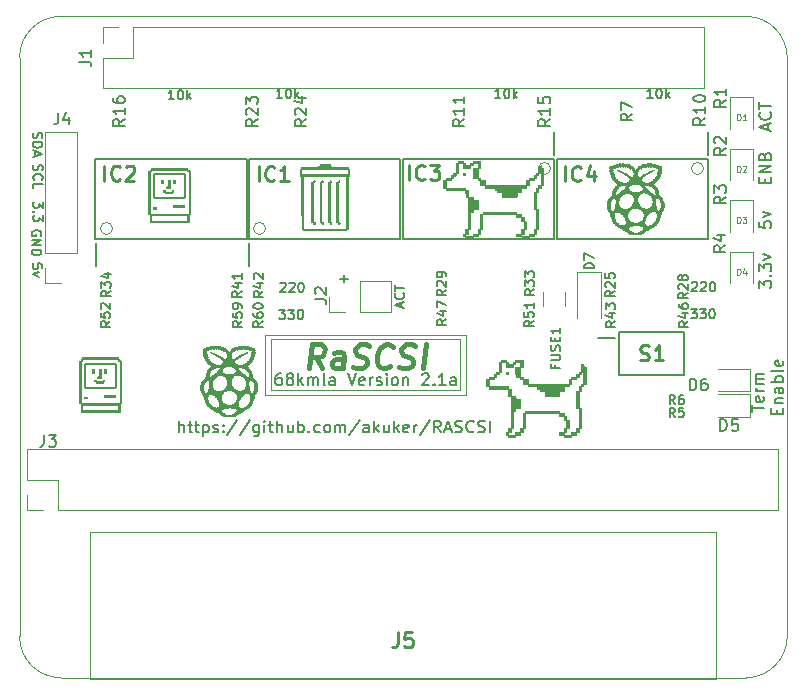
<source format=gbr>
%TF.GenerationSoftware,KiCad,Pcbnew,(5.1.4)-1*%
%TF.CreationDate,2020-08-02T20:17:12-05:00*%
%TF.ProjectId,rascsi_2p1,72617363-7369-45f3-9270-312e6b696361,rev?*%
%TF.SameCoordinates,PX59d60c0PY325aa00*%
%TF.FileFunction,Legend,Top*%
%TF.FilePolarity,Positive*%
%FSLAX46Y46*%
G04 Gerber Fmt 4.6, Leading zero omitted, Abs format (unit mm)*
G04 Created by KiCad (PCBNEW (5.1.4)-1) date 2020-08-02 20:17:12*
%MOMM*%
%LPD*%
G04 APERTURE LIST*
%ADD10C,0.150000*%
%ADD11C,0.120000*%
%ADD12C,0.400000*%
%ADD13C,0.050000*%
%ADD14C,0.100000*%
%ADD15C,0.200000*%
%ADD16C,0.010000*%
%ADD17C,0.254000*%
G04 APERTURE END LIST*
D10*
X133923809Y3365296D02*
X133466666Y3365296D01*
X133695238Y3365296D02*
X133695238Y4165296D01*
X133619047Y4051010D01*
X133542857Y3974820D01*
X133466666Y3936724D01*
X134419047Y4165296D02*
X134495238Y4165296D01*
X134571428Y4127200D01*
X134609523Y4089105D01*
X134647619Y4012915D01*
X134685714Y3860534D01*
X134685714Y3670058D01*
X134647619Y3517677D01*
X134609523Y3441486D01*
X134571428Y3403391D01*
X134495238Y3365296D01*
X134419047Y3365296D01*
X134342857Y3403391D01*
X134304761Y3441486D01*
X134266666Y3517677D01*
X134228571Y3670058D01*
X134228571Y3860534D01*
X134266666Y4012915D01*
X134304761Y4089105D01*
X134342857Y4127200D01*
X134419047Y4165296D01*
X135028571Y3365296D02*
X135028571Y4165296D01*
X135104761Y3670058D02*
X135333333Y3365296D01*
X135333333Y3898629D02*
X135028571Y3593867D01*
X121020609Y3365296D02*
X120563466Y3365296D01*
X120792038Y3365296D02*
X120792038Y4165296D01*
X120715847Y4051010D01*
X120639657Y3974820D01*
X120563466Y3936724D01*
X121515847Y4165296D02*
X121592038Y4165296D01*
X121668228Y4127200D01*
X121706323Y4089105D01*
X121744419Y4012915D01*
X121782514Y3860534D01*
X121782514Y3670058D01*
X121744419Y3517677D01*
X121706323Y3441486D01*
X121668228Y3403391D01*
X121592038Y3365296D01*
X121515847Y3365296D01*
X121439657Y3403391D01*
X121401561Y3441486D01*
X121363466Y3517677D01*
X121325371Y3670058D01*
X121325371Y3860534D01*
X121363466Y4012915D01*
X121401561Y4089105D01*
X121439657Y4127200D01*
X121515847Y4165296D01*
X122125371Y3365296D02*
X122125371Y4165296D01*
X122201561Y3670058D02*
X122430133Y3365296D01*
X122430133Y3898629D02*
X122125371Y3593867D01*
X102529409Y3365296D02*
X102072266Y3365296D01*
X102300838Y3365296D02*
X102300838Y4165296D01*
X102224647Y4051010D01*
X102148457Y3974820D01*
X102072266Y3936724D01*
X103024647Y4165296D02*
X103100838Y4165296D01*
X103177028Y4127200D01*
X103215123Y4089105D01*
X103253219Y4012915D01*
X103291314Y3860534D01*
X103291314Y3670058D01*
X103253219Y3517677D01*
X103215123Y3441486D01*
X103177028Y3403391D01*
X103100838Y3365296D01*
X103024647Y3365296D01*
X102948457Y3403391D01*
X102910361Y3441486D01*
X102872266Y3517677D01*
X102834171Y3670058D01*
X102834171Y3860534D01*
X102872266Y4012915D01*
X102910361Y4089105D01*
X102948457Y4127200D01*
X103024647Y4165296D01*
X103634171Y3365296D02*
X103634171Y4165296D01*
X103710361Y3670058D02*
X103938933Y3365296D01*
X103938933Y3898629D02*
X103634171Y3593867D01*
X81447390Y431429D02*
X81409295Y317143D01*
X81409295Y126667D01*
X81447390Y50477D01*
X81485485Y12381D01*
X81561676Y-25714D01*
X81637866Y-25714D01*
X81714057Y12381D01*
X81752152Y50477D01*
X81790247Y126667D01*
X81828342Y279048D01*
X81866438Y355239D01*
X81904533Y393334D01*
X81980723Y431429D01*
X82056914Y431429D01*
X82133104Y393334D01*
X82171200Y355239D01*
X82209295Y279048D01*
X82209295Y88572D01*
X82171200Y-25714D01*
X81409295Y-368571D02*
X82209295Y-368571D01*
X82209295Y-559047D01*
X82171200Y-673333D01*
X82095009Y-749523D01*
X82018819Y-787619D01*
X81866438Y-825714D01*
X81752152Y-825714D01*
X81599771Y-787619D01*
X81523580Y-749523D01*
X81447390Y-673333D01*
X81409295Y-559047D01*
X81409295Y-368571D01*
X81637866Y-1130476D02*
X81637866Y-1511428D01*
X81409295Y-1054285D02*
X82209295Y-1320952D01*
X81409295Y-1587619D01*
X81498190Y-2280019D02*
X81460095Y-2394304D01*
X81460095Y-2584780D01*
X81498190Y-2660971D01*
X81536285Y-2699066D01*
X81612476Y-2737161D01*
X81688666Y-2737161D01*
X81764857Y-2699066D01*
X81802952Y-2660971D01*
X81841047Y-2584780D01*
X81879142Y-2432400D01*
X81917238Y-2356209D01*
X81955333Y-2318114D01*
X82031523Y-2280019D01*
X82107714Y-2280019D01*
X82183904Y-2318114D01*
X82222000Y-2356209D01*
X82260095Y-2432400D01*
X82260095Y-2622876D01*
X82222000Y-2737161D01*
X81536285Y-3537161D02*
X81498190Y-3499066D01*
X81460095Y-3384780D01*
X81460095Y-3308590D01*
X81498190Y-3194304D01*
X81574380Y-3118114D01*
X81650571Y-3080019D01*
X81802952Y-3041923D01*
X81917238Y-3041923D01*
X82069619Y-3080019D01*
X82145809Y-3118114D01*
X82222000Y-3194304D01*
X82260095Y-3308590D01*
X82260095Y-3384780D01*
X82222000Y-3499066D01*
X82183904Y-3537161D01*
X81460095Y-4260971D02*
X81460095Y-3880019D01*
X82260095Y-3880019D01*
X82260095Y-5391504D02*
X82260095Y-5886742D01*
X81955333Y-5620076D01*
X81955333Y-5734361D01*
X81917238Y-5810552D01*
X81879142Y-5848647D01*
X81802952Y-5886742D01*
X81612476Y-5886742D01*
X81536285Y-5848647D01*
X81498190Y-5810552D01*
X81460095Y-5734361D01*
X81460095Y-5505790D01*
X81498190Y-5429600D01*
X81536285Y-5391504D01*
X81536285Y-6229600D02*
X81498190Y-6267695D01*
X81460095Y-6229600D01*
X81498190Y-6191504D01*
X81536285Y-6229600D01*
X81460095Y-6229600D01*
X82260095Y-6534361D02*
X82260095Y-7029600D01*
X81955333Y-6762933D01*
X81955333Y-6877219D01*
X81917238Y-6953409D01*
X81879142Y-6991504D01*
X81802952Y-7029600D01*
X81612476Y-7029600D01*
X81536285Y-6991504D01*
X81498190Y-6953409D01*
X81460095Y-6877219D01*
X81460095Y-6648647D01*
X81498190Y-6572457D01*
X81536285Y-6534361D01*
X82120400Y-8261676D02*
X82158495Y-8185485D01*
X82158495Y-8071200D01*
X82120400Y-7956914D01*
X82044209Y-7880723D01*
X81968019Y-7842628D01*
X81815638Y-7804533D01*
X81701352Y-7804533D01*
X81548971Y-7842628D01*
X81472780Y-7880723D01*
X81396590Y-7956914D01*
X81358495Y-8071200D01*
X81358495Y-8147390D01*
X81396590Y-8261676D01*
X81434685Y-8299771D01*
X81701352Y-8299771D01*
X81701352Y-8147390D01*
X81358495Y-8642628D02*
X82158495Y-8642628D01*
X81358495Y-9099771D01*
X82158495Y-9099771D01*
X81358495Y-9480723D02*
X82158495Y-9480723D01*
X82158495Y-9671200D01*
X82120400Y-9785485D01*
X82044209Y-9861676D01*
X81968019Y-9899771D01*
X81815638Y-9937866D01*
X81701352Y-9937866D01*
X81548971Y-9899771D01*
X81472780Y-9861676D01*
X81396590Y-9785485D01*
X81358495Y-9671200D01*
X81358495Y-9480723D01*
X82209295Y-11042914D02*
X82209295Y-10661961D01*
X81828342Y-10623866D01*
X81866438Y-10661961D01*
X81904533Y-10738152D01*
X81904533Y-10928628D01*
X81866438Y-11004819D01*
X81828342Y-11042914D01*
X81752152Y-11081009D01*
X81561676Y-11081009D01*
X81485485Y-11042914D01*
X81447390Y-11004819D01*
X81409295Y-10928628D01*
X81409295Y-10738152D01*
X81447390Y-10661961D01*
X81485485Y-10623866D01*
X81942628Y-11347676D02*
X81409295Y-11538152D01*
X81942628Y-11728628D01*
X102370723Y-12319295D02*
X102408819Y-12281200D01*
X102485009Y-12243104D01*
X102675485Y-12243104D01*
X102751676Y-12281200D01*
X102789771Y-12319295D01*
X102827866Y-12395485D01*
X102827866Y-12471676D01*
X102789771Y-12585961D01*
X102332628Y-13043104D01*
X102827866Y-13043104D01*
X103132628Y-12319295D02*
X103170723Y-12281200D01*
X103246914Y-12243104D01*
X103437390Y-12243104D01*
X103513580Y-12281200D01*
X103551676Y-12319295D01*
X103589771Y-12395485D01*
X103589771Y-12471676D01*
X103551676Y-12585961D01*
X103094533Y-13043104D01*
X103589771Y-13043104D01*
X104085009Y-12243104D02*
X104161200Y-12243104D01*
X104237390Y-12281200D01*
X104275485Y-12319295D01*
X104313580Y-12395485D01*
X104351676Y-12547866D01*
X104351676Y-12738342D01*
X104313580Y-12890723D01*
X104275485Y-12966914D01*
X104237390Y-13005009D01*
X104161200Y-13043104D01*
X104085009Y-13043104D01*
X104008819Y-13005009D01*
X103970723Y-12966914D01*
X103932628Y-12890723D01*
X103894533Y-12738342D01*
X103894533Y-12547866D01*
X103932628Y-12395485D01*
X103970723Y-12319295D01*
X104008819Y-12281200D01*
X104085009Y-12243104D01*
X102281828Y-14529104D02*
X102777066Y-14529104D01*
X102510400Y-14833866D01*
X102624685Y-14833866D01*
X102700876Y-14871961D01*
X102738971Y-14910057D01*
X102777066Y-14986247D01*
X102777066Y-15176723D01*
X102738971Y-15252914D01*
X102700876Y-15291009D01*
X102624685Y-15329104D01*
X102396114Y-15329104D01*
X102319923Y-15291009D01*
X102281828Y-15252914D01*
X103043733Y-14529104D02*
X103538971Y-14529104D01*
X103272304Y-14833866D01*
X103386590Y-14833866D01*
X103462780Y-14871961D01*
X103500876Y-14910057D01*
X103538971Y-14986247D01*
X103538971Y-15176723D01*
X103500876Y-15252914D01*
X103462780Y-15291009D01*
X103386590Y-15329104D01*
X103158019Y-15329104D01*
X103081828Y-15291009D01*
X103043733Y-15252914D01*
X104034209Y-14529104D02*
X104110400Y-14529104D01*
X104186590Y-14567200D01*
X104224685Y-14605295D01*
X104262780Y-14681485D01*
X104300876Y-14833866D01*
X104300876Y-15024342D01*
X104262780Y-15176723D01*
X104224685Y-15252914D01*
X104186590Y-15291009D01*
X104110400Y-15329104D01*
X104034209Y-15329104D01*
X103958019Y-15291009D01*
X103919923Y-15252914D01*
X103881828Y-15176723D01*
X103843733Y-15024342D01*
X103843733Y-14833866D01*
X103881828Y-14681485D01*
X103919923Y-14605295D01*
X103958019Y-14567200D01*
X104034209Y-14529104D01*
X137130628Y-14478304D02*
X137625866Y-14478304D01*
X137359200Y-14783066D01*
X137473485Y-14783066D01*
X137549676Y-14821161D01*
X137587771Y-14859257D01*
X137625866Y-14935447D01*
X137625866Y-15125923D01*
X137587771Y-15202114D01*
X137549676Y-15240209D01*
X137473485Y-15278304D01*
X137244914Y-15278304D01*
X137168723Y-15240209D01*
X137130628Y-15202114D01*
X137892533Y-14478304D02*
X138387771Y-14478304D01*
X138121104Y-14783066D01*
X138235390Y-14783066D01*
X138311580Y-14821161D01*
X138349676Y-14859257D01*
X138387771Y-14935447D01*
X138387771Y-15125923D01*
X138349676Y-15202114D01*
X138311580Y-15240209D01*
X138235390Y-15278304D01*
X138006819Y-15278304D01*
X137930628Y-15240209D01*
X137892533Y-15202114D01*
X138883009Y-14478304D02*
X138959200Y-14478304D01*
X139035390Y-14516400D01*
X139073485Y-14554495D01*
X139111580Y-14630685D01*
X139149676Y-14783066D01*
X139149676Y-14973542D01*
X139111580Y-15125923D01*
X139073485Y-15202114D01*
X139035390Y-15240209D01*
X138959200Y-15278304D01*
X138883009Y-15278304D01*
X138806819Y-15240209D01*
X138768723Y-15202114D01*
X138730628Y-15125923D01*
X138692533Y-14973542D01*
X138692533Y-14783066D01*
X138730628Y-14630685D01*
X138768723Y-14554495D01*
X138806819Y-14516400D01*
X138883009Y-14478304D01*
X137219523Y-12268495D02*
X137257619Y-12230400D01*
X137333809Y-12192304D01*
X137524285Y-12192304D01*
X137600476Y-12230400D01*
X137638571Y-12268495D01*
X137676666Y-12344685D01*
X137676666Y-12420876D01*
X137638571Y-12535161D01*
X137181428Y-12992304D01*
X137676666Y-12992304D01*
X137981428Y-12268495D02*
X138019523Y-12230400D01*
X138095714Y-12192304D01*
X138286190Y-12192304D01*
X138362380Y-12230400D01*
X138400476Y-12268495D01*
X138438571Y-12344685D01*
X138438571Y-12420876D01*
X138400476Y-12535161D01*
X137943333Y-12992304D01*
X138438571Y-12992304D01*
X138933809Y-12192304D02*
X139010000Y-12192304D01*
X139086190Y-12230400D01*
X139124285Y-12268495D01*
X139162380Y-12344685D01*
X139200476Y-12497066D01*
X139200476Y-12687542D01*
X139162380Y-12839923D01*
X139124285Y-12916114D01*
X139086190Y-12954209D01*
X139010000Y-12992304D01*
X138933809Y-12992304D01*
X138857619Y-12954209D01*
X138819523Y-12916114D01*
X138781428Y-12839923D01*
X138743333Y-12687542D01*
X138743333Y-12497066D01*
X138781428Y-12344685D01*
X138819523Y-12268495D01*
X138857619Y-12230400D01*
X138933809Y-12192304D01*
X93385409Y3263696D02*
X92928266Y3263696D01*
X93156838Y3263696D02*
X93156838Y4063696D01*
X93080647Y3949410D01*
X93004457Y3873220D01*
X92928266Y3835124D01*
X93880647Y4063696D02*
X93956838Y4063696D01*
X94033028Y4025600D01*
X94071123Y3987505D01*
X94109219Y3911315D01*
X94147314Y3758934D01*
X94147314Y3568458D01*
X94109219Y3416077D01*
X94071123Y3339886D01*
X94033028Y3301791D01*
X93956838Y3263696D01*
X93880647Y3263696D01*
X93804457Y3301791D01*
X93766361Y3339886D01*
X93728266Y3416077D01*
X93690171Y3568458D01*
X93690171Y3758934D01*
X93728266Y3911315D01*
X93766361Y3987505D01*
X93804457Y4025600D01*
X93880647Y4063696D01*
X94490171Y3263696D02*
X94490171Y4063696D01*
X94566361Y3568458D02*
X94794933Y3263696D01*
X94794933Y3797029D02*
X94490171Y3492267D01*
X107476038Y-11925542D02*
X108085561Y-11925542D01*
X107780800Y-12230304D02*
X107780800Y-11620780D01*
X112625833Y-14325738D02*
X112625833Y-13944785D01*
X112854404Y-14401928D02*
X112054404Y-14135261D01*
X112854404Y-13868595D01*
X112778214Y-13144785D02*
X112816309Y-13182880D01*
X112854404Y-13297166D01*
X112854404Y-13373357D01*
X112816309Y-13487642D01*
X112740119Y-13563833D01*
X112663928Y-13601928D01*
X112511547Y-13640023D01*
X112397261Y-13640023D01*
X112244880Y-13601928D01*
X112168690Y-13563833D01*
X112092500Y-13487642D01*
X112054404Y-13373357D01*
X112054404Y-13297166D01*
X112092500Y-13182880D01*
X112130595Y-13144785D01*
X112054404Y-12916214D02*
X112054404Y-12459071D01*
X112854404Y-12687642D02*
X112054404Y-12687642D01*
X93801333Y-24931880D02*
X93801333Y-23931880D01*
X94229904Y-24931880D02*
X94229904Y-24408071D01*
X94182285Y-24312833D01*
X94087047Y-24265214D01*
X93944190Y-24265214D01*
X93848952Y-24312833D01*
X93801333Y-24360452D01*
X94563238Y-24265214D02*
X94944190Y-24265214D01*
X94706095Y-23931880D02*
X94706095Y-24789023D01*
X94753714Y-24884261D01*
X94848952Y-24931880D01*
X94944190Y-24931880D01*
X95134666Y-24265214D02*
X95515619Y-24265214D01*
X95277523Y-23931880D02*
X95277523Y-24789023D01*
X95325142Y-24884261D01*
X95420380Y-24931880D01*
X95515619Y-24931880D01*
X95848952Y-24265214D02*
X95848952Y-25265214D01*
X95848952Y-24312833D02*
X95944190Y-24265214D01*
X96134666Y-24265214D01*
X96229904Y-24312833D01*
X96277523Y-24360452D01*
X96325142Y-24455690D01*
X96325142Y-24741404D01*
X96277523Y-24836642D01*
X96229904Y-24884261D01*
X96134666Y-24931880D01*
X95944190Y-24931880D01*
X95848952Y-24884261D01*
X96706095Y-24884261D02*
X96801333Y-24931880D01*
X96991809Y-24931880D01*
X97087047Y-24884261D01*
X97134666Y-24789023D01*
X97134666Y-24741404D01*
X97087047Y-24646166D01*
X96991809Y-24598547D01*
X96848952Y-24598547D01*
X96753714Y-24550928D01*
X96706095Y-24455690D01*
X96706095Y-24408071D01*
X96753714Y-24312833D01*
X96848952Y-24265214D01*
X96991809Y-24265214D01*
X97087047Y-24312833D01*
X97563238Y-24836642D02*
X97610857Y-24884261D01*
X97563238Y-24931880D01*
X97515619Y-24884261D01*
X97563238Y-24836642D01*
X97563238Y-24931880D01*
X97563238Y-24312833D02*
X97610857Y-24360452D01*
X97563238Y-24408071D01*
X97515619Y-24360452D01*
X97563238Y-24312833D01*
X97563238Y-24408071D01*
X98753714Y-23884261D02*
X97896571Y-25169976D01*
X99801333Y-23884261D02*
X98944190Y-25169976D01*
X100563238Y-24265214D02*
X100563238Y-25074738D01*
X100515619Y-25169976D01*
X100468000Y-25217595D01*
X100372761Y-25265214D01*
X100229904Y-25265214D01*
X100134666Y-25217595D01*
X100563238Y-24884261D02*
X100468000Y-24931880D01*
X100277523Y-24931880D01*
X100182285Y-24884261D01*
X100134666Y-24836642D01*
X100087047Y-24741404D01*
X100087047Y-24455690D01*
X100134666Y-24360452D01*
X100182285Y-24312833D01*
X100277523Y-24265214D01*
X100468000Y-24265214D01*
X100563238Y-24312833D01*
X101039428Y-24931880D02*
X101039428Y-24265214D01*
X101039428Y-23931880D02*
X100991809Y-23979500D01*
X101039428Y-24027119D01*
X101087047Y-23979500D01*
X101039428Y-23931880D01*
X101039428Y-24027119D01*
X101372761Y-24265214D02*
X101753714Y-24265214D01*
X101515619Y-23931880D02*
X101515619Y-24789023D01*
X101563238Y-24884261D01*
X101658476Y-24931880D01*
X101753714Y-24931880D01*
X102087047Y-24931880D02*
X102087047Y-23931880D01*
X102515619Y-24931880D02*
X102515619Y-24408071D01*
X102468000Y-24312833D01*
X102372761Y-24265214D01*
X102229904Y-24265214D01*
X102134666Y-24312833D01*
X102087047Y-24360452D01*
X103420380Y-24265214D02*
X103420380Y-24931880D01*
X102991809Y-24265214D02*
X102991809Y-24789023D01*
X103039428Y-24884261D01*
X103134666Y-24931880D01*
X103277523Y-24931880D01*
X103372761Y-24884261D01*
X103420380Y-24836642D01*
X103896571Y-24931880D02*
X103896571Y-23931880D01*
X103896571Y-24312833D02*
X103991809Y-24265214D01*
X104182285Y-24265214D01*
X104277523Y-24312833D01*
X104325142Y-24360452D01*
X104372761Y-24455690D01*
X104372761Y-24741404D01*
X104325142Y-24836642D01*
X104277523Y-24884261D01*
X104182285Y-24931880D01*
X103991809Y-24931880D01*
X103896571Y-24884261D01*
X104801333Y-24836642D02*
X104848952Y-24884261D01*
X104801333Y-24931880D01*
X104753714Y-24884261D01*
X104801333Y-24836642D01*
X104801333Y-24931880D01*
X105706095Y-24884261D02*
X105610857Y-24931880D01*
X105420380Y-24931880D01*
X105325142Y-24884261D01*
X105277523Y-24836642D01*
X105229904Y-24741404D01*
X105229904Y-24455690D01*
X105277523Y-24360452D01*
X105325142Y-24312833D01*
X105420380Y-24265214D01*
X105610857Y-24265214D01*
X105706095Y-24312833D01*
X106277523Y-24931880D02*
X106182285Y-24884261D01*
X106134666Y-24836642D01*
X106087047Y-24741404D01*
X106087047Y-24455690D01*
X106134666Y-24360452D01*
X106182285Y-24312833D01*
X106277523Y-24265214D01*
X106420380Y-24265214D01*
X106515619Y-24312833D01*
X106563238Y-24360452D01*
X106610857Y-24455690D01*
X106610857Y-24741404D01*
X106563238Y-24836642D01*
X106515619Y-24884261D01*
X106420380Y-24931880D01*
X106277523Y-24931880D01*
X107039428Y-24931880D02*
X107039428Y-24265214D01*
X107039428Y-24360452D02*
X107087047Y-24312833D01*
X107182285Y-24265214D01*
X107325142Y-24265214D01*
X107420380Y-24312833D01*
X107468000Y-24408071D01*
X107468000Y-24931880D01*
X107468000Y-24408071D02*
X107515619Y-24312833D01*
X107610857Y-24265214D01*
X107753714Y-24265214D01*
X107848952Y-24312833D01*
X107896571Y-24408071D01*
X107896571Y-24931880D01*
X109087047Y-23884261D02*
X108229904Y-25169976D01*
X109848952Y-24931880D02*
X109848952Y-24408071D01*
X109801333Y-24312833D01*
X109706095Y-24265214D01*
X109515619Y-24265214D01*
X109420380Y-24312833D01*
X109848952Y-24884261D02*
X109753714Y-24931880D01*
X109515619Y-24931880D01*
X109420380Y-24884261D01*
X109372761Y-24789023D01*
X109372761Y-24693785D01*
X109420380Y-24598547D01*
X109515619Y-24550928D01*
X109753714Y-24550928D01*
X109848952Y-24503309D01*
X110325142Y-24931880D02*
X110325142Y-23931880D01*
X110420380Y-24550928D02*
X110706095Y-24931880D01*
X110706095Y-24265214D02*
X110325142Y-24646166D01*
X111563238Y-24265214D02*
X111563238Y-24931880D01*
X111134666Y-24265214D02*
X111134666Y-24789023D01*
X111182285Y-24884261D01*
X111277523Y-24931880D01*
X111420380Y-24931880D01*
X111515619Y-24884261D01*
X111563238Y-24836642D01*
X112039428Y-24931880D02*
X112039428Y-23931880D01*
X112134666Y-24550928D02*
X112420380Y-24931880D01*
X112420380Y-24265214D02*
X112039428Y-24646166D01*
X113229904Y-24884261D02*
X113134666Y-24931880D01*
X112944190Y-24931880D01*
X112848952Y-24884261D01*
X112801333Y-24789023D01*
X112801333Y-24408071D01*
X112848952Y-24312833D01*
X112944190Y-24265214D01*
X113134666Y-24265214D01*
X113229904Y-24312833D01*
X113277523Y-24408071D01*
X113277523Y-24503309D01*
X112801333Y-24598547D01*
X113706095Y-24931880D02*
X113706095Y-24265214D01*
X113706095Y-24455690D02*
X113753714Y-24360452D01*
X113801333Y-24312833D01*
X113896571Y-24265214D01*
X113991809Y-24265214D01*
X115039428Y-23884261D02*
X114182285Y-25169976D01*
X115944190Y-24931880D02*
X115610857Y-24455690D01*
X115372761Y-24931880D02*
X115372761Y-23931880D01*
X115753714Y-23931880D01*
X115848952Y-23979500D01*
X115896571Y-24027119D01*
X115944190Y-24122357D01*
X115944190Y-24265214D01*
X115896571Y-24360452D01*
X115848952Y-24408071D01*
X115753714Y-24455690D01*
X115372761Y-24455690D01*
X116325142Y-24646166D02*
X116801333Y-24646166D01*
X116229904Y-24931880D02*
X116563238Y-23931880D01*
X116896571Y-24931880D01*
X117182285Y-24884261D02*
X117325142Y-24931880D01*
X117563238Y-24931880D01*
X117658476Y-24884261D01*
X117706095Y-24836642D01*
X117753714Y-24741404D01*
X117753714Y-24646166D01*
X117706095Y-24550928D01*
X117658476Y-24503309D01*
X117563238Y-24455690D01*
X117372761Y-24408071D01*
X117277523Y-24360452D01*
X117229904Y-24312833D01*
X117182285Y-24217595D01*
X117182285Y-24122357D01*
X117229904Y-24027119D01*
X117277523Y-23979500D01*
X117372761Y-23931880D01*
X117610857Y-23931880D01*
X117753714Y-23979500D01*
X118753714Y-24836642D02*
X118706095Y-24884261D01*
X118563238Y-24931880D01*
X118468000Y-24931880D01*
X118325142Y-24884261D01*
X118229904Y-24789023D01*
X118182285Y-24693785D01*
X118134666Y-24503309D01*
X118134666Y-24360452D01*
X118182285Y-24169976D01*
X118229904Y-24074738D01*
X118325142Y-23979500D01*
X118468000Y-23931880D01*
X118563238Y-23931880D01*
X118706095Y-23979500D01*
X118753714Y-24027119D01*
X119134666Y-24884261D02*
X119277523Y-24931880D01*
X119515619Y-24931880D01*
X119610857Y-24884261D01*
X119658476Y-24836642D01*
X119706095Y-24741404D01*
X119706095Y-24646166D01*
X119658476Y-24550928D01*
X119610857Y-24503309D01*
X119515619Y-24455690D01*
X119325142Y-24408071D01*
X119229904Y-24360452D01*
X119182285Y-24312833D01*
X119134666Y-24217595D01*
X119134666Y-24122357D01*
X119182285Y-24027119D01*
X119229904Y-23979500D01*
X119325142Y-23931880D01*
X119563238Y-23931880D01*
X119706095Y-23979500D01*
X120134666Y-24931880D02*
X120134666Y-23931880D01*
D11*
X101062500Y-21749000D02*
X101062500Y-16669000D01*
X118017000Y-21749000D02*
X101062500Y-21749000D01*
X118080500Y-16669000D02*
X118080500Y-21749000D01*
D10*
X143647166Y690453D02*
X143647166Y1166643D01*
X143932880Y595215D02*
X142932880Y928548D01*
X143932880Y1261881D01*
X143837642Y2166643D02*
X143885261Y2119024D01*
X143932880Y1976167D01*
X143932880Y1880929D01*
X143885261Y1738072D01*
X143790023Y1642834D01*
X143694785Y1595215D01*
X143504309Y1547596D01*
X143361452Y1547596D01*
X143170976Y1595215D01*
X143075738Y1642834D01*
X142980500Y1738072D01*
X142932880Y1880929D01*
X142932880Y1976167D01*
X142980500Y2119024D01*
X143028119Y2166643D01*
X142932880Y2452358D02*
X142932880Y3023786D01*
X143932880Y2738072D02*
X142932880Y2738072D01*
X143409071Y-3810095D02*
X143409071Y-3476761D01*
X143932880Y-3333904D02*
X143932880Y-3810095D01*
X142932880Y-3810095D01*
X142932880Y-3333904D01*
X143932880Y-2905333D02*
X142932880Y-2905333D01*
X143932880Y-2333904D01*
X142932880Y-2333904D01*
X143409071Y-1524380D02*
X143456690Y-1381523D01*
X143504309Y-1333904D01*
X143599547Y-1286285D01*
X143742404Y-1286285D01*
X143837642Y-1333904D01*
X143885261Y-1381523D01*
X143932880Y-1476761D01*
X143932880Y-1857714D01*
X142932880Y-1857714D01*
X142932880Y-1524380D01*
X142980500Y-1429142D01*
X143028119Y-1381523D01*
X143123357Y-1333904D01*
X143218595Y-1333904D01*
X143313833Y-1381523D01*
X143361452Y-1429142D01*
X143409071Y-1524380D01*
X143409071Y-1857714D01*
X142932880Y-12700071D02*
X142932880Y-12081023D01*
X143313833Y-12414357D01*
X143313833Y-12271500D01*
X143361452Y-12176261D01*
X143409071Y-12128642D01*
X143504309Y-12081023D01*
X143742404Y-12081023D01*
X143837642Y-12128642D01*
X143885261Y-12176261D01*
X143932880Y-12271500D01*
X143932880Y-12557214D01*
X143885261Y-12652452D01*
X143837642Y-12700071D01*
X143837642Y-11652452D02*
X143885261Y-11604833D01*
X143932880Y-11652452D01*
X143885261Y-11700071D01*
X143837642Y-11652452D01*
X143932880Y-11652452D01*
X142932880Y-11271500D02*
X142932880Y-10652452D01*
X143313833Y-10985785D01*
X143313833Y-10842928D01*
X143361452Y-10747690D01*
X143409071Y-10700071D01*
X143504309Y-10652452D01*
X143742404Y-10652452D01*
X143837642Y-10700071D01*
X143885261Y-10747690D01*
X143932880Y-10842928D01*
X143932880Y-11128642D01*
X143885261Y-11223880D01*
X143837642Y-11271500D01*
X143266214Y-10319119D02*
X143932880Y-10081023D01*
X143266214Y-9842928D01*
X142932880Y-7096357D02*
X142932880Y-7572547D01*
X143409071Y-7620166D01*
X143361452Y-7572547D01*
X143313833Y-7477309D01*
X143313833Y-7239214D01*
X143361452Y-7143976D01*
X143409071Y-7096357D01*
X143504309Y-7048738D01*
X143742404Y-7048738D01*
X143837642Y-7096357D01*
X143885261Y-7143976D01*
X143932880Y-7239214D01*
X143932880Y-7477309D01*
X143885261Y-7572547D01*
X143837642Y-7620166D01*
X143266214Y-6715404D02*
X143932880Y-6477309D01*
X143266214Y-6239214D01*
D11*
X88175953Y-7652000D02*
G75*
G03X88175953Y-7652000I-511953J0D01*
G01*
X101129953Y-7652000D02*
G75*
G03X101129953Y-7652000I-511953J0D01*
G01*
X125259953Y-2572000D02*
G75*
G03X125259953Y-2572000I-511953J0D01*
G01*
X138213953Y-2572000D02*
G75*
G03X138213953Y-2572000I-511953J0D01*
G01*
D10*
X142298380Y-23185428D02*
X142298380Y-22614000D01*
X143298380Y-22899714D02*
X142298380Y-22899714D01*
X143250761Y-21899714D02*
X143298380Y-21994952D01*
X143298380Y-22185428D01*
X143250761Y-22280666D01*
X143155523Y-22328285D01*
X142774571Y-22328285D01*
X142679333Y-22280666D01*
X142631714Y-22185428D01*
X142631714Y-21994952D01*
X142679333Y-21899714D01*
X142774571Y-21852095D01*
X142869809Y-21852095D01*
X142965047Y-22328285D01*
X143298380Y-21423523D02*
X142631714Y-21423523D01*
X142822190Y-21423523D02*
X142726952Y-21375904D01*
X142679333Y-21328285D01*
X142631714Y-21233047D01*
X142631714Y-21137809D01*
X143298380Y-20804476D02*
X142631714Y-20804476D01*
X142726952Y-20804476D02*
X142679333Y-20756857D01*
X142631714Y-20661619D01*
X142631714Y-20518761D01*
X142679333Y-20423523D01*
X142774571Y-20375904D01*
X143298380Y-20375904D01*
X142774571Y-20375904D02*
X142679333Y-20328285D01*
X142631714Y-20233047D01*
X142631714Y-20090190D01*
X142679333Y-19994952D01*
X142774571Y-19947333D01*
X143298380Y-19947333D01*
X144424571Y-23375904D02*
X144424571Y-23042571D01*
X144948380Y-22899714D02*
X144948380Y-23375904D01*
X143948380Y-23375904D01*
X143948380Y-22899714D01*
X144281714Y-22471142D02*
X144948380Y-22471142D01*
X144376952Y-22471142D02*
X144329333Y-22423523D01*
X144281714Y-22328285D01*
X144281714Y-22185428D01*
X144329333Y-22090190D01*
X144424571Y-22042571D01*
X144948380Y-22042571D01*
X144948380Y-21137809D02*
X144424571Y-21137809D01*
X144329333Y-21185428D01*
X144281714Y-21280666D01*
X144281714Y-21471142D01*
X144329333Y-21566380D01*
X144900761Y-21137809D02*
X144948380Y-21233047D01*
X144948380Y-21471142D01*
X144900761Y-21566380D01*
X144805523Y-21614000D01*
X144710285Y-21614000D01*
X144615047Y-21566380D01*
X144567428Y-21471142D01*
X144567428Y-21233047D01*
X144519809Y-21137809D01*
X144948380Y-20661619D02*
X143948380Y-20661619D01*
X144329333Y-20661619D02*
X144281714Y-20566380D01*
X144281714Y-20375904D01*
X144329333Y-20280666D01*
X144376952Y-20233047D01*
X144472190Y-20185428D01*
X144757904Y-20185428D01*
X144853142Y-20233047D01*
X144900761Y-20280666D01*
X144948380Y-20375904D01*
X144948380Y-20566380D01*
X144900761Y-20661619D01*
X144948380Y-19614000D02*
X144900761Y-19709238D01*
X144805523Y-19756857D01*
X143948380Y-19756857D01*
X144900761Y-18852095D02*
X144948380Y-18947333D01*
X144948380Y-19137809D01*
X144900761Y-19233047D01*
X144805523Y-19280666D01*
X144424571Y-19280666D01*
X144329333Y-19233047D01*
X144281714Y-19137809D01*
X144281714Y-18947333D01*
X144329333Y-18852095D01*
X144424571Y-18804476D01*
X144519809Y-18804476D01*
X144615047Y-19280666D01*
D11*
X101570500Y-21368000D02*
X101570500Y-21114000D01*
X101634000Y-21368000D02*
X101570500Y-21368000D01*
X118080500Y-16669000D02*
X101062500Y-16669000D01*
X101570500Y-17050000D02*
X101570500Y-21304500D01*
X117636000Y-17050000D02*
X101570500Y-17050000D01*
X117636000Y-21368000D02*
X117636000Y-17050000D01*
X101634000Y-21368000D02*
X117636000Y-21368000D01*
D10*
X102444523Y-19931380D02*
X102254047Y-19931380D01*
X102158809Y-19979000D01*
X102111190Y-20026619D01*
X102015952Y-20169476D01*
X101968333Y-20359952D01*
X101968333Y-20740904D01*
X102015952Y-20836142D01*
X102063571Y-20883761D01*
X102158809Y-20931380D01*
X102349285Y-20931380D01*
X102444523Y-20883761D01*
X102492142Y-20836142D01*
X102539761Y-20740904D01*
X102539761Y-20502809D01*
X102492142Y-20407571D01*
X102444523Y-20359952D01*
X102349285Y-20312333D01*
X102158809Y-20312333D01*
X102063571Y-20359952D01*
X102015952Y-20407571D01*
X101968333Y-20502809D01*
X103111190Y-20359952D02*
X103015952Y-20312333D01*
X102968333Y-20264714D01*
X102920714Y-20169476D01*
X102920714Y-20121857D01*
X102968333Y-20026619D01*
X103015952Y-19979000D01*
X103111190Y-19931380D01*
X103301666Y-19931380D01*
X103396904Y-19979000D01*
X103444523Y-20026619D01*
X103492142Y-20121857D01*
X103492142Y-20169476D01*
X103444523Y-20264714D01*
X103396904Y-20312333D01*
X103301666Y-20359952D01*
X103111190Y-20359952D01*
X103015952Y-20407571D01*
X102968333Y-20455190D01*
X102920714Y-20550428D01*
X102920714Y-20740904D01*
X102968333Y-20836142D01*
X103015952Y-20883761D01*
X103111190Y-20931380D01*
X103301666Y-20931380D01*
X103396904Y-20883761D01*
X103444523Y-20836142D01*
X103492142Y-20740904D01*
X103492142Y-20550428D01*
X103444523Y-20455190D01*
X103396904Y-20407571D01*
X103301666Y-20359952D01*
X103920714Y-20931380D02*
X103920714Y-19931380D01*
X104015952Y-20550428D02*
X104301666Y-20931380D01*
X104301666Y-20264714D02*
X103920714Y-20645666D01*
X104730238Y-20931380D02*
X104730238Y-20264714D01*
X104730238Y-20359952D02*
X104777857Y-20312333D01*
X104873095Y-20264714D01*
X105015952Y-20264714D01*
X105111190Y-20312333D01*
X105158809Y-20407571D01*
X105158809Y-20931380D01*
X105158809Y-20407571D02*
X105206428Y-20312333D01*
X105301666Y-20264714D01*
X105444523Y-20264714D01*
X105539761Y-20312333D01*
X105587380Y-20407571D01*
X105587380Y-20931380D01*
X106206428Y-20931380D02*
X106111190Y-20883761D01*
X106063571Y-20788523D01*
X106063571Y-19931380D01*
X107015952Y-20931380D02*
X107015952Y-20407571D01*
X106968333Y-20312333D01*
X106873095Y-20264714D01*
X106682619Y-20264714D01*
X106587380Y-20312333D01*
X107015952Y-20883761D02*
X106920714Y-20931380D01*
X106682619Y-20931380D01*
X106587380Y-20883761D01*
X106539761Y-20788523D01*
X106539761Y-20693285D01*
X106587380Y-20598047D01*
X106682619Y-20550428D01*
X106920714Y-20550428D01*
X107015952Y-20502809D01*
X108111190Y-19931380D02*
X108444523Y-20931380D01*
X108777857Y-19931380D01*
X109492142Y-20883761D02*
X109396904Y-20931380D01*
X109206428Y-20931380D01*
X109111190Y-20883761D01*
X109063571Y-20788523D01*
X109063571Y-20407571D01*
X109111190Y-20312333D01*
X109206428Y-20264714D01*
X109396904Y-20264714D01*
X109492142Y-20312333D01*
X109539761Y-20407571D01*
X109539761Y-20502809D01*
X109063571Y-20598047D01*
X109968333Y-20931380D02*
X109968333Y-20264714D01*
X109968333Y-20455190D02*
X110015952Y-20359952D01*
X110063571Y-20312333D01*
X110158809Y-20264714D01*
X110254047Y-20264714D01*
X110539761Y-20883761D02*
X110635000Y-20931380D01*
X110825476Y-20931380D01*
X110920714Y-20883761D01*
X110968333Y-20788523D01*
X110968333Y-20740904D01*
X110920714Y-20645666D01*
X110825476Y-20598047D01*
X110682619Y-20598047D01*
X110587380Y-20550428D01*
X110539761Y-20455190D01*
X110539761Y-20407571D01*
X110587380Y-20312333D01*
X110682619Y-20264714D01*
X110825476Y-20264714D01*
X110920714Y-20312333D01*
X111396904Y-20931380D02*
X111396904Y-20264714D01*
X111396904Y-19931380D02*
X111349285Y-19979000D01*
X111396904Y-20026619D01*
X111444523Y-19979000D01*
X111396904Y-19931380D01*
X111396904Y-20026619D01*
X112015952Y-20931380D02*
X111920714Y-20883761D01*
X111873095Y-20836142D01*
X111825476Y-20740904D01*
X111825476Y-20455190D01*
X111873095Y-20359952D01*
X111920714Y-20312333D01*
X112015952Y-20264714D01*
X112158809Y-20264714D01*
X112254047Y-20312333D01*
X112301666Y-20359952D01*
X112349285Y-20455190D01*
X112349285Y-20740904D01*
X112301666Y-20836142D01*
X112254047Y-20883761D01*
X112158809Y-20931380D01*
X112015952Y-20931380D01*
X112777857Y-20264714D02*
X112777857Y-20931380D01*
X112777857Y-20359952D02*
X112825476Y-20312333D01*
X112920714Y-20264714D01*
X113063571Y-20264714D01*
X113158809Y-20312333D01*
X113206428Y-20407571D01*
X113206428Y-20931380D01*
X114396904Y-20026619D02*
X114444523Y-19979000D01*
X114539761Y-19931380D01*
X114777857Y-19931380D01*
X114873095Y-19979000D01*
X114920714Y-20026619D01*
X114968333Y-20121857D01*
X114968333Y-20217095D01*
X114920714Y-20359952D01*
X114349285Y-20931380D01*
X114968333Y-20931380D01*
X115396904Y-20836142D02*
X115444523Y-20883761D01*
X115396904Y-20931380D01*
X115349285Y-20883761D01*
X115396904Y-20836142D01*
X115396904Y-20931380D01*
X116396904Y-20931380D02*
X115825476Y-20931380D01*
X116111190Y-20931380D02*
X116111190Y-19931380D01*
X116015952Y-20074238D01*
X115920714Y-20169476D01*
X115825476Y-20217095D01*
X117254047Y-20931380D02*
X117254047Y-20407571D01*
X117206428Y-20312333D01*
X117111190Y-20264714D01*
X116920714Y-20264714D01*
X116825476Y-20312333D01*
X117254047Y-20883761D02*
X117158809Y-20931380D01*
X116920714Y-20931380D01*
X116825476Y-20883761D01*
X116777857Y-20788523D01*
X116777857Y-20693285D01*
X116825476Y-20598047D01*
X116920714Y-20550428D01*
X117158809Y-20550428D01*
X117254047Y-20502809D01*
D12*
X105950738Y-19478761D02*
X105403119Y-18526380D01*
X104807880Y-19478761D02*
X105057880Y-17478761D01*
X105819785Y-17478761D01*
X105998357Y-17574000D01*
X106081690Y-17669238D01*
X106153119Y-17859714D01*
X106117404Y-18145428D01*
X105998357Y-18335904D01*
X105891214Y-18431142D01*
X105688833Y-18526380D01*
X104926928Y-18526380D01*
X107665023Y-19478761D02*
X107795976Y-18431142D01*
X107724547Y-18240666D01*
X107545976Y-18145428D01*
X107165023Y-18145428D01*
X106962642Y-18240666D01*
X107676928Y-19383523D02*
X107474547Y-19478761D01*
X106998357Y-19478761D01*
X106819785Y-19383523D01*
X106748357Y-19193047D01*
X106772166Y-19002571D01*
X106891214Y-18812095D01*
X107093595Y-18716857D01*
X107569785Y-18716857D01*
X107772166Y-18621619D01*
X108534071Y-19383523D02*
X108807880Y-19478761D01*
X109284071Y-19478761D01*
X109486452Y-19383523D01*
X109593595Y-19288285D01*
X109712642Y-19097809D01*
X109736452Y-18907333D01*
X109665023Y-18716857D01*
X109581690Y-18621619D01*
X109403119Y-18526380D01*
X109034071Y-18431142D01*
X108855500Y-18335904D01*
X108772166Y-18240666D01*
X108700738Y-18050190D01*
X108724547Y-17859714D01*
X108843595Y-17669238D01*
X108950738Y-17574000D01*
X109153119Y-17478761D01*
X109629309Y-17478761D01*
X109903119Y-17574000D01*
X111688833Y-19288285D02*
X111581690Y-19383523D01*
X111284071Y-19478761D01*
X111093595Y-19478761D01*
X110819785Y-19383523D01*
X110653119Y-19193047D01*
X110581690Y-19002571D01*
X110534071Y-18621619D01*
X110569785Y-18335904D01*
X110712642Y-17954952D01*
X110831690Y-17764476D01*
X111045976Y-17574000D01*
X111343595Y-17478761D01*
X111534071Y-17478761D01*
X111807880Y-17574000D01*
X111891214Y-17669238D01*
X112438833Y-19383523D02*
X112712642Y-19478761D01*
X113188833Y-19478761D01*
X113391214Y-19383523D01*
X113498357Y-19288285D01*
X113617404Y-19097809D01*
X113641214Y-18907333D01*
X113569785Y-18716857D01*
X113486452Y-18621619D01*
X113307880Y-18526380D01*
X112938833Y-18431142D01*
X112760261Y-18335904D01*
X112676928Y-18240666D01*
X112605500Y-18050190D01*
X112629309Y-17859714D01*
X112748357Y-17669238D01*
X112855500Y-17574000D01*
X113057880Y-17478761D01*
X113534071Y-17478761D01*
X113807880Y-17574000D01*
X114426928Y-19478761D02*
X114676928Y-17478761D01*
D13*
X83800000Y-45696000D02*
X141800000Y-45696000D01*
X83800000Y-45696000D02*
G75*
G02X80300000Y-42196000I0J3500000D01*
G01*
X145300000Y-42196000D02*
G75*
G02X141800000Y-45696000I-3500000J0D01*
G01*
X80300000Y6800000D02*
X80300000Y-42196000D01*
X145300000Y6800000D02*
X145300000Y-42196000D01*
X83800000Y10300000D02*
X141800000Y10300000D01*
X80300000Y6800000D02*
G75*
G02X83800000Y10300000I3500000J0D01*
G01*
X141800000Y10300000D02*
G75*
G02X145300000Y6800000I0J-3500000D01*
G01*
D14*
%TO.C,J5*%
X86251500Y-45790500D02*
X86251500Y-33390500D01*
X139291500Y-45790500D02*
X86251500Y-45790500D01*
X139291500Y-33390500D02*
X139291500Y-45790500D01*
X86251500Y-33390500D02*
X139291500Y-33390500D01*
D15*
%TO.C,IC4*%
X138567500Y524500D02*
X138567500Y-1425500D01*
X125777500Y-1775500D02*
X138577500Y-1775500D01*
X125777500Y-8575500D02*
X125777500Y-1775500D01*
X138577500Y-8575500D02*
X125777500Y-8575500D01*
X138577500Y-1775500D02*
X138577500Y-8575500D01*
%TO.C,IC3*%
X125550000Y524500D02*
X125550000Y-1425500D01*
X112760000Y-1775500D02*
X125560000Y-1775500D01*
X112760000Y-8575500D02*
X112760000Y-1775500D01*
X125560000Y-8575500D02*
X112760000Y-8575500D01*
X125560000Y-1775500D02*
X125560000Y-8575500D01*
%TO.C,IC2*%
X86735000Y-10875500D02*
X86735000Y-8925500D01*
X99525000Y-8575500D02*
X86725000Y-8575500D01*
X99525000Y-1775500D02*
X99525000Y-8575500D01*
X86725000Y-1775500D02*
X99525000Y-1775500D01*
X86725000Y-8575500D02*
X86725000Y-1775500D01*
%TO.C,IC1*%
X99752500Y-10875500D02*
X99752500Y-8925500D01*
X112542500Y-8575500D02*
X99742500Y-8575500D01*
X112542500Y-1775500D02*
X112542500Y-8575500D01*
X99742500Y-1775500D02*
X112542500Y-1775500D01*
X99742500Y-8575500D02*
X99742500Y-1775500D01*
D11*
%TO.C,J3*%
X80936500Y-31524500D02*
X80936500Y-30194500D01*
X82266500Y-31524500D02*
X80936500Y-31524500D01*
X80936500Y-28924500D02*
X80936500Y-26324500D01*
X83536500Y-28924500D02*
X80936500Y-28924500D01*
X83536500Y-31524500D02*
X83536500Y-28924500D01*
X80936500Y-26324500D02*
X144556500Y-26324500D01*
X83536500Y-31524500D02*
X144556500Y-31524500D01*
X144556500Y-31524500D02*
X144556500Y-26324500D01*
%TO.C,J2*%
X106527000Y-14760500D02*
X106527000Y-13430500D01*
X107857000Y-14760500D02*
X106527000Y-14760500D01*
X109127000Y-14760500D02*
X109127000Y-12100500D01*
X109127000Y-12100500D02*
X111727000Y-12100500D01*
X109127000Y-14760500D02*
X111727000Y-14760500D01*
X111727000Y-14760500D02*
X111727000Y-12100500D01*
D16*
%TO.C,X3*%
G36*
X88633818Y-18654818D02*
G01*
X88637680Y-18709117D01*
X88657267Y-18731388D01*
X88703091Y-18735636D01*
X88752157Y-18741358D01*
X88770241Y-18768347D01*
X88772364Y-18804909D01*
X88776869Y-18851451D01*
X88799721Y-18870540D01*
X88853182Y-18874182D01*
X88934000Y-18874182D01*
X88934000Y-22476364D01*
X88772364Y-22476364D01*
X88772364Y-23192182D01*
X85470364Y-23192182D01*
X85470364Y-22614909D01*
X85608909Y-22614909D01*
X85608909Y-23053636D01*
X88633818Y-23053636D01*
X88633818Y-22614909D01*
X85608909Y-22614909D01*
X85470364Y-22614909D01*
X85470364Y-22476364D01*
X85308727Y-22476364D01*
X85308727Y-18874182D01*
X85389546Y-18874182D01*
X85470364Y-18874182D01*
X85470364Y-22476364D01*
X88772364Y-22476364D01*
X88772364Y-18874182D01*
X88703091Y-18874182D01*
X88654025Y-18868460D01*
X88635940Y-18841471D01*
X88633818Y-18804909D01*
X88633818Y-18735636D01*
X85608909Y-18735636D01*
X85608909Y-18804909D01*
X85603188Y-18853975D01*
X85576198Y-18872060D01*
X85539636Y-18874182D01*
X85470364Y-18874182D01*
X85389546Y-18874182D01*
X85443844Y-18870320D01*
X85466115Y-18850733D01*
X85470364Y-18804909D01*
X85476085Y-18755843D01*
X85503075Y-18737759D01*
X85539636Y-18735636D01*
X85586178Y-18731131D01*
X85605268Y-18708279D01*
X85608909Y-18654818D01*
X85608909Y-18574000D01*
X88633818Y-18574000D01*
X88633818Y-18654818D01*
X88633818Y-18654818D01*
G37*
X88633818Y-18654818D02*
X88637680Y-18709117D01*
X88657267Y-18731388D01*
X88703091Y-18735636D01*
X88752157Y-18741358D01*
X88770241Y-18768347D01*
X88772364Y-18804909D01*
X88776869Y-18851451D01*
X88799721Y-18870540D01*
X88853182Y-18874182D01*
X88934000Y-18874182D01*
X88934000Y-22476364D01*
X88772364Y-22476364D01*
X88772364Y-23192182D01*
X85470364Y-23192182D01*
X85470364Y-22614909D01*
X85608909Y-22614909D01*
X85608909Y-23053636D01*
X88633818Y-23053636D01*
X88633818Y-22614909D01*
X85608909Y-22614909D01*
X85470364Y-22614909D01*
X85470364Y-22476364D01*
X85308727Y-22476364D01*
X85308727Y-18874182D01*
X85389546Y-18874182D01*
X85470364Y-18874182D01*
X85470364Y-22476364D01*
X88772364Y-22476364D01*
X88772364Y-18874182D01*
X88703091Y-18874182D01*
X88654025Y-18868460D01*
X88635940Y-18841471D01*
X88633818Y-18804909D01*
X88633818Y-18735636D01*
X85608909Y-18735636D01*
X85608909Y-18804909D01*
X85603188Y-18853975D01*
X85576198Y-18872060D01*
X85539636Y-18874182D01*
X85470364Y-18874182D01*
X85389546Y-18874182D01*
X85443844Y-18870320D01*
X85466115Y-18850733D01*
X85470364Y-18804909D01*
X85476085Y-18755843D01*
X85503075Y-18737759D01*
X85539636Y-18735636D01*
X85586178Y-18731131D01*
X85605268Y-18708279D01*
X85608909Y-18654818D01*
X85608909Y-18574000D01*
X88633818Y-18574000D01*
X88633818Y-18654818D01*
G36*
X86047636Y-22037636D02*
G01*
X85747455Y-22037636D01*
X85747455Y-21899091D01*
X86047636Y-21899091D01*
X86047636Y-22037636D01*
X86047636Y-22037636D01*
G37*
X86047636Y-22037636D02*
X85747455Y-22037636D01*
X85747455Y-21899091D01*
X86047636Y-21899091D01*
X86047636Y-22037636D01*
G36*
X88356727Y-21899091D02*
G01*
X87479273Y-21899091D01*
X87479273Y-21760546D01*
X88356727Y-21760546D01*
X88356727Y-21899091D01*
X88356727Y-21899091D01*
G37*
X88356727Y-21899091D02*
X87479273Y-21899091D01*
X87479273Y-21760546D01*
X88356727Y-21760546D01*
X88356727Y-21899091D01*
G36*
X88356727Y-19082000D02*
G01*
X88362449Y-19131066D01*
X88389438Y-19149151D01*
X88426000Y-19151273D01*
X88495273Y-19151273D01*
X88495273Y-21044727D01*
X88426000Y-21044727D01*
X88376934Y-21050449D01*
X88358850Y-21077438D01*
X88356727Y-21114000D01*
X88356727Y-21183273D01*
X85886000Y-21183273D01*
X85886000Y-21114000D01*
X85880278Y-21064934D01*
X85853289Y-21046850D01*
X85816727Y-21044727D01*
X85747455Y-21044727D01*
X85747455Y-19151273D01*
X85816727Y-19151273D01*
X85886000Y-19151273D01*
X85886000Y-21044727D01*
X88356727Y-21044727D01*
X88356727Y-19151273D01*
X85886000Y-19151273D01*
X85816727Y-19151273D01*
X85865793Y-19145551D01*
X85883878Y-19118562D01*
X85886000Y-19082000D01*
X85886000Y-19012727D01*
X88356727Y-19012727D01*
X88356727Y-19082000D01*
X88356727Y-19082000D01*
G37*
X88356727Y-19082000D02*
X88362449Y-19131066D01*
X88389438Y-19149151D01*
X88426000Y-19151273D01*
X88495273Y-19151273D01*
X88495273Y-21044727D01*
X88426000Y-21044727D01*
X88376934Y-21050449D01*
X88358850Y-21077438D01*
X88356727Y-21114000D01*
X88356727Y-21183273D01*
X85886000Y-21183273D01*
X85886000Y-21114000D01*
X85880278Y-21064934D01*
X85853289Y-21046850D01*
X85816727Y-21044727D01*
X85747455Y-21044727D01*
X85747455Y-19151273D01*
X85816727Y-19151273D01*
X85886000Y-19151273D01*
X85886000Y-21044727D01*
X88356727Y-21044727D01*
X88356727Y-19151273D01*
X85886000Y-19151273D01*
X85816727Y-19151273D01*
X85865793Y-19145551D01*
X85883878Y-19118562D01*
X85886000Y-19082000D01*
X85886000Y-19012727D01*
X88356727Y-19012727D01*
X88356727Y-19082000D01*
G36*
X87459066Y-20473176D02*
G01*
X87477151Y-20500165D01*
X87479273Y-20536727D01*
X87473551Y-20585793D01*
X87446562Y-20603878D01*
X87410000Y-20606000D01*
X87360934Y-20611722D01*
X87342850Y-20638711D01*
X87340727Y-20675273D01*
X87340727Y-20744546D01*
X86763455Y-20744546D01*
X86763455Y-20675273D01*
X86757733Y-20626207D01*
X86730744Y-20608122D01*
X86694182Y-20606000D01*
X86645116Y-20600278D01*
X86627031Y-20573289D01*
X86624909Y-20536727D01*
X86630631Y-20487661D01*
X86657620Y-20469577D01*
X86694182Y-20467455D01*
X86743248Y-20473176D01*
X86761332Y-20500165D01*
X86763455Y-20536727D01*
X86763455Y-20606000D01*
X87340727Y-20606000D01*
X87340727Y-20536727D01*
X87346449Y-20487661D01*
X87373438Y-20469577D01*
X87410000Y-20467455D01*
X87459066Y-20473176D01*
X87459066Y-20473176D01*
G37*
X87459066Y-20473176D02*
X87477151Y-20500165D01*
X87479273Y-20536727D01*
X87473551Y-20585793D01*
X87446562Y-20603878D01*
X87410000Y-20606000D01*
X87360934Y-20611722D01*
X87342850Y-20638711D01*
X87340727Y-20675273D01*
X87340727Y-20744546D01*
X86763455Y-20744546D01*
X86763455Y-20675273D01*
X86757733Y-20626207D01*
X86730744Y-20608122D01*
X86694182Y-20606000D01*
X86645116Y-20600278D01*
X86627031Y-20573289D01*
X86624909Y-20536727D01*
X86630631Y-20487661D01*
X86657620Y-20469577D01*
X86694182Y-20467455D01*
X86743248Y-20473176D01*
X86761332Y-20500165D01*
X86763455Y-20536727D01*
X86763455Y-20606000D01*
X87340727Y-20606000D01*
X87340727Y-20536727D01*
X87346449Y-20487661D01*
X87373438Y-20469577D01*
X87410000Y-20467455D01*
X87459066Y-20473176D01*
G36*
X87202182Y-20305818D02*
G01*
X86902000Y-20305818D01*
X86902000Y-20236546D01*
X86907722Y-20187480D01*
X86934711Y-20169395D01*
X86971273Y-20167273D01*
X87040546Y-20167273D01*
X87040546Y-19590000D01*
X87202182Y-19590000D01*
X87202182Y-20305818D01*
X87202182Y-20305818D01*
G37*
X87202182Y-20305818D02*
X86902000Y-20305818D01*
X86902000Y-20236546D01*
X86907722Y-20187480D01*
X86934711Y-20169395D01*
X86971273Y-20167273D01*
X87040546Y-20167273D01*
X87040546Y-19590000D01*
X87202182Y-19590000D01*
X87202182Y-20305818D01*
G36*
X86624909Y-19890182D02*
G01*
X86463273Y-19890182D01*
X86463273Y-19590000D01*
X86624909Y-19590000D01*
X86624909Y-19890182D01*
X86624909Y-19890182D01*
G37*
X86624909Y-19890182D02*
X86463273Y-19890182D01*
X86463273Y-19590000D01*
X86624909Y-19590000D01*
X86624909Y-19890182D01*
G36*
X87617818Y-19890182D02*
G01*
X87479273Y-19890182D01*
X87479273Y-19590000D01*
X87617818Y-19590000D01*
X87617818Y-19890182D01*
X87617818Y-19890182D01*
G37*
X87617818Y-19890182D02*
X87479273Y-19890182D01*
X87479273Y-19590000D01*
X87617818Y-19590000D01*
X87617818Y-19890182D01*
%TO.C,X7*%
G36*
X96940357Y-17575226D02*
G01*
X96958547Y-17576167D01*
X96970309Y-17577847D01*
X96976652Y-17580361D01*
X96976999Y-17580638D01*
X96985286Y-17585759D01*
X96999132Y-17592427D01*
X97016233Y-17599732D01*
X97034282Y-17606764D01*
X97050974Y-17612614D01*
X97064002Y-17616371D01*
X97069831Y-17617269D01*
X97079137Y-17616457D01*
X97093956Y-17614295D01*
X97111523Y-17611201D01*
X97116733Y-17610190D01*
X97142914Y-17606250D01*
X97166448Y-17605901D01*
X97189464Y-17609542D01*
X97214091Y-17617572D01*
X97242458Y-17630393D01*
X97253185Y-17635838D01*
X97298321Y-17659219D01*
X97348722Y-17656685D01*
X97379357Y-17655936D01*
X97405271Y-17657507D01*
X97428079Y-17662063D01*
X97449397Y-17670273D01*
X97470842Y-17682802D01*
X97494029Y-17700318D01*
X97520574Y-17723488D01*
X97528693Y-17730954D01*
X97544232Y-17744743D01*
X97558600Y-17756392D01*
X97570122Y-17764611D01*
X97576784Y-17768037D01*
X97586488Y-17769107D01*
X97601439Y-17769273D01*
X97618465Y-17768503D01*
X97619074Y-17768457D01*
X97650283Y-17766097D01*
X97687143Y-17792223D01*
X97741712Y-17835622D01*
X97793862Y-17886551D01*
X97842950Y-17944265D01*
X97888333Y-18008016D01*
X97924557Y-18068266D01*
X97936433Y-18090801D01*
X97949578Y-18117552D01*
X97963049Y-18146426D01*
X97975907Y-18175330D01*
X97987211Y-18202171D01*
X97996020Y-18224856D01*
X97999631Y-18235333D01*
X98004144Y-18248525D01*
X98008033Y-18258297D01*
X98009900Y-18261751D01*
X98012326Y-18259156D01*
X98017124Y-18249920D01*
X98023697Y-18235330D01*
X98031448Y-18216675D01*
X98035388Y-18206718D01*
X98073155Y-18119887D01*
X98116380Y-18039191D01*
X98164921Y-17964885D01*
X98185965Y-17936788D01*
X98206384Y-17912516D01*
X98231400Y-17885799D01*
X98259116Y-17858435D01*
X98287637Y-17832225D01*
X98315066Y-17808967D01*
X98339507Y-17790460D01*
X98342034Y-17788721D01*
X98378221Y-17764141D01*
X98455183Y-17769603D01*
X98499446Y-17727507D01*
X98524175Y-17704974D01*
X98545143Y-17688147D01*
X98563704Y-17675986D01*
X98572263Y-17671447D01*
X98583473Y-17666085D01*
X98592789Y-17662300D01*
X98602045Y-17659805D01*
X98613076Y-17658316D01*
X98627715Y-17657547D01*
X98647798Y-17657213D01*
X98664590Y-17657095D01*
X98728363Y-17656708D01*
X98771599Y-17635146D01*
X98799146Y-17622057D01*
X98821922Y-17613154D01*
X98842269Y-17608030D01*
X98862529Y-17606278D01*
X98885044Y-17607492D01*
X98910615Y-17611016D01*
X98930303Y-17614068D01*
X98945658Y-17615729D01*
X98958642Y-17615638D01*
X98971222Y-17613431D01*
X98985360Y-17608746D01*
X99003022Y-17601219D01*
X99026171Y-17590488D01*
X99029035Y-17589145D01*
X99041789Y-17583321D01*
X99052200Y-17579355D01*
X99062407Y-17576889D01*
X99074553Y-17575567D01*
X99090779Y-17575034D01*
X99113226Y-17574933D01*
X99114510Y-17574933D01*
X99135286Y-17575222D01*
X99152879Y-17576011D01*
X99165624Y-17577187D01*
X99171858Y-17578634D01*
X99172156Y-17578907D01*
X99176931Y-17583006D01*
X99186790Y-17589559D01*
X99196747Y-17595496D01*
X99218883Y-17608112D01*
X99263333Y-17597967D01*
X99297891Y-17590701D01*
X99326167Y-17586262D01*
X99349804Y-17584504D01*
X99370448Y-17585277D01*
X99383535Y-17587158D01*
X99411959Y-17594913D01*
X99441691Y-17607160D01*
X99468397Y-17622079D01*
X99471232Y-17623990D01*
X99477902Y-17628222D01*
X99484660Y-17631178D01*
X99493195Y-17633117D01*
X99505193Y-17634299D01*
X99522344Y-17634986D01*
X99545315Y-17635423D01*
X99569494Y-17635921D01*
X99587137Y-17636747D01*
X99600177Y-17638182D01*
X99610545Y-17640505D01*
X99620171Y-17643996D01*
X99627640Y-17647349D01*
X99644671Y-17657003D01*
X99661981Y-17669371D01*
X99669883Y-17676190D01*
X99688603Y-17693998D01*
X99714093Y-17689563D01*
X99729874Y-17687673D01*
X99747488Y-17687488D01*
X99769321Y-17689061D01*
X99788266Y-17691222D01*
X99829017Y-17697750D01*
X99863260Y-17706681D01*
X99892794Y-17718783D01*
X99919419Y-17734827D01*
X99944933Y-17755581D01*
X99950128Y-17760429D01*
X99962513Y-17771956D01*
X99971108Y-17778642D01*
X99978173Y-17781569D01*
X99985971Y-17781817D01*
X99993102Y-17780972D01*
X100010122Y-17780452D01*
X100032343Y-17782279D01*
X100056983Y-17785982D01*
X100081259Y-17791089D01*
X100102386Y-17797131D01*
X100112858Y-17801219D01*
X100142528Y-17819221D01*
X100166586Y-17843052D01*
X100184291Y-17871679D01*
X100194897Y-17904068D01*
X100197027Y-17918250D01*
X100197383Y-17948296D01*
X100193211Y-17979694D01*
X100185128Y-18008575D01*
X100181052Y-18018316D01*
X100172305Y-18036924D01*
X100192788Y-18079631D01*
X100205312Y-18108233D01*
X100212815Y-18132419D01*
X100215574Y-18154375D01*
X100213865Y-18176291D01*
X100208026Y-18200151D01*
X100201025Y-18218541D01*
X100191047Y-18239255D01*
X100180228Y-18257867D01*
X100180019Y-18258186D01*
X100171108Y-18272322D01*
X100164392Y-18284114D01*
X100161000Y-18291539D01*
X100160799Y-18292594D01*
X100162344Y-18299559D01*
X100166195Y-18310557D01*
X100167666Y-18314191D01*
X100171481Y-18326459D01*
X100172853Y-18340786D01*
X100172044Y-18360138D01*
X100171877Y-18362174D01*
X100168616Y-18384648D01*
X100162270Y-18406363D01*
X100152093Y-18428963D01*
X100137342Y-18454091D01*
X100117270Y-18483393D01*
X100116405Y-18484593D01*
X100087745Y-18524302D01*
X100092965Y-18546059D01*
X100095534Y-18559494D01*
X100095789Y-18571524D01*
X100093583Y-18585737D01*
X100090880Y-18597366D01*
X100082460Y-18626158D01*
X100071989Y-18650527D01*
X100058150Y-18672529D01*
X100039626Y-18694221D01*
X100015099Y-18717660D01*
X100012191Y-18720245D01*
X100002259Y-18729375D01*
X99996299Y-18736812D01*
X99993057Y-18745347D01*
X99991283Y-18757769D01*
X99990349Y-18768928D01*
X99988117Y-18787230D01*
X99984658Y-18804648D01*
X99980806Y-18817179D01*
X99964943Y-18846533D01*
X99942351Y-18876743D01*
X99914419Y-18906259D01*
X99882538Y-18933532D01*
X99865258Y-18946041D01*
X99848346Y-18958110D01*
X99836989Y-18968198D01*
X99829417Y-18978565D01*
X99823858Y-18991472D01*
X99820099Y-19003629D01*
X99814200Y-19020984D01*
X99806895Y-19038155D01*
X99802377Y-19046838D01*
X99784970Y-19070063D01*
X99760984Y-19092795D01*
X99732266Y-19113730D01*
X99700665Y-19131568D01*
X99668029Y-19145006D01*
X99659149Y-19147748D01*
X99642088Y-19153017D01*
X99631444Y-19157845D01*
X99625369Y-19163618D01*
X99622015Y-19171727D01*
X99620907Y-19176484D01*
X99611366Y-19202322D01*
X99594198Y-19227018D01*
X99570230Y-19249883D01*
X99540289Y-19270230D01*
X99505202Y-19287369D01*
X99474850Y-19298051D01*
X99459417Y-19302887D01*
X99447208Y-19307156D01*
X99440461Y-19310064D01*
X99439966Y-19310411D01*
X99442243Y-19313584D01*
X99450555Y-19320634D01*
X99463870Y-19330776D01*
X99481154Y-19343222D01*
X99501349Y-19357168D01*
X99542140Y-19385103D01*
X99576777Y-19409532D01*
X99606368Y-19431306D01*
X99632021Y-19451272D01*
X99654843Y-19470280D01*
X99675942Y-19489180D01*
X99686243Y-19498904D01*
X99744678Y-19559836D01*
X99795656Y-19623559D01*
X99839535Y-19690734D01*
X99876678Y-19762021D01*
X99907445Y-19838079D01*
X99932196Y-19919570D01*
X99944329Y-19971438D01*
X99950701Y-20004015D01*
X99955948Y-20036267D01*
X99960271Y-20069979D01*
X99963872Y-20106934D01*
X99966954Y-20148918D01*
X99969521Y-20193822D01*
X99972816Y-20257895D01*
X99992091Y-20291189D01*
X100001752Y-20307101D01*
X100010606Y-20319113D01*
X100020758Y-20329425D01*
X100034312Y-20340238D01*
X100049041Y-20350743D01*
X100074841Y-20370221D01*
X100103778Y-20394553D01*
X100133850Y-20421863D01*
X100163058Y-20450275D01*
X100189400Y-20477912D01*
X100209713Y-20501447D01*
X100248153Y-20552844D01*
X100284214Y-20608371D01*
X100317234Y-20666618D01*
X100346547Y-20726179D01*
X100371492Y-20785646D01*
X100391405Y-20843611D01*
X100405622Y-20898667D01*
X100410952Y-20928409D01*
X100413731Y-20945083D01*
X100416602Y-20958580D01*
X100419065Y-20966654D01*
X100419696Y-20967738D01*
X100420651Y-20972893D01*
X100421453Y-20985224D01*
X100422102Y-21003519D01*
X100422600Y-21026563D01*
X100422947Y-21053144D01*
X100423144Y-21082048D01*
X100423192Y-21112062D01*
X100423091Y-21141971D01*
X100422842Y-21170564D01*
X100422446Y-21196626D01*
X100421904Y-21218944D01*
X100421217Y-21236305D01*
X100420384Y-21247494D01*
X100419521Y-21251281D01*
X100416778Y-21256517D01*
X100414055Y-21267189D01*
X100412956Y-21273756D01*
X100409905Y-21289811D01*
X100404642Y-21311684D01*
X100397790Y-21337213D01*
X100389969Y-21364236D01*
X100381801Y-21390591D01*
X100373907Y-21414118D01*
X100368196Y-21429475D01*
X100336850Y-21499107D01*
X100298426Y-21568684D01*
X100254101Y-21636272D01*
X100205053Y-21699934D01*
X100200406Y-21705454D01*
X100189130Y-21719924D01*
X100181183Y-21732483D01*
X100177778Y-21741177D01*
X100177733Y-21741893D01*
X100176625Y-21749197D01*
X100173555Y-21763194D01*
X100168905Y-21782444D01*
X100163057Y-21805504D01*
X100156393Y-21830934D01*
X100149294Y-21857291D01*
X100142142Y-21883133D01*
X100135319Y-21907019D01*
X100129207Y-21927507D01*
X100125410Y-21939500D01*
X100120765Y-21953193D01*
X100113826Y-21973086D01*
X100105214Y-21997428D01*
X100095547Y-22024469D01*
X100085446Y-22052460D01*
X100083093Y-22058941D01*
X100068945Y-22099081D01*
X100057981Y-22133093D01*
X100049752Y-22162497D01*
X100043808Y-22188814D01*
X100042368Y-22196525D01*
X100022533Y-22284269D01*
X99994592Y-22369796D01*
X99958692Y-22452794D01*
X99914978Y-22532948D01*
X99863594Y-22609943D01*
X99832259Y-22650655D01*
X99812547Y-22673709D01*
X99788067Y-22700266D01*
X99760640Y-22728511D01*
X99732086Y-22756630D01*
X99704228Y-22782809D01*
X99678886Y-22805234D01*
X99668252Y-22814050D01*
X99628897Y-22843844D01*
X99585859Y-22873056D01*
X99541129Y-22900509D01*
X99496701Y-22925026D01*
X99454568Y-22945430D01*
X99425509Y-22957387D01*
X99407962Y-22964800D01*
X99391229Y-22973311D01*
X99378943Y-22981071D01*
X99348833Y-23003335D01*
X99313056Y-23028564D01*
X99273349Y-23055622D01*
X99231451Y-23083370D01*
X99189099Y-23110670D01*
X99148032Y-23136383D01*
X99109986Y-23159373D01*
X99081825Y-23175639D01*
X99053255Y-23191119D01*
X99020178Y-23208096D01*
X98984415Y-23225715D01*
X98947784Y-23243120D01*
X98912103Y-23259455D01*
X98879194Y-23273864D01*
X98850873Y-23285491D01*
X98837969Y-23290370D01*
X98817909Y-23297747D01*
X98802771Y-23303928D01*
X98790509Y-23310183D01*
X98779074Y-23317781D01*
X98766419Y-23327991D01*
X98750496Y-23342083D01*
X98741694Y-23350051D01*
X98686574Y-23398149D01*
X98633944Y-23440019D01*
X98582214Y-23476849D01*
X98529791Y-23509830D01*
X98520892Y-23515026D01*
X98478185Y-23539700D01*
X98012451Y-23539690D01*
X97546716Y-23539680D01*
X97509573Y-23518846D01*
X97463347Y-23491523D01*
X97419590Y-23462581D01*
X97376443Y-23430649D01*
X97332041Y-23394355D01*
X97289187Y-23356572D01*
X97271292Y-23340888D01*
X97254003Y-23326727D01*
X97238994Y-23315393D01*
X97227937Y-23308191D01*
X97225607Y-23307015D01*
X97214342Y-23302162D01*
X97197729Y-23295179D01*
X97178265Y-23287111D01*
X97163599Y-23281097D01*
X97071309Y-23240912D01*
X96981522Y-23196526D01*
X96892754Y-23147105D01*
X96803517Y-23091814D01*
X96779165Y-23075259D01*
X97350702Y-23075259D01*
X97355948Y-23095747D01*
X97362798Y-23110456D01*
X97383702Y-23143549D01*
X97411882Y-23177902D01*
X97446382Y-23212788D01*
X97486247Y-23247478D01*
X97530522Y-23281245D01*
X97578252Y-23313361D01*
X97628483Y-23343099D01*
X97680260Y-23369731D01*
X97732627Y-23392528D01*
X97733239Y-23392769D01*
X97786188Y-23411989D01*
X97836031Y-23426436D01*
X97885284Y-23436581D01*
X97936465Y-23442898D01*
X97992092Y-23445861D01*
X98017647Y-23446220D01*
X98048458Y-23446207D01*
X98072967Y-23445763D01*
X98093337Y-23444726D01*
X98111727Y-23442929D01*
X98130300Y-23440210D01*
X98151216Y-23436404D01*
X98153995Y-23435865D01*
X98231829Y-23416647D01*
X98308544Y-23389821D01*
X98383041Y-23355988D01*
X98454217Y-23315748D01*
X98520973Y-23269702D01*
X98582207Y-23218450D01*
X98618843Y-23182296D01*
X98647505Y-23149908D01*
X98669496Y-23120092D01*
X98685671Y-23091547D01*
X98696272Y-23064927D01*
X98701188Y-23048388D01*
X98703275Y-23036796D01*
X98702819Y-23027225D01*
X98700785Y-23018950D01*
X98688992Y-22993877D01*
X98669003Y-22969567D01*
X98641064Y-22946168D01*
X98605425Y-22923824D01*
X98562331Y-22902682D01*
X98512032Y-22882888D01*
X98454773Y-22864586D01*
X98424646Y-22856311D01*
X98378098Y-22844818D01*
X98334123Y-22835514D01*
X98291168Y-22828242D01*
X98247678Y-22822846D01*
X98202098Y-22819168D01*
X98152874Y-22817054D01*
X98098450Y-22816346D01*
X98037272Y-22816887D01*
X98033550Y-22816953D01*
X97994578Y-22817750D01*
X97962394Y-22818679D01*
X97935319Y-22819854D01*
X97911676Y-22821393D01*
X97889785Y-22823410D01*
X97867967Y-22826021D01*
X97844545Y-22829342D01*
X97836804Y-22830518D01*
X97812770Y-22834264D01*
X97791744Y-22837645D01*
X97775112Y-22840432D01*
X97764260Y-22842390D01*
X97760604Y-22843240D01*
X97755933Y-22844607D01*
X97744434Y-22847517D01*
X97727529Y-22851623D01*
X97706644Y-22856578D01*
X97690650Y-22860311D01*
X97630051Y-22875983D01*
X97573971Y-22893733D01*
X97522954Y-22913276D01*
X97477547Y-22934326D01*
X97438293Y-22956597D01*
X97405738Y-22979803D01*
X97380426Y-23003659D01*
X97362903Y-23027878D01*
X97359868Y-23033816D01*
X97352043Y-23055504D01*
X97350702Y-23075259D01*
X96779165Y-23075259D01*
X96712327Y-23029822D01*
X96700091Y-23021113D01*
X96675188Y-23003318D01*
X96655913Y-22989679D01*
X96641008Y-22979428D01*
X96629213Y-22971799D01*
X96619269Y-22966024D01*
X96609916Y-22961336D01*
X96599894Y-22956967D01*
X96587945Y-22952151D01*
X96584900Y-22950943D01*
X96518398Y-22920521D01*
X96451984Y-22882260D01*
X96386442Y-22836758D01*
X96322555Y-22784615D01*
X96261109Y-22726429D01*
X96202886Y-22662799D01*
X96194474Y-22652816D01*
X96147413Y-22591202D01*
X96104660Y-22524855D01*
X96066848Y-22455139D01*
X96034607Y-22383417D01*
X96008571Y-22311054D01*
X95989371Y-22239413D01*
X95980424Y-22191004D01*
X95975126Y-22162727D01*
X95967210Y-22133134D01*
X95955963Y-22099683D01*
X95951062Y-22086474D01*
X95934766Y-22042323D01*
X95921266Y-22004037D01*
X96190434Y-22004037D01*
X96190504Y-22028900D01*
X96191442Y-22050591D01*
X96193390Y-22071750D01*
X96196490Y-22095014D01*
X96198274Y-22106716D01*
X96208513Y-22160310D01*
X96222494Y-22215542D01*
X96239652Y-22270990D01*
X96259423Y-22325229D01*
X96281246Y-22376837D01*
X96304556Y-22424391D01*
X96328790Y-22466467D01*
X96353384Y-22501643D01*
X96355781Y-22504650D01*
X96374897Y-22527194D01*
X96397800Y-22552391D01*
X96423041Y-22578800D01*
X96449170Y-22604978D01*
X96474737Y-22629485D01*
X96498293Y-22650878D01*
X96518387Y-22667716D01*
X96524366Y-22672290D01*
X96593219Y-22718771D01*
X96663540Y-22757531D01*
X96734860Y-22788350D01*
X96806706Y-22811007D01*
X96833745Y-22817366D01*
X96851941Y-22821163D01*
X96866732Y-22823884D01*
X96880107Y-22825673D01*
X96894053Y-22826676D01*
X96910558Y-22827037D01*
X96931610Y-22826900D01*
X96958283Y-22826427D01*
X96987417Y-22825614D01*
X97010079Y-22824325D01*
X97028259Y-22822352D01*
X97043945Y-22819484D01*
X97057736Y-22815917D01*
X97092137Y-22803762D01*
X97121730Y-22788861D01*
X97145062Y-22772010D01*
X97153860Y-22763180D01*
X97171436Y-22738174D01*
X97186887Y-22706493D01*
X97199488Y-22669811D01*
X97206189Y-22642233D01*
X97210104Y-22621485D01*
X97212499Y-22603717D01*
X97213553Y-22586027D01*
X97213447Y-22565515D01*
X97212462Y-22541304D01*
X97211117Y-22519360D01*
X97209440Y-22499685D01*
X97207630Y-22484240D01*
X97205887Y-22474988D01*
X97205634Y-22474231D01*
X97203150Y-22465327D01*
X97199978Y-22450662D01*
X97196669Y-22432856D01*
X97195452Y-22425583D01*
X97188642Y-22391015D01*
X97178898Y-22354305D01*
X97165736Y-22313841D01*
X97148670Y-22268011D01*
X97146004Y-22261233D01*
X97114893Y-22190343D01*
X97079582Y-22125095D01*
X97038992Y-22063848D01*
X96992046Y-22004961D01*
X96960707Y-21971250D01*
X97332970Y-21971250D01*
X97333307Y-22000440D01*
X97334535Y-22025233D01*
X97337003Y-22048165D01*
X97341060Y-22071775D01*
X97347053Y-22098599D01*
X97354468Y-22127883D01*
X97375814Y-22193060D01*
X97404685Y-22255067D01*
X97440595Y-22313474D01*
X97483057Y-22367847D01*
X97531584Y-22417756D01*
X97585690Y-22462768D01*
X97644888Y-22502451D01*
X97708692Y-22536375D01*
X97776615Y-22564107D01*
X97848170Y-22585215D01*
X97877045Y-22591576D01*
X97904496Y-22596248D01*
X97935813Y-22600267D01*
X97968478Y-22603419D01*
X97999973Y-22605495D01*
X98027778Y-22606281D01*
X98046250Y-22605803D01*
X98060884Y-22604825D01*
X98080168Y-22603507D01*
X98082602Y-22603338D01*
X98780986Y-22603338D01*
X98781410Y-22620880D01*
X98782496Y-22635212D01*
X98784354Y-22648083D01*
X98787099Y-22661244D01*
X98789254Y-22670156D01*
X98801711Y-22711658D01*
X98816391Y-22745071D01*
X98833336Y-22770485D01*
X98839407Y-22777107D01*
X98861123Y-22794568D01*
X98889171Y-22810656D01*
X98921430Y-22824456D01*
X98955777Y-22835052D01*
X98988166Y-22841285D01*
X99011005Y-22843335D01*
X99039205Y-22844481D01*
X99069862Y-22844732D01*
X99100074Y-22844095D01*
X99126940Y-22842578D01*
X99143122Y-22840870D01*
X99161078Y-22837705D01*
X99183818Y-22832736D01*
X99208057Y-22826721D01*
X99225047Y-22822033D01*
X99287378Y-22801811D01*
X99344398Y-22778612D01*
X99397529Y-22751566D01*
X99448196Y-22719804D01*
X99497820Y-22682457D01*
X99547826Y-22638654D01*
X99585976Y-22601509D01*
X99632444Y-22552781D01*
X99672256Y-22507003D01*
X99706146Y-22462985D01*
X99734843Y-22419536D01*
X99759077Y-22375466D01*
X99779581Y-22329585D01*
X99797085Y-22280702D01*
X99809932Y-22236717D01*
X99822012Y-22180584D01*
X99829970Y-22119395D01*
X99833684Y-22055554D01*
X99833033Y-21991468D01*
X99827893Y-21929542D01*
X99826145Y-21916422D01*
X99815614Y-21853662D01*
X99802962Y-21798365D01*
X99787936Y-21749732D01*
X99770278Y-21706968D01*
X99749733Y-21669275D01*
X99744159Y-21660615D01*
X99723064Y-21634067D01*
X99698358Y-21613156D01*
X99668913Y-21597233D01*
X99633603Y-21585651D01*
X99602794Y-21579456D01*
X99577136Y-21578128D01*
X99546170Y-21581013D01*
X99511658Y-21587666D01*
X99475364Y-21597643D01*
X99439051Y-21610500D01*
X99404482Y-21625793D01*
X99390889Y-21632845D01*
X99329858Y-21669750D01*
X99267075Y-21714868D01*
X99202605Y-21768141D01*
X99136514Y-21829514D01*
X99068871Y-21898929D01*
X99039505Y-21931033D01*
X98990713Y-21990787D01*
X98945253Y-22057386D01*
X98903706Y-22129669D01*
X98866652Y-22206474D01*
X98834670Y-22286640D01*
X98808340Y-22369005D01*
X98795154Y-22420468D01*
X98790771Y-22440483D01*
X98787528Y-22458562D01*
X98785209Y-22476811D01*
X98783597Y-22497332D01*
X98782477Y-22522231D01*
X98781676Y-22551623D01*
X98781112Y-22580836D01*
X98780986Y-22603338D01*
X98082602Y-22603338D01*
X98100308Y-22602109D01*
X98103400Y-22601892D01*
X98163499Y-22594187D01*
X98225878Y-22579699D01*
X98288740Y-22559066D01*
X98350290Y-22532928D01*
X98408732Y-22501922D01*
X98440330Y-22482072D01*
X98500267Y-22437175D01*
X98553457Y-22387215D01*
X98599816Y-22332302D01*
X98639263Y-22272543D01*
X98671713Y-22208048D01*
X98693555Y-22150132D01*
X98706298Y-22106628D01*
X98714800Y-22066523D01*
X98719518Y-22026561D01*
X98720912Y-21983484D01*
X98720483Y-21959011D01*
X98714473Y-21887237D01*
X98700927Y-21819093D01*
X98679727Y-21754312D01*
X98650755Y-21692624D01*
X98613892Y-21633760D01*
X98569021Y-21577451D01*
X98539420Y-21545996D01*
X98483557Y-21495809D01*
X98422815Y-21452242D01*
X98357820Y-21415480D01*
X98289194Y-21385708D01*
X98217564Y-21363111D01*
X98143552Y-21347875D01*
X98067784Y-21340184D01*
X97990883Y-21340224D01*
X97913474Y-21348180D01*
X97887500Y-21352655D01*
X97813517Y-21370499D01*
X97743377Y-21394953D01*
X97677457Y-21425596D01*
X97616131Y-21462009D01*
X97559776Y-21503773D01*
X97508769Y-21550468D01*
X97463485Y-21601675D01*
X97424301Y-21656973D01*
X97391592Y-21715943D01*
X97365736Y-21778166D01*
X97347107Y-21843222D01*
X97336083Y-21910691D01*
X97332970Y-21971250D01*
X96960707Y-21971250D01*
X96942235Y-21951381D01*
X96883958Y-21895888D01*
X96825071Y-21846179D01*
X96766010Y-21802452D01*
X96707214Y-21764909D01*
X96649120Y-21733750D01*
X96592164Y-21709174D01*
X96536786Y-21691382D01*
X96483421Y-21680574D01*
X96432508Y-21676950D01*
X96384483Y-21680710D01*
X96361165Y-21685555D01*
X96326661Y-21696044D01*
X96298953Y-21708711D01*
X96276415Y-21724858D01*
X96257421Y-21745782D01*
X96240346Y-21772783D01*
X96232164Y-21788673D01*
X96218969Y-21817227D01*
X96208966Y-21843011D01*
X96201686Y-21868133D01*
X96196661Y-21894702D01*
X96193421Y-21924829D01*
X96191497Y-21960621D01*
X96191089Y-21973366D01*
X96190434Y-22004037D01*
X95921266Y-22004037D01*
X95918664Y-21996658D01*
X95903232Y-21950960D01*
X95888944Y-21906712D01*
X95876275Y-21865395D01*
X95865699Y-21828492D01*
X95857693Y-21797485D01*
X95855788Y-21789216D01*
X95849287Y-21762063D01*
X95843133Y-21740521D01*
X95837639Y-21725598D01*
X95834147Y-21719366D01*
X95816581Y-21696976D01*
X95797285Y-21671542D01*
X95777646Y-21644965D01*
X95759045Y-21619142D01*
X95742869Y-21595972D01*
X95730501Y-21577354D01*
X95729725Y-21576130D01*
X95702702Y-21529751D01*
X95677588Y-21479745D01*
X95655115Y-21427977D01*
X95636014Y-21376308D01*
X95621020Y-21326603D01*
X95610864Y-21280725D01*
X95609036Y-21269166D01*
X95605839Y-21251408D01*
X95602244Y-21239123D01*
X95598686Y-21233796D01*
X95598666Y-21233789D01*
X95597045Y-21229113D01*
X95595666Y-21217286D01*
X95594536Y-21199605D01*
X95593656Y-21177367D01*
X95593033Y-21151868D01*
X95592669Y-21124406D01*
X95592570Y-21096277D01*
X95592728Y-21070853D01*
X95834766Y-21070853D01*
X95835205Y-21099061D01*
X95835494Y-21111883D01*
X95836358Y-21142906D01*
X95837437Y-21167548D01*
X95838952Y-21187892D01*
X95841123Y-21206023D01*
X95844170Y-21224025D01*
X95848315Y-21243983D01*
X95850493Y-21253699D01*
X95869586Y-21326227D01*
X95892428Y-21391710D01*
X95919368Y-21450854D01*
X95950753Y-21504370D01*
X95986932Y-21552965D01*
X96011034Y-21580000D01*
X96034399Y-21603127D01*
X96053735Y-21619102D01*
X96069268Y-21628094D01*
X96079050Y-21630370D01*
X96086319Y-21629446D01*
X96098103Y-21627007D01*
X96103356Y-21625739D01*
X96124401Y-21616435D01*
X96145994Y-21599312D01*
X96167733Y-21574966D01*
X96189221Y-21543990D01*
X96210055Y-21506980D01*
X96229837Y-21464532D01*
X96248167Y-21417238D01*
X96252943Y-21403331D01*
X96276273Y-21328137D01*
X96296807Y-21250171D01*
X96314873Y-21167975D01*
X96330796Y-21080092D01*
X96342319Y-21003933D01*
X96348410Y-20950004D01*
X96352420Y-20891928D01*
X96353226Y-20866349D01*
X96569195Y-20866349D01*
X96569255Y-20896228D01*
X96569692Y-20919738D01*
X96570682Y-20938974D01*
X96572402Y-20956031D01*
X96575029Y-20973004D01*
X96578739Y-20991988D01*
X96580461Y-21000129D01*
X96597635Y-21066753D01*
X96619425Y-21126955D01*
X96646350Y-21181719D01*
X96678925Y-21232033D01*
X96717666Y-21278879D01*
X96737041Y-21298887D01*
X96778069Y-21336096D01*
X96820256Y-21367437D01*
X96865077Y-21393692D01*
X96914003Y-21415639D01*
X96968507Y-21434060D01*
X97015433Y-21446387D01*
X97033194Y-21450383D01*
X97048358Y-21453146D01*
X97063087Y-21454840D01*
X97079544Y-21455629D01*
X97099891Y-21455677D01*
X97126290Y-21455148D01*
X97129733Y-21455059D01*
X97164447Y-21453726D01*
X97193587Y-21451525D01*
X97220028Y-21448160D01*
X97246644Y-21443332D01*
X97250677Y-21442495D01*
X97328693Y-21421839D01*
X97403329Y-21393457D01*
X97474405Y-21357459D01*
X97541744Y-21313956D01*
X97605167Y-21263058D01*
X97664495Y-21204877D01*
X97701206Y-21162683D01*
X97744324Y-21104512D01*
X97782423Y-21042002D01*
X97815143Y-20976234D01*
X97842125Y-20908289D01*
X97863009Y-20839246D01*
X97877435Y-20770188D01*
X97885043Y-20702193D01*
X97885334Y-20657606D01*
X98167689Y-20657606D01*
X98175212Y-20732517D01*
X98190881Y-20807893D01*
X98214660Y-20883424D01*
X98246512Y-20958799D01*
X98258369Y-20982766D01*
X98300686Y-21056444D01*
X98349123Y-21124329D01*
X98403533Y-21186274D01*
X98463767Y-21242131D01*
X98529678Y-21291753D01*
X98601115Y-21334993D01*
X98626216Y-21348005D01*
X98691952Y-21376742D01*
X98759609Y-21398695D01*
X98828071Y-21413667D01*
X98896222Y-21421462D01*
X98962943Y-21421881D01*
X99015131Y-21416685D01*
X99046831Y-21410441D01*
X99082358Y-21401022D01*
X99118868Y-21389361D01*
X99153521Y-21376387D01*
X99183472Y-21363032D01*
X99191366Y-21358956D01*
X99245105Y-21325513D01*
X99295555Y-21285218D01*
X99341543Y-21239277D01*
X99381899Y-21188896D01*
X99415450Y-21135280D01*
X99423218Y-21120349D01*
X99431377Y-21101699D01*
X99440606Y-21076936D01*
X99450243Y-21048233D01*
X99459627Y-21017765D01*
X99468098Y-20987707D01*
X99474993Y-20960232D01*
X99479651Y-20937516D01*
X99480512Y-20931966D01*
X99482771Y-20908973D01*
X99484218Y-20880031D01*
X99484859Y-20847617D01*
X99484699Y-20814210D01*
X99483742Y-20782288D01*
X99481992Y-20754327D01*
X99480950Y-20744741D01*
X99672750Y-20744741D01*
X99672831Y-20782519D01*
X99677436Y-20902651D01*
X99688578Y-21018510D01*
X99706480Y-21131461D01*
X99731362Y-21242869D01*
X99763446Y-21354100D01*
X99767523Y-21366685D01*
X99780560Y-21403573D01*
X99795387Y-21440586D01*
X99811205Y-21476012D01*
X99827211Y-21508134D01*
X99842604Y-21535238D01*
X99854704Y-21553180D01*
X99874748Y-21576099D01*
X99895923Y-21593851D01*
X99917040Y-21605716D01*
X99936910Y-21610974D01*
X99949133Y-21610401D01*
X99960471Y-21607080D01*
X99973238Y-21602043D01*
X99973624Y-21601867D01*
X99986621Y-21593232D01*
X100002698Y-21578355D01*
X100020924Y-21558454D01*
X100040370Y-21534746D01*
X100060108Y-21508448D01*
X100079208Y-21480777D01*
X100096741Y-21452949D01*
X100111778Y-21426183D01*
X100119177Y-21411222D01*
X100149911Y-21335373D01*
X100172316Y-21258039D01*
X100186384Y-21179249D01*
X100190516Y-21136040D01*
X100191906Y-21056072D01*
X100185321Y-20978188D01*
X100170903Y-20902773D01*
X100148792Y-20830212D01*
X100119130Y-20760888D01*
X100082056Y-20695187D01*
X100037712Y-20633492D01*
X99986239Y-20576188D01*
X99984803Y-20574756D01*
X99957552Y-20549165D01*
X99928389Y-20524423D01*
X99898719Y-20501539D01*
X99869948Y-20481526D01*
X99843482Y-20465394D01*
X99820727Y-20454154D01*
X99813208Y-20451331D01*
X99801185Y-20447615D01*
X99792667Y-20446607D01*
X99784185Y-20448638D01*
X99772272Y-20454038D01*
X99769220Y-20455529D01*
X99751436Y-20465830D01*
X99736809Y-20478372D01*
X99724498Y-20494447D01*
X99713658Y-20515346D01*
X99703446Y-20542361D01*
X99695323Y-20568684D01*
X99687017Y-20600592D01*
X99680794Y-20632373D01*
X99676466Y-20665806D01*
X99673847Y-20702669D01*
X99672750Y-20744741D01*
X99480950Y-20744741D01*
X99480133Y-20737233D01*
X99466829Y-20668225D01*
X99446368Y-20597824D01*
X99419429Y-20527853D01*
X99386686Y-20460136D01*
X99360503Y-20414774D01*
X99318204Y-20353638D01*
X99268962Y-20294913D01*
X99214262Y-20240213D01*
X99155592Y-20191147D01*
X99151358Y-20187953D01*
X99118458Y-20165091D01*
X99081427Y-20142394D01*
X99042159Y-20120818D01*
X99002546Y-20101317D01*
X98964482Y-20084844D01*
X98929860Y-20072354D01*
X98911966Y-20067278D01*
X98879974Y-20059365D01*
X98854642Y-20053213D01*
X98834397Y-20048603D01*
X98817666Y-20045319D01*
X98802877Y-20043143D01*
X98788457Y-20041856D01*
X98772833Y-20041240D01*
X98754433Y-20041079D01*
X98731684Y-20041155D01*
X98723583Y-20041192D01*
X98695190Y-20041371D01*
X98673261Y-20041784D01*
X98655797Y-20042658D01*
X98640794Y-20044219D01*
X98626251Y-20046692D01*
X98610167Y-20050306D01*
X98590541Y-20055285D01*
X98584112Y-20056962D01*
X98521711Y-20076600D01*
X98465113Y-20101632D01*
X98413077Y-20132753D01*
X98364365Y-20170657D01*
X98338851Y-20194342D01*
X98298131Y-20238341D01*
X98263891Y-20284400D01*
X98235226Y-20334049D01*
X98211233Y-20388818D01*
X98194367Y-20438768D01*
X98177230Y-20510421D01*
X98168350Y-20583470D01*
X98167689Y-20657606D01*
X97885334Y-20657606D01*
X97885473Y-20636343D01*
X97883874Y-20614139D01*
X97877318Y-20558388D01*
X97868454Y-20508864D01*
X97856759Y-20463514D01*
X97841708Y-20420287D01*
X97823917Y-20379516D01*
X97792492Y-20323150D01*
X97754122Y-20270780D01*
X97709644Y-20223149D01*
X97659896Y-20181000D01*
X97605713Y-20145074D01*
X97547934Y-20116115D01*
X97511197Y-20102160D01*
X97496982Y-20098070D01*
X97477796Y-20093496D01*
X97455135Y-20088694D01*
X97430495Y-20083923D01*
X97405369Y-20079440D01*
X97381254Y-20075502D01*
X97359644Y-20072367D01*
X97342035Y-20070291D01*
X97329922Y-20069532D01*
X97325044Y-20070126D01*
X97319900Y-20071204D01*
X97308080Y-20072790D01*
X97291340Y-20074671D01*
X97271439Y-20076633D01*
X97271420Y-20076635D01*
X97195572Y-20087851D01*
X97121732Y-20107214D01*
X97050196Y-20134579D01*
X96981259Y-20169800D01*
X96915217Y-20212734D01*
X96852368Y-20263235D01*
X96811694Y-20301733D01*
X96754290Y-20365302D01*
X96704467Y-20432596D01*
X96662124Y-20503802D01*
X96627160Y-20579106D01*
X96599473Y-20658695D01*
X96582988Y-20723295D01*
X96578095Y-20746380D01*
X96574527Y-20765379D01*
X96572075Y-20782486D01*
X96570525Y-20799892D01*
X96569667Y-20819791D01*
X96569289Y-20844375D01*
X96569195Y-20866349D01*
X96353226Y-20866349D01*
X96354299Y-20832342D01*
X96353996Y-20773881D01*
X96351458Y-20719181D01*
X96348520Y-20686292D01*
X96341252Y-20633897D01*
X96331778Y-20589192D01*
X96319925Y-20551648D01*
X96305522Y-20520736D01*
X96288396Y-20495927D01*
X96285377Y-20492472D01*
X96266883Y-20476418D01*
X96246932Y-20468001D01*
X96224946Y-20467203D01*
X96200350Y-20474008D01*
X96172567Y-20488401D01*
X96171157Y-20489275D01*
X96114005Y-20528780D01*
X96060710Y-20573358D01*
X96012283Y-20621942D01*
X95969732Y-20673465D01*
X95934070Y-20726860D01*
X95917497Y-20757157D01*
X95883444Y-20833611D01*
X95857788Y-20910931D01*
X95842640Y-20977060D01*
X95839378Y-20996026D01*
X95837063Y-21012936D01*
X95835592Y-21029743D01*
X95834861Y-21048397D01*
X95834766Y-21070853D01*
X95592728Y-21070853D01*
X95592741Y-21068779D01*
X95593184Y-21043207D01*
X95593904Y-21020860D01*
X95594907Y-21003034D01*
X95596195Y-20991025D01*
X95597774Y-20986131D01*
X95597841Y-20986102D01*
X95600342Y-20981592D01*
X95603963Y-20970274D01*
X95608290Y-20953669D01*
X95612905Y-20933293D01*
X95614754Y-20924354D01*
X95630275Y-20858591D01*
X95649963Y-20796308D01*
X95674886Y-20734398D01*
X95694450Y-20692783D01*
X95735982Y-20616490D01*
X95782210Y-20545919D01*
X95832719Y-20481574D01*
X95887096Y-20423962D01*
X95944928Y-20373588D01*
X95971916Y-20353454D01*
X95990699Y-20339825D01*
X96004101Y-20329035D01*
X96013855Y-20319335D01*
X96021696Y-20308975D01*
X96029359Y-20296206D01*
X96030233Y-20294637D01*
X96038163Y-20279633D01*
X96044399Y-20266514D01*
X96047751Y-20257811D01*
X96047929Y-20257055D01*
X96050581Y-20240529D01*
X96053485Y-20217423D01*
X96056451Y-20189613D01*
X96059107Y-20160901D01*
X96312700Y-20160901D01*
X96312795Y-20185615D01*
X96313203Y-20203374D01*
X96314100Y-20215689D01*
X96315666Y-20224069D01*
X96318079Y-20230026D01*
X96321473Y-20235012D01*
X96332126Y-20243334D01*
X96347098Y-20246107D01*
X96367103Y-20243340D01*
X96390988Y-20235747D01*
X96415976Y-20225555D01*
X96442108Y-20213242D01*
X96470160Y-20198336D01*
X96500907Y-20180368D01*
X96535125Y-20158867D01*
X96573589Y-20133364D01*
X96617075Y-20103387D01*
X96663547Y-20070479D01*
X96711948Y-20034746D01*
X96763805Y-19994444D01*
X96817977Y-19950579D01*
X96873326Y-19904156D01*
X96928713Y-19856181D01*
X96982997Y-19807660D01*
X97035041Y-19759599D01*
X97083705Y-19713003D01*
X97127849Y-19668879D01*
X97143256Y-19652606D01*
X97397760Y-19652606D01*
X97399174Y-19685835D01*
X97408226Y-19720235D01*
X97424688Y-19755163D01*
X97448326Y-19789973D01*
X97476025Y-19821153D01*
X97519239Y-19858961D01*
X97569622Y-19892911D01*
X97626714Y-19922830D01*
X97690061Y-19948542D01*
X97759204Y-19969871D01*
X97833688Y-19986643D01*
X97913055Y-19998683D01*
X97948883Y-20002389D01*
X97972391Y-20004369D01*
X97993001Y-20005736D01*
X98012373Y-20006478D01*
X98032169Y-20006580D01*
X98054050Y-20006030D01*
X98079678Y-20004814D01*
X98110715Y-20002919D01*
X98141500Y-20000840D01*
X98209166Y-19993952D01*
X98276285Y-19982887D01*
X98341019Y-19968073D01*
X98401531Y-19949938D01*
X98455984Y-19928909D01*
X98461988Y-19926228D01*
X98502958Y-19904954D01*
X98540940Y-19880003D01*
X98574883Y-19852341D01*
X98603736Y-19822936D01*
X98626449Y-19792756D01*
X98641971Y-19762768D01*
X98643328Y-19759152D01*
X98653403Y-19719990D01*
X98655352Y-19681086D01*
X98649121Y-19642288D01*
X98634656Y-19603446D01*
X98611902Y-19564410D01*
X98580806Y-19525029D01*
X98546880Y-19490327D01*
X98511437Y-19460082D01*
X98757175Y-19460082D01*
X98759539Y-19471363D01*
X98759674Y-19471866D01*
X98768201Y-19493538D01*
X98783165Y-19519795D01*
X98804175Y-19550209D01*
X98830843Y-19584355D01*
X98862780Y-19621805D01*
X98899597Y-19662132D01*
X98940905Y-19704911D01*
X98986316Y-19749715D01*
X99035440Y-19796116D01*
X99087888Y-19843689D01*
X99140566Y-19889690D01*
X99210509Y-19948678D01*
X99277610Y-20003296D01*
X99341543Y-20053315D01*
X99401979Y-20098506D01*
X99458590Y-20138640D01*
X99511049Y-20173488D01*
X99559028Y-20202821D01*
X99602199Y-20226411D01*
X99640233Y-20244029D01*
X99657852Y-20250747D01*
X99682223Y-20258423D01*
X99700622Y-20262126D01*
X99714511Y-20261944D01*
X99725348Y-20257960D01*
X99729589Y-20254975D01*
X99733392Y-20251577D01*
X99736064Y-20247644D01*
X99737783Y-20241767D01*
X99738727Y-20232535D01*
X99739076Y-20218540D01*
X99739007Y-20198372D01*
X99738831Y-20181950D01*
X99737527Y-20137197D01*
X99734460Y-20096460D01*
X99729248Y-20057491D01*
X99721508Y-20018042D01*
X99710857Y-19975868D01*
X99696913Y-19928721D01*
X99694234Y-19920200D01*
X99667620Y-19849577D01*
X99633768Y-19783166D01*
X99592534Y-19720736D01*
X99543773Y-19662059D01*
X99508876Y-19626681D01*
X99460177Y-19585295D01*
X99404946Y-19547141D01*
X99344761Y-19513020D01*
X99281198Y-19483735D01*
X99215838Y-19460086D01*
X99150256Y-19442876D01*
X99145007Y-19441794D01*
X99084188Y-19431977D01*
X99018653Y-19425817D01*
X98951380Y-19423435D01*
X98885345Y-19424949D01*
X98833649Y-19429248D01*
X98805350Y-19432743D01*
X98784541Y-19436164D01*
X98770272Y-19440060D01*
X98761589Y-19444979D01*
X98757541Y-19451470D01*
X98757175Y-19460082D01*
X98511437Y-19460082D01*
X98500271Y-19450554D01*
X98449162Y-19414913D01*
X98392744Y-19382973D01*
X98330210Y-19354302D01*
X98260749Y-19328469D01*
X98218639Y-19315115D01*
X98186460Y-19305924D01*
X98157975Y-19299001D01*
X98130947Y-19294040D01*
X98103137Y-19290733D01*
X98072309Y-19288775D01*
X98036226Y-19287857D01*
X98018733Y-19287708D01*
X97989283Y-19287686D01*
X97966037Y-19288081D01*
X97946732Y-19289089D01*
X97929107Y-19290901D01*
X97910903Y-19293712D01*
X97889857Y-19297715D01*
X97881150Y-19299485D01*
X97818096Y-19314342D01*
X97760934Y-19332132D01*
X97707321Y-19353820D01*
X97654913Y-19380370D01*
X97601368Y-19412745D01*
X97593731Y-19417742D01*
X97544664Y-19452671D01*
X97501775Y-19488496D01*
X97465523Y-19524724D01*
X97436368Y-19560861D01*
X97414770Y-19596413D01*
X97404218Y-19621191D01*
X97397760Y-19652606D01*
X97143256Y-19652606D01*
X97166334Y-19628231D01*
X97173766Y-19620036D01*
X97201484Y-19588720D01*
X97224025Y-19562060D01*
X97242304Y-19538832D01*
X97257236Y-19517813D01*
X97269736Y-19497777D01*
X97280718Y-19477501D01*
X97281633Y-19475682D01*
X97289619Y-19458919D01*
X97294257Y-19445876D01*
X97294838Y-19435949D01*
X97290650Y-19428534D01*
X97280983Y-19423025D01*
X97265126Y-19418818D01*
X97242369Y-19415308D01*
X97212001Y-19411891D01*
X97205933Y-19411265D01*
X97123416Y-19406287D01*
X97041634Y-19408137D01*
X96961449Y-19416629D01*
X96883720Y-19431581D01*
X96809308Y-19452806D01*
X96739073Y-19480120D01*
X96673877Y-19513339D01*
X96643694Y-19531936D01*
X96580628Y-19577705D01*
X96524527Y-19627859D01*
X96475159Y-19682729D01*
X96432287Y-19742649D01*
X96395677Y-19807948D01*
X96365096Y-19878959D01*
X96340307Y-19956013D01*
X96338296Y-19963466D01*
X96325062Y-20021034D01*
X96316821Y-20076638D01*
X96313063Y-20134200D01*
X96312700Y-20160901D01*
X96059107Y-20160901D01*
X96059286Y-20158974D01*
X96061799Y-20127380D01*
X96063084Y-20108583D01*
X96065387Y-20075077D01*
X96067771Y-20047640D01*
X96070573Y-20023878D01*
X96074130Y-20001397D01*
X96078780Y-19977802D01*
X96084859Y-19950701D01*
X96086053Y-19945600D01*
X96109001Y-19862525D01*
X96137670Y-19784899D01*
X96172401Y-19712240D01*
X96213533Y-19644066D01*
X96261408Y-19579895D01*
X96316366Y-19519244D01*
X96378747Y-19461632D01*
X96448892Y-19406576D01*
X96484149Y-19381778D01*
X96504598Y-19368065D01*
X96525498Y-19354391D01*
X96544351Y-19342372D01*
X96558233Y-19333872D01*
X96571704Y-19325874D01*
X96582105Y-19319591D01*
X96587478Y-19316208D01*
X96587744Y-19316012D01*
X96587047Y-19313003D01*
X96579122Y-19308472D01*
X96563623Y-19302258D01*
X96543416Y-19295259D01*
X96503472Y-19280160D01*
X96470959Y-19263896D01*
X96452698Y-19251791D01*
X96441388Y-19240906D01*
X96429021Y-19225510D01*
X96417402Y-19208264D01*
X96408333Y-19191828D01*
X96403767Y-19179599D01*
X96400625Y-19170370D01*
X96394824Y-19162982D01*
X96384891Y-19156389D01*
X96369348Y-19149544D01*
X96352916Y-19143544D01*
X96309308Y-19125158D01*
X96273043Y-19102893D01*
X96243780Y-19076430D01*
X96221181Y-19045452D01*
X96204907Y-19009640D01*
X96202584Y-19002529D01*
X96197559Y-18987591D01*
X96192750Y-18975506D01*
X96189305Y-18969060D01*
X96183896Y-18964223D01*
X96173351Y-18956019D01*
X96159522Y-18945863D01*
X96152351Y-18940775D01*
X96124297Y-18918867D01*
X96097987Y-18894150D01*
X96075110Y-18868438D01*
X96057352Y-18843544D01*
X96050736Y-18831597D01*
X96039370Y-18801418D01*
X96033011Y-18771236D01*
X96028429Y-18737755D01*
X95995639Y-18705619D01*
X95974326Y-18683040D01*
X95958672Y-18662249D01*
X95948588Y-18644457D01*
X95942309Y-18631057D01*
X95938087Y-18619659D01*
X95935416Y-18607815D01*
X95933793Y-18593075D01*
X95932712Y-18572991D01*
X95932442Y-18566197D01*
X95930557Y-18516964D01*
X95903921Y-18479868D01*
X95891346Y-18461565D01*
X95879405Y-18442810D01*
X95869841Y-18426404D01*
X95866119Y-18419171D01*
X95855635Y-18387963D01*
X95851956Y-18354598D01*
X95855316Y-18321904D01*
X95857354Y-18313924D01*
X95864530Y-18289241D01*
X95849205Y-18265462D01*
X95828227Y-18228629D01*
X95814857Y-18194489D01*
X95810477Y-18170111D01*
X95995194Y-18170111D01*
X95997976Y-18177730D01*
X96005502Y-18189848D01*
X96016561Y-18204943D01*
X96029941Y-18221495D01*
X96044430Y-18237985D01*
X96058817Y-18252893D01*
X96067905Y-18261334D01*
X96099440Y-18289371D01*
X96124228Y-18312470D01*
X96142345Y-18330707D01*
X96153865Y-18344159D01*
X96158863Y-18352905D01*
X96158916Y-18355599D01*
X96150930Y-18365011D01*
X96135404Y-18371121D01*
X96112245Y-18373952D01*
X96081358Y-18373524D01*
X96080741Y-18373487D01*
X96037166Y-18370858D01*
X96050890Y-18390937D01*
X96060442Y-18403414D01*
X96074407Y-18419217D01*
X96093216Y-18438786D01*
X96117304Y-18462561D01*
X96147102Y-18490982D01*
X96175277Y-18517297D01*
X96191120Y-18532223D01*
X96204456Y-18545234D01*
X96214170Y-18555208D01*
X96219148Y-18561022D01*
X96219566Y-18561893D01*
X96215606Y-18567220D01*
X96204815Y-18572108D01*
X96188829Y-18576129D01*
X96169286Y-18578855D01*
X96150981Y-18579835D01*
X96114145Y-18580350D01*
X96127697Y-18594516D01*
X96144103Y-18610332D01*
X96166161Y-18629618D01*
X96192436Y-18651212D01*
X96221492Y-18673951D01*
X96251895Y-18696676D01*
X96270200Y-18709830D01*
X96290878Y-18724501D01*
X96305482Y-18735147D01*
X96314860Y-18742618D01*
X96319861Y-18747765D01*
X96321330Y-18751440D01*
X96320117Y-18754494D01*
X96317513Y-18757334D01*
X96311076Y-18761696D01*
X96300687Y-18765044D01*
X96284715Y-18767784D01*
X96267599Y-18769732D01*
X96249543Y-18771800D01*
X96234702Y-18773989D01*
X96225070Y-18775980D01*
X96222587Y-18776974D01*
X96223908Y-18780968D01*
X96231850Y-18788381D01*
X96245557Y-18798667D01*
X96264170Y-18811277D01*
X96286831Y-18825665D01*
X96312683Y-18841283D01*
X96340867Y-18857584D01*
X96370526Y-18874022D01*
X96395854Y-18887484D01*
X96487595Y-18935243D01*
X96476278Y-18944978D01*
X96464657Y-18952215D01*
X96448174Y-18959290D01*
X96430364Y-18964929D01*
X96414758Y-18967857D01*
X96412473Y-18967997D01*
X96400912Y-18969855D01*
X96395249Y-18971623D01*
X96393487Y-18975035D01*
X96399081Y-18980583D01*
X96411282Y-18987951D01*
X96429344Y-18996819D01*
X96452520Y-19006870D01*
X96480061Y-19017785D01*
X96511221Y-19029247D01*
X96545252Y-19040936D01*
X96581406Y-19052536D01*
X96595275Y-19056773D01*
X96616369Y-19063284D01*
X96634243Y-19069100D01*
X96647487Y-19073740D01*
X96654688Y-19076718D01*
X96655584Y-19077414D01*
X96653569Y-19082317D01*
X96648621Y-19091248D01*
X96647411Y-19093260D01*
X96636104Y-19105267D01*
X96617250Y-19117114D01*
X96612567Y-19119446D01*
X96585881Y-19132254D01*
X96598515Y-19137183D01*
X96636709Y-19149492D01*
X96680947Y-19159259D01*
X96729081Y-19166067D01*
X96761621Y-19168720D01*
X96784927Y-19170491D01*
X96809464Y-19173069D01*
X96833479Y-19176192D01*
X96855218Y-19179597D01*
X96872926Y-19183023D01*
X96884849Y-19186205D01*
X96888156Y-19187662D01*
X96891672Y-19191551D01*
X96890933Y-19198167D01*
X96888535Y-19204520D01*
X96883177Y-19213144D01*
X96874099Y-19223993D01*
X96863272Y-19235117D01*
X96852665Y-19244565D01*
X96844248Y-19250385D01*
X96841270Y-19251333D01*
X96837705Y-19254539D01*
X96837633Y-19255334D01*
X96841474Y-19258012D01*
X96851440Y-19260183D01*
X96865189Y-19261593D01*
X96880383Y-19261987D01*
X96892666Y-19261335D01*
X96902142Y-19260552D01*
X96918122Y-19259420D01*
X96938654Y-19258068D01*
X96961788Y-19256629D01*
X96970983Y-19256078D01*
X97000031Y-19254173D01*
X97025101Y-19252005D01*
X97048465Y-19249249D01*
X97072397Y-19245584D01*
X97099171Y-19240685D01*
X97131061Y-19234229D01*
X97144549Y-19231394D01*
X97216754Y-19213071D01*
X97283225Y-19189952D01*
X97343669Y-19162229D01*
X97397793Y-19130092D01*
X97445307Y-19093731D01*
X97485917Y-19053337D01*
X97519330Y-19009100D01*
X97539229Y-18974050D01*
X97551792Y-18947283D01*
X97561716Y-18923354D01*
X97568615Y-18903382D01*
X97572105Y-18888488D01*
X97571799Y-18879792D01*
X97571716Y-18879616D01*
X97566602Y-18872837D01*
X97556028Y-18861399D01*
X97540937Y-18846180D01*
X97522273Y-18828059D01*
X97500981Y-18807915D01*
X97478004Y-18786627D01*
X97454287Y-18765072D01*
X97430773Y-18744131D01*
X97408406Y-18724682D01*
X97388131Y-18707602D01*
X97378507Y-18699773D01*
X97319430Y-18653958D01*
X97253987Y-18605928D01*
X97183640Y-18556688D01*
X97109852Y-18507247D01*
X97034085Y-18458611D01*
X96977333Y-18423566D01*
X96947224Y-18405568D01*
X96911534Y-18384689D01*
X96871544Y-18361644D01*
X96828531Y-18337147D01*
X96783775Y-18311913D01*
X96738555Y-18286655D01*
X96694150Y-18262087D01*
X96651838Y-18238924D01*
X96612899Y-18217880D01*
X96578612Y-18199670D01*
X96550256Y-18185006D01*
X96548708Y-18184223D01*
X96518371Y-18168703D01*
X96495299Y-18156426D01*
X96479057Y-18147110D01*
X96469213Y-18140473D01*
X96465332Y-18136234D01*
X96466980Y-18134111D01*
X96470926Y-18133733D01*
X96476234Y-18135130D01*
X96488350Y-18139053D01*
X96506140Y-18145093D01*
X96528468Y-18152846D01*
X96554201Y-18161904D01*
X96582202Y-18171863D01*
X96611338Y-18182315D01*
X96640473Y-18192854D01*
X96668473Y-18203075D01*
X96694202Y-18212572D01*
X96716526Y-18220937D01*
X96734310Y-18227765D01*
X96740420Y-18230184D01*
X96760402Y-18238420D01*
X96786580Y-18249531D01*
X96817457Y-18262854D01*
X96851536Y-18277726D01*
X96887321Y-18293488D01*
X96923314Y-18309475D01*
X96958020Y-18325027D01*
X96989940Y-18339482D01*
X97017579Y-18352177D01*
X97038716Y-18362104D01*
X97157438Y-18422239D01*
X97277119Y-18489488D01*
X97396203Y-18562882D01*
X97513132Y-18641450D01*
X97626351Y-18724222D01*
X97653823Y-18745404D01*
X97666242Y-18754835D01*
X97676009Y-18760664D01*
X97684880Y-18762703D01*
X97694612Y-18760764D01*
X97706961Y-18754657D01*
X97723682Y-18744193D01*
X97735149Y-18736665D01*
X97778062Y-18704113D01*
X97813416Y-18667861D01*
X97841391Y-18627645D01*
X97862165Y-18583202D01*
X97875917Y-18534267D01*
X97877222Y-18527433D01*
X97880370Y-18505445D01*
X98162725Y-18505445D01*
X98162964Y-18520838D01*
X98163914Y-18532884D01*
X98165734Y-18543288D01*
X98168585Y-18553756D01*
X98172628Y-18565994D01*
X98174380Y-18571086D01*
X98188310Y-18606376D01*
X98204485Y-18636281D01*
X98224818Y-18663877D01*
X98247333Y-18688354D01*
X98264746Y-18704590D01*
X98284190Y-18720560D01*
X98304136Y-18735224D01*
X98323055Y-18747543D01*
X98339416Y-18756476D01*
X98351689Y-18760984D01*
X98354701Y-18761325D01*
X98361232Y-18758749D01*
X98373742Y-18751305D01*
X98391603Y-18739416D01*
X98414186Y-18723506D01*
X98440860Y-18703999D01*
X98450863Y-18696538D01*
X98540212Y-18631604D01*
X98627527Y-18572442D01*
X98715168Y-18517587D01*
X98805495Y-18465574D01*
X98900868Y-18414938D01*
X98920433Y-18405010D01*
X99002293Y-18364327D01*
X99078738Y-18327591D01*
X99151429Y-18294095D01*
X99222026Y-18263135D01*
X99292188Y-18234004D01*
X99363576Y-18205997D01*
X99437849Y-18178409D01*
X99516667Y-18150534D01*
X99529769Y-18146015D01*
X99547586Y-18139876D01*
X99558850Y-18136152D01*
X99565049Y-18134611D01*
X99567672Y-18135021D01*
X99568208Y-18137150D01*
X99568133Y-18140036D01*
X99564485Y-18144815D01*
X99554492Y-18151981D01*
X99539582Y-18160562D01*
X99533208Y-18163849D01*
X99501683Y-18179956D01*
X99464107Y-18199659D01*
X99421728Y-18222269D01*
X99375798Y-18247095D01*
X99327567Y-18273448D01*
X99278283Y-18300637D01*
X99229198Y-18327974D01*
X99181561Y-18354767D01*
X99136622Y-18380328D01*
X99095632Y-18403967D01*
X99059840Y-18424993D01*
X99058016Y-18426078D01*
X98995624Y-18464364D01*
X98931044Y-18506091D01*
X98865717Y-18550226D01*
X98801087Y-18595736D01*
X98738594Y-18641590D01*
X98679681Y-18686754D01*
X98625791Y-18730194D01*
X98586007Y-18764116D01*
X98568491Y-18779795D01*
X98549527Y-18797245D01*
X98530221Y-18815395D01*
X98511680Y-18833175D01*
X98495009Y-18849512D01*
X98481313Y-18863336D01*
X98471700Y-18873576D01*
X98467317Y-18879078D01*
X98466749Y-18887521D01*
X98470176Y-18902492D01*
X98474332Y-18914950D01*
X98498779Y-18970728D01*
X98529822Y-19021438D01*
X98567548Y-19067157D01*
X98612040Y-19107962D01*
X98663381Y-19143929D01*
X98721657Y-19175136D01*
X98786950Y-19201658D01*
X98789364Y-19202503D01*
X98831686Y-19216394D01*
X98871936Y-19227675D01*
X98911997Y-19236685D01*
X98953750Y-19243764D01*
X98999077Y-19249253D01*
X99049860Y-19253492D01*
X99082783Y-19255523D01*
X99105791Y-19256955D01*
X99125751Y-19258497D01*
X99141165Y-19260008D01*
X99150532Y-19261350D01*
X99152633Y-19262023D01*
X99157955Y-19262991D01*
X99168428Y-19262689D01*
X99180891Y-19261452D01*
X99192182Y-19259612D01*
X99199140Y-19257502D01*
X99199749Y-19257061D01*
X99198484Y-19253316D01*
X99193476Y-19248787D01*
X99176579Y-19234954D01*
X99163246Y-19220780D01*
X99154265Y-19207494D01*
X99150423Y-19196325D01*
X99152504Y-19188503D01*
X99154079Y-19187191D01*
X99162038Y-19183288D01*
X99173515Y-19179879D01*
X99189540Y-19176794D01*
X99211140Y-19173865D01*
X99239344Y-19170920D01*
X99267566Y-19168420D01*
X99317406Y-19163477D01*
X99360327Y-19157613D01*
X99395897Y-19150903D01*
X99423687Y-19143423D01*
X99435185Y-19139142D01*
X99451716Y-19132122D01*
X99427796Y-19119906D01*
X99410117Y-19109179D01*
X99396339Y-19097503D01*
X99387957Y-19086323D01*
X99386099Y-19079568D01*
X99390004Y-19075748D01*
X99400827Y-19070643D01*
X99417231Y-19064850D01*
X99423141Y-19063037D01*
X99457998Y-19052293D01*
X99492686Y-19040891D01*
X99526266Y-19029204D01*
X99557801Y-19017601D01*
X99586353Y-19006455D01*
X99610985Y-18996137D01*
X99630760Y-18987018D01*
X99644739Y-18979470D01*
X99651985Y-18973864D01*
X99652799Y-18972065D01*
X99648964Y-18969968D01*
X99639031Y-18967980D01*
X99628458Y-18966822D01*
X99611090Y-18964192D01*
X99593613Y-18959432D01*
X99577988Y-18953347D01*
X99566176Y-18946742D01*
X99560137Y-18940424D01*
X99559745Y-18938603D01*
X99563485Y-18933954D01*
X99574699Y-18926205D01*
X99593480Y-18915300D01*
X99619923Y-18901181D01*
X99634637Y-18893616D01*
X99672743Y-18873531D01*
X99709351Y-18852943D01*
X99743122Y-18832677D01*
X99772718Y-18813554D01*
X99796798Y-18796398D01*
X99809433Y-18786194D01*
X99824250Y-18773310D01*
X99798000Y-18773138D01*
X99772545Y-18771683D01*
X99749478Y-18767956D01*
X99730891Y-18762407D01*
X99719916Y-18756385D01*
X99715467Y-18752413D01*
X99714514Y-18749070D01*
X99718052Y-18744965D01*
X99727075Y-18738705D01*
X99737046Y-18732384D01*
X99754147Y-18721010D01*
X99774426Y-18706552D01*
X99796805Y-18689879D01*
X99820207Y-18671860D01*
X99843555Y-18653364D01*
X99865772Y-18635259D01*
X99885781Y-18618414D01*
X99902505Y-18603698D01*
X99914868Y-18591980D01*
X99921792Y-18584128D01*
X99922644Y-18582664D01*
X99919234Y-18581564D01*
X99909254Y-18580648D01*
X99894602Y-18580066D01*
X99888777Y-18579970D01*
X99867331Y-18578696D01*
X99848608Y-18575649D01*
X99834051Y-18571261D01*
X99825103Y-18565965D01*
X99823167Y-18560301D01*
X99826688Y-18555949D01*
X99835525Y-18546813D01*
X99848735Y-18533816D01*
X99865376Y-18517880D01*
X99884508Y-18499925D01*
X99891367Y-18493566D01*
X99913101Y-18472963D01*
X99934384Y-18451847D01*
X99954337Y-18431182D01*
X99972085Y-18411933D01*
X99986750Y-18395064D01*
X99997453Y-18381541D01*
X100003319Y-18372328D01*
X100004166Y-18369521D01*
X100000534Y-18369055D01*
X99991496Y-18370443D01*
X99988291Y-18371144D01*
X99960511Y-18375051D01*
X99932485Y-18374498D01*
X99906677Y-18369773D01*
X99885548Y-18361161D01*
X99881697Y-18358723D01*
X99879489Y-18353376D01*
X99883539Y-18344461D01*
X99894051Y-18331747D01*
X99911224Y-18315001D01*
X99935259Y-18293992D01*
X99944440Y-18286324D01*
X99962633Y-18270832D01*
X99979816Y-18255420D01*
X99994205Y-18241741D01*
X100004013Y-18231447D01*
X100004943Y-18230341D01*
X100014112Y-18218484D01*
X100024061Y-18204586D01*
X100033507Y-18190582D01*
X100041165Y-18178410D01*
X100045751Y-18170005D01*
X100046500Y-18167673D01*
X100042532Y-18166866D01*
X100031675Y-18166430D01*
X100015500Y-18166389D01*
X99995578Y-18166765D01*
X99991525Y-18166884D01*
X99968807Y-18167481D01*
X99953148Y-18167520D01*
X99943151Y-18166867D01*
X99937419Y-18165389D01*
X99934556Y-18162953D01*
X99933782Y-18161384D01*
X99933076Y-18150458D01*
X99936417Y-18133682D01*
X99943268Y-18112325D01*
X99953092Y-18087655D01*
X99965351Y-18060940D01*
X99979509Y-18033450D01*
X99995030Y-18006453D01*
X100007860Y-17986368D01*
X100034018Y-17947466D01*
X99920667Y-17947048D01*
X99877952Y-17946767D01*
X99843029Y-17946241D01*
X99815228Y-17945422D01*
X99793875Y-17944263D01*
X99778301Y-17942716D01*
X99767832Y-17940735D01*
X99761798Y-17938272D01*
X99759643Y-17935732D01*
X99761710Y-17930690D01*
X99768678Y-17921177D01*
X99779399Y-17908647D01*
X99790225Y-17897096D01*
X99822585Y-17863844D01*
X99794148Y-17858478D01*
X99759120Y-17854549D01*
X99719526Y-17855248D01*
X99674687Y-17860641D01*
X99623925Y-17870793D01*
X99596759Y-17877505D01*
X99572610Y-17883574D01*
X99551018Y-17888581D01*
X99533422Y-17892225D01*
X99521260Y-17894207D01*
X99516144Y-17894320D01*
X99508652Y-17887486D01*
X99503470Y-17875475D01*
X99501694Y-17861490D01*
X99502499Y-17854412D01*
X99507182Y-17844202D01*
X99516686Y-17830849D01*
X99528169Y-17817905D01*
X99537882Y-17807353D01*
X99543623Y-17799870D01*
X99544483Y-17796696D01*
X99543663Y-17796766D01*
X99536394Y-17798376D01*
X99523087Y-17800835D01*
X99506079Y-17803721D01*
X99497684Y-17805072D01*
X99480287Y-17808433D01*
X99457168Y-17813779D01*
X99430670Y-17820521D01*
X99403138Y-17828071D01*
X99385990Y-17833077D01*
X99358410Y-17841039D01*
X99335198Y-17847121D01*
X99317398Y-17851076D01*
X99306054Y-17852662D01*
X99303167Y-17852498D01*
X99295022Y-17847337D01*
X99290688Y-17835909D01*
X99290660Y-17835763D01*
X99290759Y-17820354D01*
X99297234Y-17804386D01*
X99310637Y-17786786D01*
X99321502Y-17775694D01*
X99331152Y-17765747D01*
X99337251Y-17758075D01*
X99338492Y-17754514D01*
X99332549Y-17753762D01*
X99320191Y-17755707D01*
X99302856Y-17759885D01*
X99281982Y-17765831D01*
X99259010Y-17773082D01*
X99235376Y-17781172D01*
X99212521Y-17789640D01*
X99191883Y-17798019D01*
X99174900Y-17805846D01*
X99168083Y-17809491D01*
X99155504Y-17816713D01*
X99139249Y-17826050D01*
X99123972Y-17834830D01*
X99110036Y-17842157D01*
X99098488Y-17846993D01*
X99091594Y-17848406D01*
X99091188Y-17848302D01*
X99083920Y-17842157D01*
X99076572Y-17830977D01*
X99070888Y-17817996D01*
X99068615Y-17806498D01*
X99071346Y-17791949D01*
X99078435Y-17775428D01*
X99088177Y-17760868D01*
X99088594Y-17760386D01*
X99093845Y-17752879D01*
X99092908Y-17749729D01*
X99086574Y-17750500D01*
X99075636Y-17754757D01*
X99060886Y-17762066D01*
X99043116Y-17771992D01*
X99023118Y-17784100D01*
X99001685Y-17797955D01*
X98979608Y-17813122D01*
X98957679Y-17829166D01*
X98943982Y-17839778D01*
X98926192Y-17853606D01*
X98910571Y-17865183D01*
X98898368Y-17873628D01*
X98890831Y-17878059D01*
X98889175Y-17878486D01*
X98884610Y-17874451D01*
X98877246Y-17865499D01*
X98870918Y-17856768D01*
X98862893Y-17843953D01*
X98858674Y-17832818D01*
X98857097Y-17819418D01*
X98856933Y-17809421D01*
X98856406Y-17795540D01*
X98855028Y-17785781D01*
X98853236Y-17782366D01*
X98847192Y-17785105D01*
X98836194Y-17792652D01*
X98821444Y-17804003D01*
X98804143Y-17818152D01*
X98785494Y-17834095D01*
X98766697Y-17850828D01*
X98748955Y-17867344D01*
X98734181Y-17881910D01*
X98718010Y-17898357D01*
X98706545Y-17909527D01*
X98698615Y-17916234D01*
X98693046Y-17919293D01*
X98688666Y-17919520D01*
X98684302Y-17917729D01*
X98683381Y-17917229D01*
X98675144Y-17910020D01*
X98666440Y-17898445D01*
X98662951Y-17892393D01*
X98657026Y-17878848D01*
X98654758Y-17866217D01*
X98655381Y-17850056D01*
X98655477Y-17849041D01*
X98656327Y-17836001D01*
X98656112Y-17827167D01*
X98655196Y-17824700D01*
X98649625Y-17827676D01*
X98639427Y-17835935D01*
X98625644Y-17848467D01*
X98609317Y-17864267D01*
X98591489Y-17882326D01*
X98573200Y-17901638D01*
X98555940Y-17920689D01*
X98531447Y-17948308D01*
X98511856Y-17970144D01*
X98496545Y-17986829D01*
X98484891Y-17998996D01*
X98476273Y-18007279D01*
X98470070Y-18012311D01*
X98465659Y-18014726D01*
X98463140Y-18015200D01*
X98457413Y-18011449D01*
X98450612Y-18001579D01*
X98443794Y-17987665D01*
X98438021Y-17971781D01*
X98435110Y-17960313D01*
X98431731Y-17948499D01*
X98426994Y-17943219D01*
X98419973Y-17944571D01*
X98409745Y-17952655D01*
X98398410Y-17964276D01*
X98368011Y-17999549D01*
X98335857Y-18041355D01*
X98302970Y-18088229D01*
X98270375Y-18138705D01*
X98239094Y-18191318D01*
X98235744Y-18197233D01*
X98225811Y-18216769D01*
X98214476Y-18242173D01*
X98202649Y-18271170D01*
X98191238Y-18301482D01*
X98181155Y-18330833D01*
X98176778Y-18344824D01*
X98172649Y-18359538D01*
X98169590Y-18373358D01*
X98167387Y-18388146D01*
X98165825Y-18405766D01*
X98164688Y-18428079D01*
X98163761Y-18456949D01*
X98163738Y-18457797D01*
X98163037Y-18485000D01*
X98162725Y-18505445D01*
X97880370Y-18505445D01*
X97881415Y-18498149D01*
X97882732Y-18470379D01*
X97881115Y-18441274D01*
X97876505Y-18407983D01*
X97874526Y-18396731D01*
X97858543Y-18330650D01*
X97834623Y-18263219D01*
X97803074Y-18195016D01*
X97764201Y-18126617D01*
X97718314Y-18058602D01*
X97665717Y-17991547D01*
X97648128Y-17971079D01*
X97614981Y-17933308D01*
X97603799Y-17968086D01*
X97595961Y-17990227D01*
X97588914Y-18004772D01*
X97582095Y-18012483D01*
X97574939Y-18014122D01*
X97570739Y-18012752D01*
X97565488Y-18008465D01*
X97555688Y-17998855D01*
X97542356Y-17984981D01*
X97526507Y-17967901D01*
X97509158Y-17948675D01*
X97508117Y-17947505D01*
X97484550Y-17921388D01*
X97461681Y-17896780D01*
X97440372Y-17874552D01*
X97421483Y-17855577D01*
X97405876Y-17840727D01*
X97394412Y-17830873D01*
X97389780Y-17827664D01*
X97386606Y-17827249D01*
X97384752Y-17831350D01*
X97383901Y-17841371D01*
X97383733Y-17854681D01*
X97381613Y-17880297D01*
X97374884Y-17899786D01*
X97362986Y-17914456D01*
X97356018Y-17919690D01*
X97349008Y-17923672D01*
X97343995Y-17923232D01*
X97338070Y-17917438D01*
X97334238Y-17912720D01*
X97319041Y-17895375D01*
X97299137Y-17874997D01*
X97276647Y-17853557D01*
X97253693Y-17833026D01*
X97232396Y-17815377D01*
X97217881Y-17804591D01*
X97203593Y-17794902D01*
X97192135Y-17787352D01*
X97185140Y-17783006D01*
X97183804Y-17782366D01*
X97183178Y-17786195D01*
X97183281Y-17796126D01*
X97183897Y-17807087D01*
X97183462Y-17829137D01*
X97177734Y-17846809D01*
X97165554Y-17863114D01*
X97160369Y-17868285D01*
X97147916Y-17880120D01*
X97125634Y-17861935D01*
X97091158Y-17834397D01*
X97061405Y-17812005D01*
X97035140Y-17793887D01*
X97011132Y-17779172D01*
X96998936Y-17772475D01*
X96978030Y-17761742D01*
X96963742Y-17755309D01*
X96955401Y-17753173D01*
X96952334Y-17755328D01*
X96953870Y-17761768D01*
X96959158Y-17772168D01*
X96967638Y-17793327D01*
X96969662Y-17813747D01*
X96965113Y-17831463D01*
X96962996Y-17835145D01*
X96955473Y-17842862D01*
X96947952Y-17845866D01*
X96941291Y-17843967D01*
X96928907Y-17838784D01*
X96912512Y-17831087D01*
X96893817Y-17821644D01*
X96891958Y-17820672D01*
X96870321Y-17809678D01*
X96848072Y-17798995D01*
X96828000Y-17789929D01*
X96814350Y-17784325D01*
X96798473Y-17778754D01*
X96779229Y-17772603D01*
X96758603Y-17766434D01*
X96738582Y-17760809D01*
X96721152Y-17756292D01*
X96708300Y-17753444D01*
X96702888Y-17752744D01*
X96703023Y-17755585D01*
X96708032Y-17763220D01*
X96716961Y-17774302D01*
X96723132Y-17781308D01*
X96735010Y-17795181D01*
X96744642Y-17807836D01*
X96750532Y-17817246D01*
X96751523Y-17819720D01*
X96751566Y-17831939D01*
X96747060Y-17843981D01*
X96739544Y-17852105D01*
X96737869Y-17852909D01*
X96731230Y-17852781D01*
X96718552Y-17850416D01*
X96701831Y-17846240D01*
X96687942Y-17842210D01*
X96666572Y-17835971D01*
X96641776Y-17829250D01*
X96615121Y-17822417D01*
X96588176Y-17815840D01*
X96562506Y-17809890D01*
X96539679Y-17804935D01*
X96521262Y-17801345D01*
X96508823Y-17799490D01*
X96505906Y-17799316D01*
X96497631Y-17799613D01*
X96497021Y-17801706D01*
X96502518Y-17806708D01*
X96510041Y-17814780D01*
X96519094Y-17826816D01*
X96528184Y-17840496D01*
X96535818Y-17853499D01*
X96540501Y-17863505D01*
X96541278Y-17866936D01*
X96538763Y-17874397D01*
X96532638Y-17884122D01*
X96531690Y-17885338D01*
X96522123Y-17897294D01*
X96471386Y-17884531D01*
X96427104Y-17873787D01*
X96389671Y-17865619D01*
X96357939Y-17859827D01*
X96330756Y-17856212D01*
X96306975Y-17854577D01*
X96297218Y-17854434D01*
X96273167Y-17855178D01*
X96252186Y-17857119D01*
X96235928Y-17860023D01*
X96226049Y-17863656D01*
X96224751Y-17864670D01*
X96226441Y-17868549D01*
X96233067Y-17876955D01*
X96243488Y-17888523D01*
X96252603Y-17897948D01*
X96269482Y-17916034D01*
X96279503Y-17929461D01*
X96282756Y-17938409D01*
X96279331Y-17943058D01*
X96275658Y-17943794D01*
X96269699Y-17944016D01*
X96256376Y-17944377D01*
X96236791Y-17944852D01*
X96212044Y-17945414D01*
X96183238Y-17946038D01*
X96151473Y-17946700D01*
X96138186Y-17946969D01*
X96008122Y-17949583D01*
X96034023Y-17989799D01*
X96050591Y-18016965D01*
X96066045Y-18045009D01*
X96079866Y-18072722D01*
X96091540Y-18098898D01*
X96100548Y-18122326D01*
X96106373Y-18141800D01*
X96108500Y-18156110D01*
X96107685Y-18161988D01*
X96105360Y-18164590D01*
X96099887Y-18166272D01*
X96089956Y-18167144D01*
X96074255Y-18167319D01*
X96051472Y-18166909D01*
X96050231Y-18166878D01*
X96024776Y-18166532D01*
X96007380Y-18167012D01*
X95997674Y-18168338D01*
X95995194Y-18170111D01*
X95810477Y-18170111D01*
X95809043Y-18162134D01*
X95810729Y-18130656D01*
X95819862Y-18099148D01*
X95836387Y-18066701D01*
X95837278Y-18065247D01*
X95852092Y-18041211D01*
X95840380Y-18012330D01*
X95834791Y-17997357D01*
X95831259Y-17983926D01*
X95829311Y-17969154D01*
X95828471Y-17950159D01*
X95828325Y-17938999D01*
X95828373Y-17918188D01*
X95829172Y-17903339D01*
X95831139Y-17891955D01*
X95834691Y-17881537D01*
X95839711Y-17870667D01*
X95857036Y-17844133D01*
X95880741Y-17820680D01*
X95908811Y-17802291D01*
X95909546Y-17801916D01*
X95927700Y-17794759D01*
X95950992Y-17788444D01*
X95976502Y-17783491D01*
X96001311Y-17780424D01*
X96022500Y-17779762D01*
X96030078Y-17780389D01*
X96041147Y-17781612D01*
X96048935Y-17780774D01*
X96056105Y-17776719D01*
X96065318Y-17768293D01*
X96070932Y-17762676D01*
X96102554Y-17735995D01*
X96138326Y-17715734D01*
X96179047Y-17701537D01*
X96225513Y-17693048D01*
X96227254Y-17692849D01*
X96250441Y-17690342D01*
X96267372Y-17688826D01*
X96280192Y-17688257D01*
X96291048Y-17688588D01*
X96302086Y-17689774D01*
X96310872Y-17691058D01*
X96322738Y-17692563D01*
X96331068Y-17691894D01*
X96338839Y-17688010D01*
X96349027Y-17679872D01*
X96353205Y-17676268D01*
X96368894Y-17664275D01*
X96386771Y-17652892D01*
X96397366Y-17647288D01*
X96407673Y-17642830D01*
X96417581Y-17639697D01*
X96429013Y-17637598D01*
X96443894Y-17636248D01*
X96464147Y-17635356D01*
X96479916Y-17634915D01*
X96503712Y-17634227D01*
X96520683Y-17633368D01*
X96532470Y-17632071D01*
X96540716Y-17630067D01*
X96547060Y-17627087D01*
X96553003Y-17622972D01*
X96579470Y-17606996D01*
X96611142Y-17594511D01*
X96641910Y-17587197D01*
X96674601Y-17584825D01*
X96711002Y-17587322D01*
X96748126Y-17594378D01*
X96768537Y-17600345D01*
X96782699Y-17604762D01*
X96794207Y-17607780D01*
X96799533Y-17608655D01*
X96806033Y-17606527D01*
X96817267Y-17600857D01*
X96830935Y-17592819D01*
X96832511Y-17591826D01*
X96859140Y-17574933D01*
X96914728Y-17574933D01*
X96940357Y-17575226D01*
X96940357Y-17575226D01*
G37*
X96940357Y-17575226D02*
X96958547Y-17576167D01*
X96970309Y-17577847D01*
X96976652Y-17580361D01*
X96976999Y-17580638D01*
X96985286Y-17585759D01*
X96999132Y-17592427D01*
X97016233Y-17599732D01*
X97034282Y-17606764D01*
X97050974Y-17612614D01*
X97064002Y-17616371D01*
X97069831Y-17617269D01*
X97079137Y-17616457D01*
X97093956Y-17614295D01*
X97111523Y-17611201D01*
X97116733Y-17610190D01*
X97142914Y-17606250D01*
X97166448Y-17605901D01*
X97189464Y-17609542D01*
X97214091Y-17617572D01*
X97242458Y-17630393D01*
X97253185Y-17635838D01*
X97298321Y-17659219D01*
X97348722Y-17656685D01*
X97379357Y-17655936D01*
X97405271Y-17657507D01*
X97428079Y-17662063D01*
X97449397Y-17670273D01*
X97470842Y-17682802D01*
X97494029Y-17700318D01*
X97520574Y-17723488D01*
X97528693Y-17730954D01*
X97544232Y-17744743D01*
X97558600Y-17756392D01*
X97570122Y-17764611D01*
X97576784Y-17768037D01*
X97586488Y-17769107D01*
X97601439Y-17769273D01*
X97618465Y-17768503D01*
X97619074Y-17768457D01*
X97650283Y-17766097D01*
X97687143Y-17792223D01*
X97741712Y-17835622D01*
X97793862Y-17886551D01*
X97842950Y-17944265D01*
X97888333Y-18008016D01*
X97924557Y-18068266D01*
X97936433Y-18090801D01*
X97949578Y-18117552D01*
X97963049Y-18146426D01*
X97975907Y-18175330D01*
X97987211Y-18202171D01*
X97996020Y-18224856D01*
X97999631Y-18235333D01*
X98004144Y-18248525D01*
X98008033Y-18258297D01*
X98009900Y-18261751D01*
X98012326Y-18259156D01*
X98017124Y-18249920D01*
X98023697Y-18235330D01*
X98031448Y-18216675D01*
X98035388Y-18206718D01*
X98073155Y-18119887D01*
X98116380Y-18039191D01*
X98164921Y-17964885D01*
X98185965Y-17936788D01*
X98206384Y-17912516D01*
X98231400Y-17885799D01*
X98259116Y-17858435D01*
X98287637Y-17832225D01*
X98315066Y-17808967D01*
X98339507Y-17790460D01*
X98342034Y-17788721D01*
X98378221Y-17764141D01*
X98455183Y-17769603D01*
X98499446Y-17727507D01*
X98524175Y-17704974D01*
X98545143Y-17688147D01*
X98563704Y-17675986D01*
X98572263Y-17671447D01*
X98583473Y-17666085D01*
X98592789Y-17662300D01*
X98602045Y-17659805D01*
X98613076Y-17658316D01*
X98627715Y-17657547D01*
X98647798Y-17657213D01*
X98664590Y-17657095D01*
X98728363Y-17656708D01*
X98771599Y-17635146D01*
X98799146Y-17622057D01*
X98821922Y-17613154D01*
X98842269Y-17608030D01*
X98862529Y-17606278D01*
X98885044Y-17607492D01*
X98910615Y-17611016D01*
X98930303Y-17614068D01*
X98945658Y-17615729D01*
X98958642Y-17615638D01*
X98971222Y-17613431D01*
X98985360Y-17608746D01*
X99003022Y-17601219D01*
X99026171Y-17590488D01*
X99029035Y-17589145D01*
X99041789Y-17583321D01*
X99052200Y-17579355D01*
X99062407Y-17576889D01*
X99074553Y-17575567D01*
X99090779Y-17575034D01*
X99113226Y-17574933D01*
X99114510Y-17574933D01*
X99135286Y-17575222D01*
X99152879Y-17576011D01*
X99165624Y-17577187D01*
X99171858Y-17578634D01*
X99172156Y-17578907D01*
X99176931Y-17583006D01*
X99186790Y-17589559D01*
X99196747Y-17595496D01*
X99218883Y-17608112D01*
X99263333Y-17597967D01*
X99297891Y-17590701D01*
X99326167Y-17586262D01*
X99349804Y-17584504D01*
X99370448Y-17585277D01*
X99383535Y-17587158D01*
X99411959Y-17594913D01*
X99441691Y-17607160D01*
X99468397Y-17622079D01*
X99471232Y-17623990D01*
X99477902Y-17628222D01*
X99484660Y-17631178D01*
X99493195Y-17633117D01*
X99505193Y-17634299D01*
X99522344Y-17634986D01*
X99545315Y-17635423D01*
X99569494Y-17635921D01*
X99587137Y-17636747D01*
X99600177Y-17638182D01*
X99610545Y-17640505D01*
X99620171Y-17643996D01*
X99627640Y-17647349D01*
X99644671Y-17657003D01*
X99661981Y-17669371D01*
X99669883Y-17676190D01*
X99688603Y-17693998D01*
X99714093Y-17689563D01*
X99729874Y-17687673D01*
X99747488Y-17687488D01*
X99769321Y-17689061D01*
X99788266Y-17691222D01*
X99829017Y-17697750D01*
X99863260Y-17706681D01*
X99892794Y-17718783D01*
X99919419Y-17734827D01*
X99944933Y-17755581D01*
X99950128Y-17760429D01*
X99962513Y-17771956D01*
X99971108Y-17778642D01*
X99978173Y-17781569D01*
X99985971Y-17781817D01*
X99993102Y-17780972D01*
X100010122Y-17780452D01*
X100032343Y-17782279D01*
X100056983Y-17785982D01*
X100081259Y-17791089D01*
X100102386Y-17797131D01*
X100112858Y-17801219D01*
X100142528Y-17819221D01*
X100166586Y-17843052D01*
X100184291Y-17871679D01*
X100194897Y-17904068D01*
X100197027Y-17918250D01*
X100197383Y-17948296D01*
X100193211Y-17979694D01*
X100185128Y-18008575D01*
X100181052Y-18018316D01*
X100172305Y-18036924D01*
X100192788Y-18079631D01*
X100205312Y-18108233D01*
X100212815Y-18132419D01*
X100215574Y-18154375D01*
X100213865Y-18176291D01*
X100208026Y-18200151D01*
X100201025Y-18218541D01*
X100191047Y-18239255D01*
X100180228Y-18257867D01*
X100180019Y-18258186D01*
X100171108Y-18272322D01*
X100164392Y-18284114D01*
X100161000Y-18291539D01*
X100160799Y-18292594D01*
X100162344Y-18299559D01*
X100166195Y-18310557D01*
X100167666Y-18314191D01*
X100171481Y-18326459D01*
X100172853Y-18340786D01*
X100172044Y-18360138D01*
X100171877Y-18362174D01*
X100168616Y-18384648D01*
X100162270Y-18406363D01*
X100152093Y-18428963D01*
X100137342Y-18454091D01*
X100117270Y-18483393D01*
X100116405Y-18484593D01*
X100087745Y-18524302D01*
X100092965Y-18546059D01*
X100095534Y-18559494D01*
X100095789Y-18571524D01*
X100093583Y-18585737D01*
X100090880Y-18597366D01*
X100082460Y-18626158D01*
X100071989Y-18650527D01*
X100058150Y-18672529D01*
X100039626Y-18694221D01*
X100015099Y-18717660D01*
X100012191Y-18720245D01*
X100002259Y-18729375D01*
X99996299Y-18736812D01*
X99993057Y-18745347D01*
X99991283Y-18757769D01*
X99990349Y-18768928D01*
X99988117Y-18787230D01*
X99984658Y-18804648D01*
X99980806Y-18817179D01*
X99964943Y-18846533D01*
X99942351Y-18876743D01*
X99914419Y-18906259D01*
X99882538Y-18933532D01*
X99865258Y-18946041D01*
X99848346Y-18958110D01*
X99836989Y-18968198D01*
X99829417Y-18978565D01*
X99823858Y-18991472D01*
X99820099Y-19003629D01*
X99814200Y-19020984D01*
X99806895Y-19038155D01*
X99802377Y-19046838D01*
X99784970Y-19070063D01*
X99760984Y-19092795D01*
X99732266Y-19113730D01*
X99700665Y-19131568D01*
X99668029Y-19145006D01*
X99659149Y-19147748D01*
X99642088Y-19153017D01*
X99631444Y-19157845D01*
X99625369Y-19163618D01*
X99622015Y-19171727D01*
X99620907Y-19176484D01*
X99611366Y-19202322D01*
X99594198Y-19227018D01*
X99570230Y-19249883D01*
X99540289Y-19270230D01*
X99505202Y-19287369D01*
X99474850Y-19298051D01*
X99459417Y-19302887D01*
X99447208Y-19307156D01*
X99440461Y-19310064D01*
X99439966Y-19310411D01*
X99442243Y-19313584D01*
X99450555Y-19320634D01*
X99463870Y-19330776D01*
X99481154Y-19343222D01*
X99501349Y-19357168D01*
X99542140Y-19385103D01*
X99576777Y-19409532D01*
X99606368Y-19431306D01*
X99632021Y-19451272D01*
X99654843Y-19470280D01*
X99675942Y-19489180D01*
X99686243Y-19498904D01*
X99744678Y-19559836D01*
X99795656Y-19623559D01*
X99839535Y-19690734D01*
X99876678Y-19762021D01*
X99907445Y-19838079D01*
X99932196Y-19919570D01*
X99944329Y-19971438D01*
X99950701Y-20004015D01*
X99955948Y-20036267D01*
X99960271Y-20069979D01*
X99963872Y-20106934D01*
X99966954Y-20148918D01*
X99969521Y-20193822D01*
X99972816Y-20257895D01*
X99992091Y-20291189D01*
X100001752Y-20307101D01*
X100010606Y-20319113D01*
X100020758Y-20329425D01*
X100034312Y-20340238D01*
X100049041Y-20350743D01*
X100074841Y-20370221D01*
X100103778Y-20394553D01*
X100133850Y-20421863D01*
X100163058Y-20450275D01*
X100189400Y-20477912D01*
X100209713Y-20501447D01*
X100248153Y-20552844D01*
X100284214Y-20608371D01*
X100317234Y-20666618D01*
X100346547Y-20726179D01*
X100371492Y-20785646D01*
X100391405Y-20843611D01*
X100405622Y-20898667D01*
X100410952Y-20928409D01*
X100413731Y-20945083D01*
X100416602Y-20958580D01*
X100419065Y-20966654D01*
X100419696Y-20967738D01*
X100420651Y-20972893D01*
X100421453Y-20985224D01*
X100422102Y-21003519D01*
X100422600Y-21026563D01*
X100422947Y-21053144D01*
X100423144Y-21082048D01*
X100423192Y-21112062D01*
X100423091Y-21141971D01*
X100422842Y-21170564D01*
X100422446Y-21196626D01*
X100421904Y-21218944D01*
X100421217Y-21236305D01*
X100420384Y-21247494D01*
X100419521Y-21251281D01*
X100416778Y-21256517D01*
X100414055Y-21267189D01*
X100412956Y-21273756D01*
X100409905Y-21289811D01*
X100404642Y-21311684D01*
X100397790Y-21337213D01*
X100389969Y-21364236D01*
X100381801Y-21390591D01*
X100373907Y-21414118D01*
X100368196Y-21429475D01*
X100336850Y-21499107D01*
X100298426Y-21568684D01*
X100254101Y-21636272D01*
X100205053Y-21699934D01*
X100200406Y-21705454D01*
X100189130Y-21719924D01*
X100181183Y-21732483D01*
X100177778Y-21741177D01*
X100177733Y-21741893D01*
X100176625Y-21749197D01*
X100173555Y-21763194D01*
X100168905Y-21782444D01*
X100163057Y-21805504D01*
X100156393Y-21830934D01*
X100149294Y-21857291D01*
X100142142Y-21883133D01*
X100135319Y-21907019D01*
X100129207Y-21927507D01*
X100125410Y-21939500D01*
X100120765Y-21953193D01*
X100113826Y-21973086D01*
X100105214Y-21997428D01*
X100095547Y-22024469D01*
X100085446Y-22052460D01*
X100083093Y-22058941D01*
X100068945Y-22099081D01*
X100057981Y-22133093D01*
X100049752Y-22162497D01*
X100043808Y-22188814D01*
X100042368Y-22196525D01*
X100022533Y-22284269D01*
X99994592Y-22369796D01*
X99958692Y-22452794D01*
X99914978Y-22532948D01*
X99863594Y-22609943D01*
X99832259Y-22650655D01*
X99812547Y-22673709D01*
X99788067Y-22700266D01*
X99760640Y-22728511D01*
X99732086Y-22756630D01*
X99704228Y-22782809D01*
X99678886Y-22805234D01*
X99668252Y-22814050D01*
X99628897Y-22843844D01*
X99585859Y-22873056D01*
X99541129Y-22900509D01*
X99496701Y-22925026D01*
X99454568Y-22945430D01*
X99425509Y-22957387D01*
X99407962Y-22964800D01*
X99391229Y-22973311D01*
X99378943Y-22981071D01*
X99348833Y-23003335D01*
X99313056Y-23028564D01*
X99273349Y-23055622D01*
X99231451Y-23083370D01*
X99189099Y-23110670D01*
X99148032Y-23136383D01*
X99109986Y-23159373D01*
X99081825Y-23175639D01*
X99053255Y-23191119D01*
X99020178Y-23208096D01*
X98984415Y-23225715D01*
X98947784Y-23243120D01*
X98912103Y-23259455D01*
X98879194Y-23273864D01*
X98850873Y-23285491D01*
X98837969Y-23290370D01*
X98817909Y-23297747D01*
X98802771Y-23303928D01*
X98790509Y-23310183D01*
X98779074Y-23317781D01*
X98766419Y-23327991D01*
X98750496Y-23342083D01*
X98741694Y-23350051D01*
X98686574Y-23398149D01*
X98633944Y-23440019D01*
X98582214Y-23476849D01*
X98529791Y-23509830D01*
X98520892Y-23515026D01*
X98478185Y-23539700D01*
X98012451Y-23539690D01*
X97546716Y-23539680D01*
X97509573Y-23518846D01*
X97463347Y-23491523D01*
X97419590Y-23462581D01*
X97376443Y-23430649D01*
X97332041Y-23394355D01*
X97289187Y-23356572D01*
X97271292Y-23340888D01*
X97254003Y-23326727D01*
X97238994Y-23315393D01*
X97227937Y-23308191D01*
X97225607Y-23307015D01*
X97214342Y-23302162D01*
X97197729Y-23295179D01*
X97178265Y-23287111D01*
X97163599Y-23281097D01*
X97071309Y-23240912D01*
X96981522Y-23196526D01*
X96892754Y-23147105D01*
X96803517Y-23091814D01*
X96779165Y-23075259D01*
X97350702Y-23075259D01*
X97355948Y-23095747D01*
X97362798Y-23110456D01*
X97383702Y-23143549D01*
X97411882Y-23177902D01*
X97446382Y-23212788D01*
X97486247Y-23247478D01*
X97530522Y-23281245D01*
X97578252Y-23313361D01*
X97628483Y-23343099D01*
X97680260Y-23369731D01*
X97732627Y-23392528D01*
X97733239Y-23392769D01*
X97786188Y-23411989D01*
X97836031Y-23426436D01*
X97885284Y-23436581D01*
X97936465Y-23442898D01*
X97992092Y-23445861D01*
X98017647Y-23446220D01*
X98048458Y-23446207D01*
X98072967Y-23445763D01*
X98093337Y-23444726D01*
X98111727Y-23442929D01*
X98130300Y-23440210D01*
X98151216Y-23436404D01*
X98153995Y-23435865D01*
X98231829Y-23416647D01*
X98308544Y-23389821D01*
X98383041Y-23355988D01*
X98454217Y-23315748D01*
X98520973Y-23269702D01*
X98582207Y-23218450D01*
X98618843Y-23182296D01*
X98647505Y-23149908D01*
X98669496Y-23120092D01*
X98685671Y-23091547D01*
X98696272Y-23064927D01*
X98701188Y-23048388D01*
X98703275Y-23036796D01*
X98702819Y-23027225D01*
X98700785Y-23018950D01*
X98688992Y-22993877D01*
X98669003Y-22969567D01*
X98641064Y-22946168D01*
X98605425Y-22923824D01*
X98562331Y-22902682D01*
X98512032Y-22882888D01*
X98454773Y-22864586D01*
X98424646Y-22856311D01*
X98378098Y-22844818D01*
X98334123Y-22835514D01*
X98291168Y-22828242D01*
X98247678Y-22822846D01*
X98202098Y-22819168D01*
X98152874Y-22817054D01*
X98098450Y-22816346D01*
X98037272Y-22816887D01*
X98033550Y-22816953D01*
X97994578Y-22817750D01*
X97962394Y-22818679D01*
X97935319Y-22819854D01*
X97911676Y-22821393D01*
X97889785Y-22823410D01*
X97867967Y-22826021D01*
X97844545Y-22829342D01*
X97836804Y-22830518D01*
X97812770Y-22834264D01*
X97791744Y-22837645D01*
X97775112Y-22840432D01*
X97764260Y-22842390D01*
X97760604Y-22843240D01*
X97755933Y-22844607D01*
X97744434Y-22847517D01*
X97727529Y-22851623D01*
X97706644Y-22856578D01*
X97690650Y-22860311D01*
X97630051Y-22875983D01*
X97573971Y-22893733D01*
X97522954Y-22913276D01*
X97477547Y-22934326D01*
X97438293Y-22956597D01*
X97405738Y-22979803D01*
X97380426Y-23003659D01*
X97362903Y-23027878D01*
X97359868Y-23033816D01*
X97352043Y-23055504D01*
X97350702Y-23075259D01*
X96779165Y-23075259D01*
X96712327Y-23029822D01*
X96700091Y-23021113D01*
X96675188Y-23003318D01*
X96655913Y-22989679D01*
X96641008Y-22979428D01*
X96629213Y-22971799D01*
X96619269Y-22966024D01*
X96609916Y-22961336D01*
X96599894Y-22956967D01*
X96587945Y-22952151D01*
X96584900Y-22950943D01*
X96518398Y-22920521D01*
X96451984Y-22882260D01*
X96386442Y-22836758D01*
X96322555Y-22784615D01*
X96261109Y-22726429D01*
X96202886Y-22662799D01*
X96194474Y-22652816D01*
X96147413Y-22591202D01*
X96104660Y-22524855D01*
X96066848Y-22455139D01*
X96034607Y-22383417D01*
X96008571Y-22311054D01*
X95989371Y-22239413D01*
X95980424Y-22191004D01*
X95975126Y-22162727D01*
X95967210Y-22133134D01*
X95955963Y-22099683D01*
X95951062Y-22086474D01*
X95934766Y-22042323D01*
X95921266Y-22004037D01*
X96190434Y-22004037D01*
X96190504Y-22028900D01*
X96191442Y-22050591D01*
X96193390Y-22071750D01*
X96196490Y-22095014D01*
X96198274Y-22106716D01*
X96208513Y-22160310D01*
X96222494Y-22215542D01*
X96239652Y-22270990D01*
X96259423Y-22325229D01*
X96281246Y-22376837D01*
X96304556Y-22424391D01*
X96328790Y-22466467D01*
X96353384Y-22501643D01*
X96355781Y-22504650D01*
X96374897Y-22527194D01*
X96397800Y-22552391D01*
X96423041Y-22578800D01*
X96449170Y-22604978D01*
X96474737Y-22629485D01*
X96498293Y-22650878D01*
X96518387Y-22667716D01*
X96524366Y-22672290D01*
X96593219Y-22718771D01*
X96663540Y-22757531D01*
X96734860Y-22788350D01*
X96806706Y-22811007D01*
X96833745Y-22817366D01*
X96851941Y-22821163D01*
X96866732Y-22823884D01*
X96880107Y-22825673D01*
X96894053Y-22826676D01*
X96910558Y-22827037D01*
X96931610Y-22826900D01*
X96958283Y-22826427D01*
X96987417Y-22825614D01*
X97010079Y-22824325D01*
X97028259Y-22822352D01*
X97043945Y-22819484D01*
X97057736Y-22815917D01*
X97092137Y-22803762D01*
X97121730Y-22788861D01*
X97145062Y-22772010D01*
X97153860Y-22763180D01*
X97171436Y-22738174D01*
X97186887Y-22706493D01*
X97199488Y-22669811D01*
X97206189Y-22642233D01*
X97210104Y-22621485D01*
X97212499Y-22603717D01*
X97213553Y-22586027D01*
X97213447Y-22565515D01*
X97212462Y-22541304D01*
X97211117Y-22519360D01*
X97209440Y-22499685D01*
X97207630Y-22484240D01*
X97205887Y-22474988D01*
X97205634Y-22474231D01*
X97203150Y-22465327D01*
X97199978Y-22450662D01*
X97196669Y-22432856D01*
X97195452Y-22425583D01*
X97188642Y-22391015D01*
X97178898Y-22354305D01*
X97165736Y-22313841D01*
X97148670Y-22268011D01*
X97146004Y-22261233D01*
X97114893Y-22190343D01*
X97079582Y-22125095D01*
X97038992Y-22063848D01*
X96992046Y-22004961D01*
X96960707Y-21971250D01*
X97332970Y-21971250D01*
X97333307Y-22000440D01*
X97334535Y-22025233D01*
X97337003Y-22048165D01*
X97341060Y-22071775D01*
X97347053Y-22098599D01*
X97354468Y-22127883D01*
X97375814Y-22193060D01*
X97404685Y-22255067D01*
X97440595Y-22313474D01*
X97483057Y-22367847D01*
X97531584Y-22417756D01*
X97585690Y-22462768D01*
X97644888Y-22502451D01*
X97708692Y-22536375D01*
X97776615Y-22564107D01*
X97848170Y-22585215D01*
X97877045Y-22591576D01*
X97904496Y-22596248D01*
X97935813Y-22600267D01*
X97968478Y-22603419D01*
X97999973Y-22605495D01*
X98027778Y-22606281D01*
X98046250Y-22605803D01*
X98060884Y-22604825D01*
X98080168Y-22603507D01*
X98082602Y-22603338D01*
X98780986Y-22603338D01*
X98781410Y-22620880D01*
X98782496Y-22635212D01*
X98784354Y-22648083D01*
X98787099Y-22661244D01*
X98789254Y-22670156D01*
X98801711Y-22711658D01*
X98816391Y-22745071D01*
X98833336Y-22770485D01*
X98839407Y-22777107D01*
X98861123Y-22794568D01*
X98889171Y-22810656D01*
X98921430Y-22824456D01*
X98955777Y-22835052D01*
X98988166Y-22841285D01*
X99011005Y-22843335D01*
X99039205Y-22844481D01*
X99069862Y-22844732D01*
X99100074Y-22844095D01*
X99126940Y-22842578D01*
X99143122Y-22840870D01*
X99161078Y-22837705D01*
X99183818Y-22832736D01*
X99208057Y-22826721D01*
X99225047Y-22822033D01*
X99287378Y-22801811D01*
X99344398Y-22778612D01*
X99397529Y-22751566D01*
X99448196Y-22719804D01*
X99497820Y-22682457D01*
X99547826Y-22638654D01*
X99585976Y-22601509D01*
X99632444Y-22552781D01*
X99672256Y-22507003D01*
X99706146Y-22462985D01*
X99734843Y-22419536D01*
X99759077Y-22375466D01*
X99779581Y-22329585D01*
X99797085Y-22280702D01*
X99809932Y-22236717D01*
X99822012Y-22180584D01*
X99829970Y-22119395D01*
X99833684Y-22055554D01*
X99833033Y-21991468D01*
X99827893Y-21929542D01*
X99826145Y-21916422D01*
X99815614Y-21853662D01*
X99802962Y-21798365D01*
X99787936Y-21749732D01*
X99770278Y-21706968D01*
X99749733Y-21669275D01*
X99744159Y-21660615D01*
X99723064Y-21634067D01*
X99698358Y-21613156D01*
X99668913Y-21597233D01*
X99633603Y-21585651D01*
X99602794Y-21579456D01*
X99577136Y-21578128D01*
X99546170Y-21581013D01*
X99511658Y-21587666D01*
X99475364Y-21597643D01*
X99439051Y-21610500D01*
X99404482Y-21625793D01*
X99390889Y-21632845D01*
X99329858Y-21669750D01*
X99267075Y-21714868D01*
X99202605Y-21768141D01*
X99136514Y-21829514D01*
X99068871Y-21898929D01*
X99039505Y-21931033D01*
X98990713Y-21990787D01*
X98945253Y-22057386D01*
X98903706Y-22129669D01*
X98866652Y-22206474D01*
X98834670Y-22286640D01*
X98808340Y-22369005D01*
X98795154Y-22420468D01*
X98790771Y-22440483D01*
X98787528Y-22458562D01*
X98785209Y-22476811D01*
X98783597Y-22497332D01*
X98782477Y-22522231D01*
X98781676Y-22551623D01*
X98781112Y-22580836D01*
X98780986Y-22603338D01*
X98082602Y-22603338D01*
X98100308Y-22602109D01*
X98103400Y-22601892D01*
X98163499Y-22594187D01*
X98225878Y-22579699D01*
X98288740Y-22559066D01*
X98350290Y-22532928D01*
X98408732Y-22501922D01*
X98440330Y-22482072D01*
X98500267Y-22437175D01*
X98553457Y-22387215D01*
X98599816Y-22332302D01*
X98639263Y-22272543D01*
X98671713Y-22208048D01*
X98693555Y-22150132D01*
X98706298Y-22106628D01*
X98714800Y-22066523D01*
X98719518Y-22026561D01*
X98720912Y-21983484D01*
X98720483Y-21959011D01*
X98714473Y-21887237D01*
X98700927Y-21819093D01*
X98679727Y-21754312D01*
X98650755Y-21692624D01*
X98613892Y-21633760D01*
X98569021Y-21577451D01*
X98539420Y-21545996D01*
X98483557Y-21495809D01*
X98422815Y-21452242D01*
X98357820Y-21415480D01*
X98289194Y-21385708D01*
X98217564Y-21363111D01*
X98143552Y-21347875D01*
X98067784Y-21340184D01*
X97990883Y-21340224D01*
X97913474Y-21348180D01*
X97887500Y-21352655D01*
X97813517Y-21370499D01*
X97743377Y-21394953D01*
X97677457Y-21425596D01*
X97616131Y-21462009D01*
X97559776Y-21503773D01*
X97508769Y-21550468D01*
X97463485Y-21601675D01*
X97424301Y-21656973D01*
X97391592Y-21715943D01*
X97365736Y-21778166D01*
X97347107Y-21843222D01*
X97336083Y-21910691D01*
X97332970Y-21971250D01*
X96960707Y-21971250D01*
X96942235Y-21951381D01*
X96883958Y-21895888D01*
X96825071Y-21846179D01*
X96766010Y-21802452D01*
X96707214Y-21764909D01*
X96649120Y-21733750D01*
X96592164Y-21709174D01*
X96536786Y-21691382D01*
X96483421Y-21680574D01*
X96432508Y-21676950D01*
X96384483Y-21680710D01*
X96361165Y-21685555D01*
X96326661Y-21696044D01*
X96298953Y-21708711D01*
X96276415Y-21724858D01*
X96257421Y-21745782D01*
X96240346Y-21772783D01*
X96232164Y-21788673D01*
X96218969Y-21817227D01*
X96208966Y-21843011D01*
X96201686Y-21868133D01*
X96196661Y-21894702D01*
X96193421Y-21924829D01*
X96191497Y-21960621D01*
X96191089Y-21973366D01*
X96190434Y-22004037D01*
X95921266Y-22004037D01*
X95918664Y-21996658D01*
X95903232Y-21950960D01*
X95888944Y-21906712D01*
X95876275Y-21865395D01*
X95865699Y-21828492D01*
X95857693Y-21797485D01*
X95855788Y-21789216D01*
X95849287Y-21762063D01*
X95843133Y-21740521D01*
X95837639Y-21725598D01*
X95834147Y-21719366D01*
X95816581Y-21696976D01*
X95797285Y-21671542D01*
X95777646Y-21644965D01*
X95759045Y-21619142D01*
X95742869Y-21595972D01*
X95730501Y-21577354D01*
X95729725Y-21576130D01*
X95702702Y-21529751D01*
X95677588Y-21479745D01*
X95655115Y-21427977D01*
X95636014Y-21376308D01*
X95621020Y-21326603D01*
X95610864Y-21280725D01*
X95609036Y-21269166D01*
X95605839Y-21251408D01*
X95602244Y-21239123D01*
X95598686Y-21233796D01*
X95598666Y-21233789D01*
X95597045Y-21229113D01*
X95595666Y-21217286D01*
X95594536Y-21199605D01*
X95593656Y-21177367D01*
X95593033Y-21151868D01*
X95592669Y-21124406D01*
X95592570Y-21096277D01*
X95592728Y-21070853D01*
X95834766Y-21070853D01*
X95835205Y-21099061D01*
X95835494Y-21111883D01*
X95836358Y-21142906D01*
X95837437Y-21167548D01*
X95838952Y-21187892D01*
X95841123Y-21206023D01*
X95844170Y-21224025D01*
X95848315Y-21243983D01*
X95850493Y-21253699D01*
X95869586Y-21326227D01*
X95892428Y-21391710D01*
X95919368Y-21450854D01*
X95950753Y-21504370D01*
X95986932Y-21552965D01*
X96011034Y-21580000D01*
X96034399Y-21603127D01*
X96053735Y-21619102D01*
X96069268Y-21628094D01*
X96079050Y-21630370D01*
X96086319Y-21629446D01*
X96098103Y-21627007D01*
X96103356Y-21625739D01*
X96124401Y-21616435D01*
X96145994Y-21599312D01*
X96167733Y-21574966D01*
X96189221Y-21543990D01*
X96210055Y-21506980D01*
X96229837Y-21464532D01*
X96248167Y-21417238D01*
X96252943Y-21403331D01*
X96276273Y-21328137D01*
X96296807Y-21250171D01*
X96314873Y-21167975D01*
X96330796Y-21080092D01*
X96342319Y-21003933D01*
X96348410Y-20950004D01*
X96352420Y-20891928D01*
X96353226Y-20866349D01*
X96569195Y-20866349D01*
X96569255Y-20896228D01*
X96569692Y-20919738D01*
X96570682Y-20938974D01*
X96572402Y-20956031D01*
X96575029Y-20973004D01*
X96578739Y-20991988D01*
X96580461Y-21000129D01*
X96597635Y-21066753D01*
X96619425Y-21126955D01*
X96646350Y-21181719D01*
X96678925Y-21232033D01*
X96717666Y-21278879D01*
X96737041Y-21298887D01*
X96778069Y-21336096D01*
X96820256Y-21367437D01*
X96865077Y-21393692D01*
X96914003Y-21415639D01*
X96968507Y-21434060D01*
X97015433Y-21446387D01*
X97033194Y-21450383D01*
X97048358Y-21453146D01*
X97063087Y-21454840D01*
X97079544Y-21455629D01*
X97099891Y-21455677D01*
X97126290Y-21455148D01*
X97129733Y-21455059D01*
X97164447Y-21453726D01*
X97193587Y-21451525D01*
X97220028Y-21448160D01*
X97246644Y-21443332D01*
X97250677Y-21442495D01*
X97328693Y-21421839D01*
X97403329Y-21393457D01*
X97474405Y-21357459D01*
X97541744Y-21313956D01*
X97605167Y-21263058D01*
X97664495Y-21204877D01*
X97701206Y-21162683D01*
X97744324Y-21104512D01*
X97782423Y-21042002D01*
X97815143Y-20976234D01*
X97842125Y-20908289D01*
X97863009Y-20839246D01*
X97877435Y-20770188D01*
X97885043Y-20702193D01*
X97885334Y-20657606D01*
X98167689Y-20657606D01*
X98175212Y-20732517D01*
X98190881Y-20807893D01*
X98214660Y-20883424D01*
X98246512Y-20958799D01*
X98258369Y-20982766D01*
X98300686Y-21056444D01*
X98349123Y-21124329D01*
X98403533Y-21186274D01*
X98463767Y-21242131D01*
X98529678Y-21291753D01*
X98601115Y-21334993D01*
X98626216Y-21348005D01*
X98691952Y-21376742D01*
X98759609Y-21398695D01*
X98828071Y-21413667D01*
X98896222Y-21421462D01*
X98962943Y-21421881D01*
X99015131Y-21416685D01*
X99046831Y-21410441D01*
X99082358Y-21401022D01*
X99118868Y-21389361D01*
X99153521Y-21376387D01*
X99183472Y-21363032D01*
X99191366Y-21358956D01*
X99245105Y-21325513D01*
X99295555Y-21285218D01*
X99341543Y-21239277D01*
X99381899Y-21188896D01*
X99415450Y-21135280D01*
X99423218Y-21120349D01*
X99431377Y-21101699D01*
X99440606Y-21076936D01*
X99450243Y-21048233D01*
X99459627Y-21017765D01*
X99468098Y-20987707D01*
X99474993Y-20960232D01*
X99479651Y-20937516D01*
X99480512Y-20931966D01*
X99482771Y-20908973D01*
X99484218Y-20880031D01*
X99484859Y-20847617D01*
X99484699Y-20814210D01*
X99483742Y-20782288D01*
X99481992Y-20754327D01*
X99480950Y-20744741D01*
X99672750Y-20744741D01*
X99672831Y-20782519D01*
X99677436Y-20902651D01*
X99688578Y-21018510D01*
X99706480Y-21131461D01*
X99731362Y-21242869D01*
X99763446Y-21354100D01*
X99767523Y-21366685D01*
X99780560Y-21403573D01*
X99795387Y-21440586D01*
X99811205Y-21476012D01*
X99827211Y-21508134D01*
X99842604Y-21535238D01*
X99854704Y-21553180D01*
X99874748Y-21576099D01*
X99895923Y-21593851D01*
X99917040Y-21605716D01*
X99936910Y-21610974D01*
X99949133Y-21610401D01*
X99960471Y-21607080D01*
X99973238Y-21602043D01*
X99973624Y-21601867D01*
X99986621Y-21593232D01*
X100002698Y-21578355D01*
X100020924Y-21558454D01*
X100040370Y-21534746D01*
X100060108Y-21508448D01*
X100079208Y-21480777D01*
X100096741Y-21452949D01*
X100111778Y-21426183D01*
X100119177Y-21411222D01*
X100149911Y-21335373D01*
X100172316Y-21258039D01*
X100186384Y-21179249D01*
X100190516Y-21136040D01*
X100191906Y-21056072D01*
X100185321Y-20978188D01*
X100170903Y-20902773D01*
X100148792Y-20830212D01*
X100119130Y-20760888D01*
X100082056Y-20695187D01*
X100037712Y-20633492D01*
X99986239Y-20576188D01*
X99984803Y-20574756D01*
X99957552Y-20549165D01*
X99928389Y-20524423D01*
X99898719Y-20501539D01*
X99869948Y-20481526D01*
X99843482Y-20465394D01*
X99820727Y-20454154D01*
X99813208Y-20451331D01*
X99801185Y-20447615D01*
X99792667Y-20446607D01*
X99784185Y-20448638D01*
X99772272Y-20454038D01*
X99769220Y-20455529D01*
X99751436Y-20465830D01*
X99736809Y-20478372D01*
X99724498Y-20494447D01*
X99713658Y-20515346D01*
X99703446Y-20542361D01*
X99695323Y-20568684D01*
X99687017Y-20600592D01*
X99680794Y-20632373D01*
X99676466Y-20665806D01*
X99673847Y-20702669D01*
X99672750Y-20744741D01*
X99480950Y-20744741D01*
X99480133Y-20737233D01*
X99466829Y-20668225D01*
X99446368Y-20597824D01*
X99419429Y-20527853D01*
X99386686Y-20460136D01*
X99360503Y-20414774D01*
X99318204Y-20353638D01*
X99268962Y-20294913D01*
X99214262Y-20240213D01*
X99155592Y-20191147D01*
X99151358Y-20187953D01*
X99118458Y-20165091D01*
X99081427Y-20142394D01*
X99042159Y-20120818D01*
X99002546Y-20101317D01*
X98964482Y-20084844D01*
X98929860Y-20072354D01*
X98911966Y-20067278D01*
X98879974Y-20059365D01*
X98854642Y-20053213D01*
X98834397Y-20048603D01*
X98817666Y-20045319D01*
X98802877Y-20043143D01*
X98788457Y-20041856D01*
X98772833Y-20041240D01*
X98754433Y-20041079D01*
X98731684Y-20041155D01*
X98723583Y-20041192D01*
X98695190Y-20041371D01*
X98673261Y-20041784D01*
X98655797Y-20042658D01*
X98640794Y-20044219D01*
X98626251Y-20046692D01*
X98610167Y-20050306D01*
X98590541Y-20055285D01*
X98584112Y-20056962D01*
X98521711Y-20076600D01*
X98465113Y-20101632D01*
X98413077Y-20132753D01*
X98364365Y-20170657D01*
X98338851Y-20194342D01*
X98298131Y-20238341D01*
X98263891Y-20284400D01*
X98235226Y-20334049D01*
X98211233Y-20388818D01*
X98194367Y-20438768D01*
X98177230Y-20510421D01*
X98168350Y-20583470D01*
X98167689Y-20657606D01*
X97885334Y-20657606D01*
X97885473Y-20636343D01*
X97883874Y-20614139D01*
X97877318Y-20558388D01*
X97868454Y-20508864D01*
X97856759Y-20463514D01*
X97841708Y-20420287D01*
X97823917Y-20379516D01*
X97792492Y-20323150D01*
X97754122Y-20270780D01*
X97709644Y-20223149D01*
X97659896Y-20181000D01*
X97605713Y-20145074D01*
X97547934Y-20116115D01*
X97511197Y-20102160D01*
X97496982Y-20098070D01*
X97477796Y-20093496D01*
X97455135Y-20088694D01*
X97430495Y-20083923D01*
X97405369Y-20079440D01*
X97381254Y-20075502D01*
X97359644Y-20072367D01*
X97342035Y-20070291D01*
X97329922Y-20069532D01*
X97325044Y-20070126D01*
X97319900Y-20071204D01*
X97308080Y-20072790D01*
X97291340Y-20074671D01*
X97271439Y-20076633D01*
X97271420Y-20076635D01*
X97195572Y-20087851D01*
X97121732Y-20107214D01*
X97050196Y-20134579D01*
X96981259Y-20169800D01*
X96915217Y-20212734D01*
X96852368Y-20263235D01*
X96811694Y-20301733D01*
X96754290Y-20365302D01*
X96704467Y-20432596D01*
X96662124Y-20503802D01*
X96627160Y-20579106D01*
X96599473Y-20658695D01*
X96582988Y-20723295D01*
X96578095Y-20746380D01*
X96574527Y-20765379D01*
X96572075Y-20782486D01*
X96570525Y-20799892D01*
X96569667Y-20819791D01*
X96569289Y-20844375D01*
X96569195Y-20866349D01*
X96353226Y-20866349D01*
X96354299Y-20832342D01*
X96353996Y-20773881D01*
X96351458Y-20719181D01*
X96348520Y-20686292D01*
X96341252Y-20633897D01*
X96331778Y-20589192D01*
X96319925Y-20551648D01*
X96305522Y-20520736D01*
X96288396Y-20495927D01*
X96285377Y-20492472D01*
X96266883Y-20476418D01*
X96246932Y-20468001D01*
X96224946Y-20467203D01*
X96200350Y-20474008D01*
X96172567Y-20488401D01*
X96171157Y-20489275D01*
X96114005Y-20528780D01*
X96060710Y-20573358D01*
X96012283Y-20621942D01*
X95969732Y-20673465D01*
X95934070Y-20726860D01*
X95917497Y-20757157D01*
X95883444Y-20833611D01*
X95857788Y-20910931D01*
X95842640Y-20977060D01*
X95839378Y-20996026D01*
X95837063Y-21012936D01*
X95835592Y-21029743D01*
X95834861Y-21048397D01*
X95834766Y-21070853D01*
X95592728Y-21070853D01*
X95592741Y-21068779D01*
X95593184Y-21043207D01*
X95593904Y-21020860D01*
X95594907Y-21003034D01*
X95596195Y-20991025D01*
X95597774Y-20986131D01*
X95597841Y-20986102D01*
X95600342Y-20981592D01*
X95603963Y-20970274D01*
X95608290Y-20953669D01*
X95612905Y-20933293D01*
X95614754Y-20924354D01*
X95630275Y-20858591D01*
X95649963Y-20796308D01*
X95674886Y-20734398D01*
X95694450Y-20692783D01*
X95735982Y-20616490D01*
X95782210Y-20545919D01*
X95832719Y-20481574D01*
X95887096Y-20423962D01*
X95944928Y-20373588D01*
X95971916Y-20353454D01*
X95990699Y-20339825D01*
X96004101Y-20329035D01*
X96013855Y-20319335D01*
X96021696Y-20308975D01*
X96029359Y-20296206D01*
X96030233Y-20294637D01*
X96038163Y-20279633D01*
X96044399Y-20266514D01*
X96047751Y-20257811D01*
X96047929Y-20257055D01*
X96050581Y-20240529D01*
X96053485Y-20217423D01*
X96056451Y-20189613D01*
X96059107Y-20160901D01*
X96312700Y-20160901D01*
X96312795Y-20185615D01*
X96313203Y-20203374D01*
X96314100Y-20215689D01*
X96315666Y-20224069D01*
X96318079Y-20230026D01*
X96321473Y-20235012D01*
X96332126Y-20243334D01*
X96347098Y-20246107D01*
X96367103Y-20243340D01*
X96390988Y-20235747D01*
X96415976Y-20225555D01*
X96442108Y-20213242D01*
X96470160Y-20198336D01*
X96500907Y-20180368D01*
X96535125Y-20158867D01*
X96573589Y-20133364D01*
X96617075Y-20103387D01*
X96663547Y-20070479D01*
X96711948Y-20034746D01*
X96763805Y-19994444D01*
X96817977Y-19950579D01*
X96873326Y-19904156D01*
X96928713Y-19856181D01*
X96982997Y-19807660D01*
X97035041Y-19759599D01*
X97083705Y-19713003D01*
X97127849Y-19668879D01*
X97143256Y-19652606D01*
X97397760Y-19652606D01*
X97399174Y-19685835D01*
X97408226Y-19720235D01*
X97424688Y-19755163D01*
X97448326Y-19789973D01*
X97476025Y-19821153D01*
X97519239Y-19858961D01*
X97569622Y-19892911D01*
X97626714Y-19922830D01*
X97690061Y-19948542D01*
X97759204Y-19969871D01*
X97833688Y-19986643D01*
X97913055Y-19998683D01*
X97948883Y-20002389D01*
X97972391Y-20004369D01*
X97993001Y-20005736D01*
X98012373Y-20006478D01*
X98032169Y-20006580D01*
X98054050Y-20006030D01*
X98079678Y-20004814D01*
X98110715Y-20002919D01*
X98141500Y-20000840D01*
X98209166Y-19993952D01*
X98276285Y-19982887D01*
X98341019Y-19968073D01*
X98401531Y-19949938D01*
X98455984Y-19928909D01*
X98461988Y-19926228D01*
X98502958Y-19904954D01*
X98540940Y-19880003D01*
X98574883Y-19852341D01*
X98603736Y-19822936D01*
X98626449Y-19792756D01*
X98641971Y-19762768D01*
X98643328Y-19759152D01*
X98653403Y-19719990D01*
X98655352Y-19681086D01*
X98649121Y-19642288D01*
X98634656Y-19603446D01*
X98611902Y-19564410D01*
X98580806Y-19525029D01*
X98546880Y-19490327D01*
X98511437Y-19460082D01*
X98757175Y-19460082D01*
X98759539Y-19471363D01*
X98759674Y-19471866D01*
X98768201Y-19493538D01*
X98783165Y-19519795D01*
X98804175Y-19550209D01*
X98830843Y-19584355D01*
X98862780Y-19621805D01*
X98899597Y-19662132D01*
X98940905Y-19704911D01*
X98986316Y-19749715D01*
X99035440Y-19796116D01*
X99087888Y-19843689D01*
X99140566Y-19889690D01*
X99210509Y-19948678D01*
X99277610Y-20003296D01*
X99341543Y-20053315D01*
X99401979Y-20098506D01*
X99458590Y-20138640D01*
X99511049Y-20173488D01*
X99559028Y-20202821D01*
X99602199Y-20226411D01*
X99640233Y-20244029D01*
X99657852Y-20250747D01*
X99682223Y-20258423D01*
X99700622Y-20262126D01*
X99714511Y-20261944D01*
X99725348Y-20257960D01*
X99729589Y-20254975D01*
X99733392Y-20251577D01*
X99736064Y-20247644D01*
X99737783Y-20241767D01*
X99738727Y-20232535D01*
X99739076Y-20218540D01*
X99739007Y-20198372D01*
X99738831Y-20181950D01*
X99737527Y-20137197D01*
X99734460Y-20096460D01*
X99729248Y-20057491D01*
X99721508Y-20018042D01*
X99710857Y-19975868D01*
X99696913Y-19928721D01*
X99694234Y-19920200D01*
X99667620Y-19849577D01*
X99633768Y-19783166D01*
X99592534Y-19720736D01*
X99543773Y-19662059D01*
X99508876Y-19626681D01*
X99460177Y-19585295D01*
X99404946Y-19547141D01*
X99344761Y-19513020D01*
X99281198Y-19483735D01*
X99215838Y-19460086D01*
X99150256Y-19442876D01*
X99145007Y-19441794D01*
X99084188Y-19431977D01*
X99018653Y-19425817D01*
X98951380Y-19423435D01*
X98885345Y-19424949D01*
X98833649Y-19429248D01*
X98805350Y-19432743D01*
X98784541Y-19436164D01*
X98770272Y-19440060D01*
X98761589Y-19444979D01*
X98757541Y-19451470D01*
X98757175Y-19460082D01*
X98511437Y-19460082D01*
X98500271Y-19450554D01*
X98449162Y-19414913D01*
X98392744Y-19382973D01*
X98330210Y-19354302D01*
X98260749Y-19328469D01*
X98218639Y-19315115D01*
X98186460Y-19305924D01*
X98157975Y-19299001D01*
X98130947Y-19294040D01*
X98103137Y-19290733D01*
X98072309Y-19288775D01*
X98036226Y-19287857D01*
X98018733Y-19287708D01*
X97989283Y-19287686D01*
X97966037Y-19288081D01*
X97946732Y-19289089D01*
X97929107Y-19290901D01*
X97910903Y-19293712D01*
X97889857Y-19297715D01*
X97881150Y-19299485D01*
X97818096Y-19314342D01*
X97760934Y-19332132D01*
X97707321Y-19353820D01*
X97654913Y-19380370D01*
X97601368Y-19412745D01*
X97593731Y-19417742D01*
X97544664Y-19452671D01*
X97501775Y-19488496D01*
X97465523Y-19524724D01*
X97436368Y-19560861D01*
X97414770Y-19596413D01*
X97404218Y-19621191D01*
X97397760Y-19652606D01*
X97143256Y-19652606D01*
X97166334Y-19628231D01*
X97173766Y-19620036D01*
X97201484Y-19588720D01*
X97224025Y-19562060D01*
X97242304Y-19538832D01*
X97257236Y-19517813D01*
X97269736Y-19497777D01*
X97280718Y-19477501D01*
X97281633Y-19475682D01*
X97289619Y-19458919D01*
X97294257Y-19445876D01*
X97294838Y-19435949D01*
X97290650Y-19428534D01*
X97280983Y-19423025D01*
X97265126Y-19418818D01*
X97242369Y-19415308D01*
X97212001Y-19411891D01*
X97205933Y-19411265D01*
X97123416Y-19406287D01*
X97041634Y-19408137D01*
X96961449Y-19416629D01*
X96883720Y-19431581D01*
X96809308Y-19452806D01*
X96739073Y-19480120D01*
X96673877Y-19513339D01*
X96643694Y-19531936D01*
X96580628Y-19577705D01*
X96524527Y-19627859D01*
X96475159Y-19682729D01*
X96432287Y-19742649D01*
X96395677Y-19807948D01*
X96365096Y-19878959D01*
X96340307Y-19956013D01*
X96338296Y-19963466D01*
X96325062Y-20021034D01*
X96316821Y-20076638D01*
X96313063Y-20134200D01*
X96312700Y-20160901D01*
X96059107Y-20160901D01*
X96059286Y-20158974D01*
X96061799Y-20127380D01*
X96063084Y-20108583D01*
X96065387Y-20075077D01*
X96067771Y-20047640D01*
X96070573Y-20023878D01*
X96074130Y-20001397D01*
X96078780Y-19977802D01*
X96084859Y-19950701D01*
X96086053Y-19945600D01*
X96109001Y-19862525D01*
X96137670Y-19784899D01*
X96172401Y-19712240D01*
X96213533Y-19644066D01*
X96261408Y-19579895D01*
X96316366Y-19519244D01*
X96378747Y-19461632D01*
X96448892Y-19406576D01*
X96484149Y-19381778D01*
X96504598Y-19368065D01*
X96525498Y-19354391D01*
X96544351Y-19342372D01*
X96558233Y-19333872D01*
X96571704Y-19325874D01*
X96582105Y-19319591D01*
X96587478Y-19316208D01*
X96587744Y-19316012D01*
X96587047Y-19313003D01*
X96579122Y-19308472D01*
X96563623Y-19302258D01*
X96543416Y-19295259D01*
X96503472Y-19280160D01*
X96470959Y-19263896D01*
X96452698Y-19251791D01*
X96441388Y-19240906D01*
X96429021Y-19225510D01*
X96417402Y-19208264D01*
X96408333Y-19191828D01*
X96403767Y-19179599D01*
X96400625Y-19170370D01*
X96394824Y-19162982D01*
X96384891Y-19156389D01*
X96369348Y-19149544D01*
X96352916Y-19143544D01*
X96309308Y-19125158D01*
X96273043Y-19102893D01*
X96243780Y-19076430D01*
X96221181Y-19045452D01*
X96204907Y-19009640D01*
X96202584Y-19002529D01*
X96197559Y-18987591D01*
X96192750Y-18975506D01*
X96189305Y-18969060D01*
X96183896Y-18964223D01*
X96173351Y-18956019D01*
X96159522Y-18945863D01*
X96152351Y-18940775D01*
X96124297Y-18918867D01*
X96097987Y-18894150D01*
X96075110Y-18868438D01*
X96057352Y-18843544D01*
X96050736Y-18831597D01*
X96039370Y-18801418D01*
X96033011Y-18771236D01*
X96028429Y-18737755D01*
X95995639Y-18705619D01*
X95974326Y-18683040D01*
X95958672Y-18662249D01*
X95948588Y-18644457D01*
X95942309Y-18631057D01*
X95938087Y-18619659D01*
X95935416Y-18607815D01*
X95933793Y-18593075D01*
X95932712Y-18572991D01*
X95932442Y-18566197D01*
X95930557Y-18516964D01*
X95903921Y-18479868D01*
X95891346Y-18461565D01*
X95879405Y-18442810D01*
X95869841Y-18426404D01*
X95866119Y-18419171D01*
X95855635Y-18387963D01*
X95851956Y-18354598D01*
X95855316Y-18321904D01*
X95857354Y-18313924D01*
X95864530Y-18289241D01*
X95849205Y-18265462D01*
X95828227Y-18228629D01*
X95814857Y-18194489D01*
X95810477Y-18170111D01*
X95995194Y-18170111D01*
X95997976Y-18177730D01*
X96005502Y-18189848D01*
X96016561Y-18204943D01*
X96029941Y-18221495D01*
X96044430Y-18237985D01*
X96058817Y-18252893D01*
X96067905Y-18261334D01*
X96099440Y-18289371D01*
X96124228Y-18312470D01*
X96142345Y-18330707D01*
X96153865Y-18344159D01*
X96158863Y-18352905D01*
X96158916Y-18355599D01*
X96150930Y-18365011D01*
X96135404Y-18371121D01*
X96112245Y-18373952D01*
X96081358Y-18373524D01*
X96080741Y-18373487D01*
X96037166Y-18370858D01*
X96050890Y-18390937D01*
X96060442Y-18403414D01*
X96074407Y-18419217D01*
X96093216Y-18438786D01*
X96117304Y-18462561D01*
X96147102Y-18490982D01*
X96175277Y-18517297D01*
X96191120Y-18532223D01*
X96204456Y-18545234D01*
X96214170Y-18555208D01*
X96219148Y-18561022D01*
X96219566Y-18561893D01*
X96215606Y-18567220D01*
X96204815Y-18572108D01*
X96188829Y-18576129D01*
X96169286Y-18578855D01*
X96150981Y-18579835D01*
X96114145Y-18580350D01*
X96127697Y-18594516D01*
X96144103Y-18610332D01*
X96166161Y-18629618D01*
X96192436Y-18651212D01*
X96221492Y-18673951D01*
X96251895Y-18696676D01*
X96270200Y-18709830D01*
X96290878Y-18724501D01*
X96305482Y-18735147D01*
X96314860Y-18742618D01*
X96319861Y-18747765D01*
X96321330Y-18751440D01*
X96320117Y-18754494D01*
X96317513Y-18757334D01*
X96311076Y-18761696D01*
X96300687Y-18765044D01*
X96284715Y-18767784D01*
X96267599Y-18769732D01*
X96249543Y-18771800D01*
X96234702Y-18773989D01*
X96225070Y-18775980D01*
X96222587Y-18776974D01*
X96223908Y-18780968D01*
X96231850Y-18788381D01*
X96245557Y-18798667D01*
X96264170Y-18811277D01*
X96286831Y-18825665D01*
X96312683Y-18841283D01*
X96340867Y-18857584D01*
X96370526Y-18874022D01*
X96395854Y-18887484D01*
X96487595Y-18935243D01*
X96476278Y-18944978D01*
X96464657Y-18952215D01*
X96448174Y-18959290D01*
X96430364Y-18964929D01*
X96414758Y-18967857D01*
X96412473Y-18967997D01*
X96400912Y-18969855D01*
X96395249Y-18971623D01*
X96393487Y-18975035D01*
X96399081Y-18980583D01*
X96411282Y-18987951D01*
X96429344Y-18996819D01*
X96452520Y-19006870D01*
X96480061Y-19017785D01*
X96511221Y-19029247D01*
X96545252Y-19040936D01*
X96581406Y-19052536D01*
X96595275Y-19056773D01*
X96616369Y-19063284D01*
X96634243Y-19069100D01*
X96647487Y-19073740D01*
X96654688Y-19076718D01*
X96655584Y-19077414D01*
X96653569Y-19082317D01*
X96648621Y-19091248D01*
X96647411Y-19093260D01*
X96636104Y-19105267D01*
X96617250Y-19117114D01*
X96612567Y-19119446D01*
X96585881Y-19132254D01*
X96598515Y-19137183D01*
X96636709Y-19149492D01*
X96680947Y-19159259D01*
X96729081Y-19166067D01*
X96761621Y-19168720D01*
X96784927Y-19170491D01*
X96809464Y-19173069D01*
X96833479Y-19176192D01*
X96855218Y-19179597D01*
X96872926Y-19183023D01*
X96884849Y-19186205D01*
X96888156Y-19187662D01*
X96891672Y-19191551D01*
X96890933Y-19198167D01*
X96888535Y-19204520D01*
X96883177Y-19213144D01*
X96874099Y-19223993D01*
X96863272Y-19235117D01*
X96852665Y-19244565D01*
X96844248Y-19250385D01*
X96841270Y-19251333D01*
X96837705Y-19254539D01*
X96837633Y-19255334D01*
X96841474Y-19258012D01*
X96851440Y-19260183D01*
X96865189Y-19261593D01*
X96880383Y-19261987D01*
X96892666Y-19261335D01*
X96902142Y-19260552D01*
X96918122Y-19259420D01*
X96938654Y-19258068D01*
X96961788Y-19256629D01*
X96970983Y-19256078D01*
X97000031Y-19254173D01*
X97025101Y-19252005D01*
X97048465Y-19249249D01*
X97072397Y-19245584D01*
X97099171Y-19240685D01*
X97131061Y-19234229D01*
X97144549Y-19231394D01*
X97216754Y-19213071D01*
X97283225Y-19189952D01*
X97343669Y-19162229D01*
X97397793Y-19130092D01*
X97445307Y-19093731D01*
X97485917Y-19053337D01*
X97519330Y-19009100D01*
X97539229Y-18974050D01*
X97551792Y-18947283D01*
X97561716Y-18923354D01*
X97568615Y-18903382D01*
X97572105Y-18888488D01*
X97571799Y-18879792D01*
X97571716Y-18879616D01*
X97566602Y-18872837D01*
X97556028Y-18861399D01*
X97540937Y-18846180D01*
X97522273Y-18828059D01*
X97500981Y-18807915D01*
X97478004Y-18786627D01*
X97454287Y-18765072D01*
X97430773Y-18744131D01*
X97408406Y-18724682D01*
X97388131Y-18707602D01*
X97378507Y-18699773D01*
X97319430Y-18653958D01*
X97253987Y-18605928D01*
X97183640Y-18556688D01*
X97109852Y-18507247D01*
X97034085Y-18458611D01*
X96977333Y-18423566D01*
X96947224Y-18405568D01*
X96911534Y-18384689D01*
X96871544Y-18361644D01*
X96828531Y-18337147D01*
X96783775Y-18311913D01*
X96738555Y-18286655D01*
X96694150Y-18262087D01*
X96651838Y-18238924D01*
X96612899Y-18217880D01*
X96578612Y-18199670D01*
X96550256Y-18185006D01*
X96548708Y-18184223D01*
X96518371Y-18168703D01*
X96495299Y-18156426D01*
X96479057Y-18147110D01*
X96469213Y-18140473D01*
X96465332Y-18136234D01*
X96466980Y-18134111D01*
X96470926Y-18133733D01*
X96476234Y-18135130D01*
X96488350Y-18139053D01*
X96506140Y-18145093D01*
X96528468Y-18152846D01*
X96554201Y-18161904D01*
X96582202Y-18171863D01*
X96611338Y-18182315D01*
X96640473Y-18192854D01*
X96668473Y-18203075D01*
X96694202Y-18212572D01*
X96716526Y-18220937D01*
X96734310Y-18227765D01*
X96740420Y-18230184D01*
X96760402Y-18238420D01*
X96786580Y-18249531D01*
X96817457Y-18262854D01*
X96851536Y-18277726D01*
X96887321Y-18293488D01*
X96923314Y-18309475D01*
X96958020Y-18325027D01*
X96989940Y-18339482D01*
X97017579Y-18352177D01*
X97038716Y-18362104D01*
X97157438Y-18422239D01*
X97277119Y-18489488D01*
X97396203Y-18562882D01*
X97513132Y-18641450D01*
X97626351Y-18724222D01*
X97653823Y-18745404D01*
X97666242Y-18754835D01*
X97676009Y-18760664D01*
X97684880Y-18762703D01*
X97694612Y-18760764D01*
X97706961Y-18754657D01*
X97723682Y-18744193D01*
X97735149Y-18736665D01*
X97778062Y-18704113D01*
X97813416Y-18667861D01*
X97841391Y-18627645D01*
X97862165Y-18583202D01*
X97875917Y-18534267D01*
X97877222Y-18527433D01*
X97880370Y-18505445D01*
X98162725Y-18505445D01*
X98162964Y-18520838D01*
X98163914Y-18532884D01*
X98165734Y-18543288D01*
X98168585Y-18553756D01*
X98172628Y-18565994D01*
X98174380Y-18571086D01*
X98188310Y-18606376D01*
X98204485Y-18636281D01*
X98224818Y-18663877D01*
X98247333Y-18688354D01*
X98264746Y-18704590D01*
X98284190Y-18720560D01*
X98304136Y-18735224D01*
X98323055Y-18747543D01*
X98339416Y-18756476D01*
X98351689Y-18760984D01*
X98354701Y-18761325D01*
X98361232Y-18758749D01*
X98373742Y-18751305D01*
X98391603Y-18739416D01*
X98414186Y-18723506D01*
X98440860Y-18703999D01*
X98450863Y-18696538D01*
X98540212Y-18631604D01*
X98627527Y-18572442D01*
X98715168Y-18517587D01*
X98805495Y-18465574D01*
X98900868Y-18414938D01*
X98920433Y-18405010D01*
X99002293Y-18364327D01*
X99078738Y-18327591D01*
X99151429Y-18294095D01*
X99222026Y-18263135D01*
X99292188Y-18234004D01*
X99363576Y-18205997D01*
X99437849Y-18178409D01*
X99516667Y-18150534D01*
X99529769Y-18146015D01*
X99547586Y-18139876D01*
X99558850Y-18136152D01*
X99565049Y-18134611D01*
X99567672Y-18135021D01*
X99568208Y-18137150D01*
X99568133Y-18140036D01*
X99564485Y-18144815D01*
X99554492Y-18151981D01*
X99539582Y-18160562D01*
X99533208Y-18163849D01*
X99501683Y-18179956D01*
X99464107Y-18199659D01*
X99421728Y-18222269D01*
X99375798Y-18247095D01*
X99327567Y-18273448D01*
X99278283Y-18300637D01*
X99229198Y-18327974D01*
X99181561Y-18354767D01*
X99136622Y-18380328D01*
X99095632Y-18403967D01*
X99059840Y-18424993D01*
X99058016Y-18426078D01*
X98995624Y-18464364D01*
X98931044Y-18506091D01*
X98865717Y-18550226D01*
X98801087Y-18595736D01*
X98738594Y-18641590D01*
X98679681Y-18686754D01*
X98625791Y-18730194D01*
X98586007Y-18764116D01*
X98568491Y-18779795D01*
X98549527Y-18797245D01*
X98530221Y-18815395D01*
X98511680Y-18833175D01*
X98495009Y-18849512D01*
X98481313Y-18863336D01*
X98471700Y-18873576D01*
X98467317Y-18879078D01*
X98466749Y-18887521D01*
X98470176Y-18902492D01*
X98474332Y-18914950D01*
X98498779Y-18970728D01*
X98529822Y-19021438D01*
X98567548Y-19067157D01*
X98612040Y-19107962D01*
X98663381Y-19143929D01*
X98721657Y-19175136D01*
X98786950Y-19201658D01*
X98789364Y-19202503D01*
X98831686Y-19216394D01*
X98871936Y-19227675D01*
X98911997Y-19236685D01*
X98953750Y-19243764D01*
X98999077Y-19249253D01*
X99049860Y-19253492D01*
X99082783Y-19255523D01*
X99105791Y-19256955D01*
X99125751Y-19258497D01*
X99141165Y-19260008D01*
X99150532Y-19261350D01*
X99152633Y-19262023D01*
X99157955Y-19262991D01*
X99168428Y-19262689D01*
X99180891Y-19261452D01*
X99192182Y-19259612D01*
X99199140Y-19257502D01*
X99199749Y-19257061D01*
X99198484Y-19253316D01*
X99193476Y-19248787D01*
X99176579Y-19234954D01*
X99163246Y-19220780D01*
X99154265Y-19207494D01*
X99150423Y-19196325D01*
X99152504Y-19188503D01*
X99154079Y-19187191D01*
X99162038Y-19183288D01*
X99173515Y-19179879D01*
X99189540Y-19176794D01*
X99211140Y-19173865D01*
X99239344Y-19170920D01*
X99267566Y-19168420D01*
X99317406Y-19163477D01*
X99360327Y-19157613D01*
X99395897Y-19150903D01*
X99423687Y-19143423D01*
X99435185Y-19139142D01*
X99451716Y-19132122D01*
X99427796Y-19119906D01*
X99410117Y-19109179D01*
X99396339Y-19097503D01*
X99387957Y-19086323D01*
X99386099Y-19079568D01*
X99390004Y-19075748D01*
X99400827Y-19070643D01*
X99417231Y-19064850D01*
X99423141Y-19063037D01*
X99457998Y-19052293D01*
X99492686Y-19040891D01*
X99526266Y-19029204D01*
X99557801Y-19017601D01*
X99586353Y-19006455D01*
X99610985Y-18996137D01*
X99630760Y-18987018D01*
X99644739Y-18979470D01*
X99651985Y-18973864D01*
X99652799Y-18972065D01*
X99648964Y-18969968D01*
X99639031Y-18967980D01*
X99628458Y-18966822D01*
X99611090Y-18964192D01*
X99593613Y-18959432D01*
X99577988Y-18953347D01*
X99566176Y-18946742D01*
X99560137Y-18940424D01*
X99559745Y-18938603D01*
X99563485Y-18933954D01*
X99574699Y-18926205D01*
X99593480Y-18915300D01*
X99619923Y-18901181D01*
X99634637Y-18893616D01*
X99672743Y-18873531D01*
X99709351Y-18852943D01*
X99743122Y-18832677D01*
X99772718Y-18813554D01*
X99796798Y-18796398D01*
X99809433Y-18786194D01*
X99824250Y-18773310D01*
X99798000Y-18773138D01*
X99772545Y-18771683D01*
X99749478Y-18767956D01*
X99730891Y-18762407D01*
X99719916Y-18756385D01*
X99715467Y-18752413D01*
X99714514Y-18749070D01*
X99718052Y-18744965D01*
X99727075Y-18738705D01*
X99737046Y-18732384D01*
X99754147Y-18721010D01*
X99774426Y-18706552D01*
X99796805Y-18689879D01*
X99820207Y-18671860D01*
X99843555Y-18653364D01*
X99865772Y-18635259D01*
X99885781Y-18618414D01*
X99902505Y-18603698D01*
X99914868Y-18591980D01*
X99921792Y-18584128D01*
X99922644Y-18582664D01*
X99919234Y-18581564D01*
X99909254Y-18580648D01*
X99894602Y-18580066D01*
X99888777Y-18579970D01*
X99867331Y-18578696D01*
X99848608Y-18575649D01*
X99834051Y-18571261D01*
X99825103Y-18565965D01*
X99823167Y-18560301D01*
X99826688Y-18555949D01*
X99835525Y-18546813D01*
X99848735Y-18533816D01*
X99865376Y-18517880D01*
X99884508Y-18499925D01*
X99891367Y-18493566D01*
X99913101Y-18472963D01*
X99934384Y-18451847D01*
X99954337Y-18431182D01*
X99972085Y-18411933D01*
X99986750Y-18395064D01*
X99997453Y-18381541D01*
X100003319Y-18372328D01*
X100004166Y-18369521D01*
X100000534Y-18369055D01*
X99991496Y-18370443D01*
X99988291Y-18371144D01*
X99960511Y-18375051D01*
X99932485Y-18374498D01*
X99906677Y-18369773D01*
X99885548Y-18361161D01*
X99881697Y-18358723D01*
X99879489Y-18353376D01*
X99883539Y-18344461D01*
X99894051Y-18331747D01*
X99911224Y-18315001D01*
X99935259Y-18293992D01*
X99944440Y-18286324D01*
X99962633Y-18270832D01*
X99979816Y-18255420D01*
X99994205Y-18241741D01*
X100004013Y-18231447D01*
X100004943Y-18230341D01*
X100014112Y-18218484D01*
X100024061Y-18204586D01*
X100033507Y-18190582D01*
X100041165Y-18178410D01*
X100045751Y-18170005D01*
X100046500Y-18167673D01*
X100042532Y-18166866D01*
X100031675Y-18166430D01*
X100015500Y-18166389D01*
X99995578Y-18166765D01*
X99991525Y-18166884D01*
X99968807Y-18167481D01*
X99953148Y-18167520D01*
X99943151Y-18166867D01*
X99937419Y-18165389D01*
X99934556Y-18162953D01*
X99933782Y-18161384D01*
X99933076Y-18150458D01*
X99936417Y-18133682D01*
X99943268Y-18112325D01*
X99953092Y-18087655D01*
X99965351Y-18060940D01*
X99979509Y-18033450D01*
X99995030Y-18006453D01*
X100007860Y-17986368D01*
X100034018Y-17947466D01*
X99920667Y-17947048D01*
X99877952Y-17946767D01*
X99843029Y-17946241D01*
X99815228Y-17945422D01*
X99793875Y-17944263D01*
X99778301Y-17942716D01*
X99767832Y-17940735D01*
X99761798Y-17938272D01*
X99759643Y-17935732D01*
X99761710Y-17930690D01*
X99768678Y-17921177D01*
X99779399Y-17908647D01*
X99790225Y-17897096D01*
X99822585Y-17863844D01*
X99794148Y-17858478D01*
X99759120Y-17854549D01*
X99719526Y-17855248D01*
X99674687Y-17860641D01*
X99623925Y-17870793D01*
X99596759Y-17877505D01*
X99572610Y-17883574D01*
X99551018Y-17888581D01*
X99533422Y-17892225D01*
X99521260Y-17894207D01*
X99516144Y-17894320D01*
X99508652Y-17887486D01*
X99503470Y-17875475D01*
X99501694Y-17861490D01*
X99502499Y-17854412D01*
X99507182Y-17844202D01*
X99516686Y-17830849D01*
X99528169Y-17817905D01*
X99537882Y-17807353D01*
X99543623Y-17799870D01*
X99544483Y-17796696D01*
X99543663Y-17796766D01*
X99536394Y-17798376D01*
X99523087Y-17800835D01*
X99506079Y-17803721D01*
X99497684Y-17805072D01*
X99480287Y-17808433D01*
X99457168Y-17813779D01*
X99430670Y-17820521D01*
X99403138Y-17828071D01*
X99385990Y-17833077D01*
X99358410Y-17841039D01*
X99335198Y-17847121D01*
X99317398Y-17851076D01*
X99306054Y-17852662D01*
X99303167Y-17852498D01*
X99295022Y-17847337D01*
X99290688Y-17835909D01*
X99290660Y-17835763D01*
X99290759Y-17820354D01*
X99297234Y-17804386D01*
X99310637Y-17786786D01*
X99321502Y-17775694D01*
X99331152Y-17765747D01*
X99337251Y-17758075D01*
X99338492Y-17754514D01*
X99332549Y-17753762D01*
X99320191Y-17755707D01*
X99302856Y-17759885D01*
X99281982Y-17765831D01*
X99259010Y-17773082D01*
X99235376Y-17781172D01*
X99212521Y-17789640D01*
X99191883Y-17798019D01*
X99174900Y-17805846D01*
X99168083Y-17809491D01*
X99155504Y-17816713D01*
X99139249Y-17826050D01*
X99123972Y-17834830D01*
X99110036Y-17842157D01*
X99098488Y-17846993D01*
X99091594Y-17848406D01*
X99091188Y-17848302D01*
X99083920Y-17842157D01*
X99076572Y-17830977D01*
X99070888Y-17817996D01*
X99068615Y-17806498D01*
X99071346Y-17791949D01*
X99078435Y-17775428D01*
X99088177Y-17760868D01*
X99088594Y-17760386D01*
X99093845Y-17752879D01*
X99092908Y-17749729D01*
X99086574Y-17750500D01*
X99075636Y-17754757D01*
X99060886Y-17762066D01*
X99043116Y-17771992D01*
X99023118Y-17784100D01*
X99001685Y-17797955D01*
X98979608Y-17813122D01*
X98957679Y-17829166D01*
X98943982Y-17839778D01*
X98926192Y-17853606D01*
X98910571Y-17865183D01*
X98898368Y-17873628D01*
X98890831Y-17878059D01*
X98889175Y-17878486D01*
X98884610Y-17874451D01*
X98877246Y-17865499D01*
X98870918Y-17856768D01*
X98862893Y-17843953D01*
X98858674Y-17832818D01*
X98857097Y-17819418D01*
X98856933Y-17809421D01*
X98856406Y-17795540D01*
X98855028Y-17785781D01*
X98853236Y-17782366D01*
X98847192Y-17785105D01*
X98836194Y-17792652D01*
X98821444Y-17804003D01*
X98804143Y-17818152D01*
X98785494Y-17834095D01*
X98766697Y-17850828D01*
X98748955Y-17867344D01*
X98734181Y-17881910D01*
X98718010Y-17898357D01*
X98706545Y-17909527D01*
X98698615Y-17916234D01*
X98693046Y-17919293D01*
X98688666Y-17919520D01*
X98684302Y-17917729D01*
X98683381Y-17917229D01*
X98675144Y-17910020D01*
X98666440Y-17898445D01*
X98662951Y-17892393D01*
X98657026Y-17878848D01*
X98654758Y-17866217D01*
X98655381Y-17850056D01*
X98655477Y-17849041D01*
X98656327Y-17836001D01*
X98656112Y-17827167D01*
X98655196Y-17824700D01*
X98649625Y-17827676D01*
X98639427Y-17835935D01*
X98625644Y-17848467D01*
X98609317Y-17864267D01*
X98591489Y-17882326D01*
X98573200Y-17901638D01*
X98555940Y-17920689D01*
X98531447Y-17948308D01*
X98511856Y-17970144D01*
X98496545Y-17986829D01*
X98484891Y-17998996D01*
X98476273Y-18007279D01*
X98470070Y-18012311D01*
X98465659Y-18014726D01*
X98463140Y-18015200D01*
X98457413Y-18011449D01*
X98450612Y-18001579D01*
X98443794Y-17987665D01*
X98438021Y-17971781D01*
X98435110Y-17960313D01*
X98431731Y-17948499D01*
X98426994Y-17943219D01*
X98419973Y-17944571D01*
X98409745Y-17952655D01*
X98398410Y-17964276D01*
X98368011Y-17999549D01*
X98335857Y-18041355D01*
X98302970Y-18088229D01*
X98270375Y-18138705D01*
X98239094Y-18191318D01*
X98235744Y-18197233D01*
X98225811Y-18216769D01*
X98214476Y-18242173D01*
X98202649Y-18271170D01*
X98191238Y-18301482D01*
X98181155Y-18330833D01*
X98176778Y-18344824D01*
X98172649Y-18359538D01*
X98169590Y-18373358D01*
X98167387Y-18388146D01*
X98165825Y-18405766D01*
X98164688Y-18428079D01*
X98163761Y-18456949D01*
X98163738Y-18457797D01*
X98163037Y-18485000D01*
X98162725Y-18505445D01*
X97880370Y-18505445D01*
X97881415Y-18498149D01*
X97882732Y-18470379D01*
X97881115Y-18441274D01*
X97876505Y-18407983D01*
X97874526Y-18396731D01*
X97858543Y-18330650D01*
X97834623Y-18263219D01*
X97803074Y-18195016D01*
X97764201Y-18126617D01*
X97718314Y-18058602D01*
X97665717Y-17991547D01*
X97648128Y-17971079D01*
X97614981Y-17933308D01*
X97603799Y-17968086D01*
X97595961Y-17990227D01*
X97588914Y-18004772D01*
X97582095Y-18012483D01*
X97574939Y-18014122D01*
X97570739Y-18012752D01*
X97565488Y-18008465D01*
X97555688Y-17998855D01*
X97542356Y-17984981D01*
X97526507Y-17967901D01*
X97509158Y-17948675D01*
X97508117Y-17947505D01*
X97484550Y-17921388D01*
X97461681Y-17896780D01*
X97440372Y-17874552D01*
X97421483Y-17855577D01*
X97405876Y-17840727D01*
X97394412Y-17830873D01*
X97389780Y-17827664D01*
X97386606Y-17827249D01*
X97384752Y-17831350D01*
X97383901Y-17841371D01*
X97383733Y-17854681D01*
X97381613Y-17880297D01*
X97374884Y-17899786D01*
X97362986Y-17914456D01*
X97356018Y-17919690D01*
X97349008Y-17923672D01*
X97343995Y-17923232D01*
X97338070Y-17917438D01*
X97334238Y-17912720D01*
X97319041Y-17895375D01*
X97299137Y-17874997D01*
X97276647Y-17853557D01*
X97253693Y-17833026D01*
X97232396Y-17815377D01*
X97217881Y-17804591D01*
X97203593Y-17794902D01*
X97192135Y-17787352D01*
X97185140Y-17783006D01*
X97183804Y-17782366D01*
X97183178Y-17786195D01*
X97183281Y-17796126D01*
X97183897Y-17807087D01*
X97183462Y-17829137D01*
X97177734Y-17846809D01*
X97165554Y-17863114D01*
X97160369Y-17868285D01*
X97147916Y-17880120D01*
X97125634Y-17861935D01*
X97091158Y-17834397D01*
X97061405Y-17812005D01*
X97035140Y-17793887D01*
X97011132Y-17779172D01*
X96998936Y-17772475D01*
X96978030Y-17761742D01*
X96963742Y-17755309D01*
X96955401Y-17753173D01*
X96952334Y-17755328D01*
X96953870Y-17761768D01*
X96959158Y-17772168D01*
X96967638Y-17793327D01*
X96969662Y-17813747D01*
X96965113Y-17831463D01*
X96962996Y-17835145D01*
X96955473Y-17842862D01*
X96947952Y-17845866D01*
X96941291Y-17843967D01*
X96928907Y-17838784D01*
X96912512Y-17831087D01*
X96893817Y-17821644D01*
X96891958Y-17820672D01*
X96870321Y-17809678D01*
X96848072Y-17798995D01*
X96828000Y-17789929D01*
X96814350Y-17784325D01*
X96798473Y-17778754D01*
X96779229Y-17772603D01*
X96758603Y-17766434D01*
X96738582Y-17760809D01*
X96721152Y-17756292D01*
X96708300Y-17753444D01*
X96702888Y-17752744D01*
X96703023Y-17755585D01*
X96708032Y-17763220D01*
X96716961Y-17774302D01*
X96723132Y-17781308D01*
X96735010Y-17795181D01*
X96744642Y-17807836D01*
X96750532Y-17817246D01*
X96751523Y-17819720D01*
X96751566Y-17831939D01*
X96747060Y-17843981D01*
X96739544Y-17852105D01*
X96737869Y-17852909D01*
X96731230Y-17852781D01*
X96718552Y-17850416D01*
X96701831Y-17846240D01*
X96687942Y-17842210D01*
X96666572Y-17835971D01*
X96641776Y-17829250D01*
X96615121Y-17822417D01*
X96588176Y-17815840D01*
X96562506Y-17809890D01*
X96539679Y-17804935D01*
X96521262Y-17801345D01*
X96508823Y-17799490D01*
X96505906Y-17799316D01*
X96497631Y-17799613D01*
X96497021Y-17801706D01*
X96502518Y-17806708D01*
X96510041Y-17814780D01*
X96519094Y-17826816D01*
X96528184Y-17840496D01*
X96535818Y-17853499D01*
X96540501Y-17863505D01*
X96541278Y-17866936D01*
X96538763Y-17874397D01*
X96532638Y-17884122D01*
X96531690Y-17885338D01*
X96522123Y-17897294D01*
X96471386Y-17884531D01*
X96427104Y-17873787D01*
X96389671Y-17865619D01*
X96357939Y-17859827D01*
X96330756Y-17856212D01*
X96306975Y-17854577D01*
X96297218Y-17854434D01*
X96273167Y-17855178D01*
X96252186Y-17857119D01*
X96235928Y-17860023D01*
X96226049Y-17863656D01*
X96224751Y-17864670D01*
X96226441Y-17868549D01*
X96233067Y-17876955D01*
X96243488Y-17888523D01*
X96252603Y-17897948D01*
X96269482Y-17916034D01*
X96279503Y-17929461D01*
X96282756Y-17938409D01*
X96279331Y-17943058D01*
X96275658Y-17943794D01*
X96269699Y-17944016D01*
X96256376Y-17944377D01*
X96236791Y-17944852D01*
X96212044Y-17945414D01*
X96183238Y-17946038D01*
X96151473Y-17946700D01*
X96138186Y-17946969D01*
X96008122Y-17949583D01*
X96034023Y-17989799D01*
X96050591Y-18016965D01*
X96066045Y-18045009D01*
X96079866Y-18072722D01*
X96091540Y-18098898D01*
X96100548Y-18122326D01*
X96106373Y-18141800D01*
X96108500Y-18156110D01*
X96107685Y-18161988D01*
X96105360Y-18164590D01*
X96099887Y-18166272D01*
X96089956Y-18167144D01*
X96074255Y-18167319D01*
X96051472Y-18166909D01*
X96050231Y-18166878D01*
X96024776Y-18166532D01*
X96007380Y-18167012D01*
X95997674Y-18168338D01*
X95995194Y-18170111D01*
X95810477Y-18170111D01*
X95809043Y-18162134D01*
X95810729Y-18130656D01*
X95819862Y-18099148D01*
X95836387Y-18066701D01*
X95837278Y-18065247D01*
X95852092Y-18041211D01*
X95840380Y-18012330D01*
X95834791Y-17997357D01*
X95831259Y-17983926D01*
X95829311Y-17969154D01*
X95828471Y-17950159D01*
X95828325Y-17938999D01*
X95828373Y-17918188D01*
X95829172Y-17903339D01*
X95831139Y-17891955D01*
X95834691Y-17881537D01*
X95839711Y-17870667D01*
X95857036Y-17844133D01*
X95880741Y-17820680D01*
X95908811Y-17802291D01*
X95909546Y-17801916D01*
X95927700Y-17794759D01*
X95950992Y-17788444D01*
X95976502Y-17783491D01*
X96001311Y-17780424D01*
X96022500Y-17779762D01*
X96030078Y-17780389D01*
X96041147Y-17781612D01*
X96048935Y-17780774D01*
X96056105Y-17776719D01*
X96065318Y-17768293D01*
X96070932Y-17762676D01*
X96102554Y-17735995D01*
X96138326Y-17715734D01*
X96179047Y-17701537D01*
X96225513Y-17693048D01*
X96227254Y-17692849D01*
X96250441Y-17690342D01*
X96267372Y-17688826D01*
X96280192Y-17688257D01*
X96291048Y-17688588D01*
X96302086Y-17689774D01*
X96310872Y-17691058D01*
X96322738Y-17692563D01*
X96331068Y-17691894D01*
X96338839Y-17688010D01*
X96349027Y-17679872D01*
X96353205Y-17676268D01*
X96368894Y-17664275D01*
X96386771Y-17652892D01*
X96397366Y-17647288D01*
X96407673Y-17642830D01*
X96417581Y-17639697D01*
X96429013Y-17637598D01*
X96443894Y-17636248D01*
X96464147Y-17635356D01*
X96479916Y-17634915D01*
X96503712Y-17634227D01*
X96520683Y-17633368D01*
X96532470Y-17632071D01*
X96540716Y-17630067D01*
X96547060Y-17627087D01*
X96553003Y-17622972D01*
X96579470Y-17606996D01*
X96611142Y-17594511D01*
X96641910Y-17587197D01*
X96674601Y-17584825D01*
X96711002Y-17587322D01*
X96748126Y-17594378D01*
X96768537Y-17600345D01*
X96782699Y-17604762D01*
X96794207Y-17607780D01*
X96799533Y-17608655D01*
X96806033Y-17606527D01*
X96817267Y-17600857D01*
X96830935Y-17592819D01*
X96832511Y-17591826D01*
X96859140Y-17574933D01*
X96914728Y-17574933D01*
X96940357Y-17575226D01*
%TO.C,X6*%
G36*
X106682304Y-2364787D02*
G01*
X106706553Y-2414883D01*
X106706945Y-2423834D01*
X106706945Y-2494389D01*
X108121981Y-2494389D01*
X108103945Y-2621389D01*
X106135445Y-2628637D01*
X104166945Y-2635884D01*
X104166945Y-3030611D01*
X108118056Y-3030611D01*
X108118056Y-2833056D01*
X108119579Y-2729234D01*
X108126446Y-2669756D01*
X108142106Y-2642553D01*
X108170007Y-2635555D01*
X108174500Y-2635500D01*
X108200190Y-2639374D01*
X108216636Y-2657805D01*
X108225881Y-2701010D01*
X108229968Y-2779206D01*
X108230940Y-2902608D01*
X108230945Y-2917723D01*
X108230165Y-3046185D01*
X108226468Y-3128423D01*
X108217817Y-3174650D01*
X108202176Y-3195079D01*
X108177508Y-3199924D01*
X108174670Y-3199945D01*
X108164412Y-3200857D01*
X108155469Y-3206035D01*
X108147736Y-3219139D01*
X108141109Y-3243827D01*
X108135485Y-3283762D01*
X108130760Y-3342601D01*
X108126829Y-3424006D01*
X108123589Y-3531637D01*
X108120937Y-3669153D01*
X108118767Y-3840214D01*
X108116976Y-4048481D01*
X108115460Y-4297613D01*
X108114116Y-4591272D01*
X108112839Y-4933115D01*
X108111525Y-5326805D01*
X108111170Y-5436556D01*
X108103945Y-7673167D01*
X108042180Y-7681958D01*
X107986327Y-7714558D01*
X107971625Y-7752514D01*
X107962834Y-7814278D01*
X106154465Y-7821539D01*
X105840063Y-7822511D01*
X105542425Y-7822869D01*
X105266337Y-7822642D01*
X105016586Y-7821862D01*
X104797958Y-7820560D01*
X104615239Y-7818766D01*
X104473217Y-7816512D01*
X104376678Y-7813828D01*
X104330408Y-7810744D01*
X104327076Y-7809780D01*
X104310525Y-7767902D01*
X104308056Y-7740982D01*
X104283396Y-7696480D01*
X104258394Y-7687278D01*
X104307718Y-7687278D01*
X107977282Y-7687278D01*
X107962834Y-3185834D01*
X104322167Y-3185834D01*
X104314942Y-5436556D01*
X104307718Y-7687278D01*
X104258394Y-7687278D01*
X104244556Y-7682185D01*
X104181056Y-7673167D01*
X104166945Y-5429500D01*
X104164354Y-5021244D01*
X104161988Y-4665777D01*
X104159733Y-4359445D01*
X104157472Y-4098594D01*
X104155091Y-3879570D01*
X104152476Y-3698718D01*
X104149511Y-3552384D01*
X104146081Y-3436915D01*
X104142072Y-3348655D01*
X104137369Y-3283951D01*
X104131856Y-3239149D01*
X104125419Y-3210594D01*
X104117943Y-3194632D01*
X104109312Y-3187609D01*
X104099413Y-3185871D01*
X104096389Y-3185834D01*
X104070276Y-3181501D01*
X104053170Y-3161631D01*
X104042654Y-3115913D01*
X104036310Y-3034040D01*
X104031867Y-2910667D01*
X104023790Y-2635500D01*
X104095367Y-2635500D01*
X104149626Y-2624191D01*
X104166583Y-2579535D01*
X104166945Y-2565438D01*
X104166945Y-2495375D01*
X104865445Y-2487827D01*
X105563945Y-2480278D01*
X105572963Y-2416778D01*
X105601068Y-2365723D01*
X105650835Y-2349682D01*
X105699654Y-2368657D01*
X105724260Y-2416778D01*
X105729649Y-2441511D01*
X105743444Y-2458810D01*
X105774392Y-2470004D01*
X105831241Y-2476420D01*
X105922738Y-2479388D01*
X106057632Y-2480235D01*
X106142500Y-2480278D01*
X106301930Y-2479987D01*
X106413663Y-2478227D01*
X106486448Y-2473672D01*
X106529033Y-2464992D01*
X106550165Y-2450859D01*
X106558592Y-2429946D01*
X106560741Y-2416778D01*
X106588004Y-2364702D01*
X106635656Y-2347715D01*
X106682304Y-2364787D01*
X106682304Y-2364787D01*
G37*
X106682304Y-2364787D02*
X106706553Y-2414883D01*
X106706945Y-2423834D01*
X106706945Y-2494389D01*
X108121981Y-2494389D01*
X108103945Y-2621389D01*
X106135445Y-2628637D01*
X104166945Y-2635884D01*
X104166945Y-3030611D01*
X108118056Y-3030611D01*
X108118056Y-2833056D01*
X108119579Y-2729234D01*
X108126446Y-2669756D01*
X108142106Y-2642553D01*
X108170007Y-2635555D01*
X108174500Y-2635500D01*
X108200190Y-2639374D01*
X108216636Y-2657805D01*
X108225881Y-2701010D01*
X108229968Y-2779206D01*
X108230940Y-2902608D01*
X108230945Y-2917723D01*
X108230165Y-3046185D01*
X108226468Y-3128423D01*
X108217817Y-3174650D01*
X108202176Y-3195079D01*
X108177508Y-3199924D01*
X108174670Y-3199945D01*
X108164412Y-3200857D01*
X108155469Y-3206035D01*
X108147736Y-3219139D01*
X108141109Y-3243827D01*
X108135485Y-3283762D01*
X108130760Y-3342601D01*
X108126829Y-3424006D01*
X108123589Y-3531637D01*
X108120937Y-3669153D01*
X108118767Y-3840214D01*
X108116976Y-4048481D01*
X108115460Y-4297613D01*
X108114116Y-4591272D01*
X108112839Y-4933115D01*
X108111525Y-5326805D01*
X108111170Y-5436556D01*
X108103945Y-7673167D01*
X108042180Y-7681958D01*
X107986327Y-7714558D01*
X107971625Y-7752514D01*
X107962834Y-7814278D01*
X106154465Y-7821539D01*
X105840063Y-7822511D01*
X105542425Y-7822869D01*
X105266337Y-7822642D01*
X105016586Y-7821862D01*
X104797958Y-7820560D01*
X104615239Y-7818766D01*
X104473217Y-7816512D01*
X104376678Y-7813828D01*
X104330408Y-7810744D01*
X104327076Y-7809780D01*
X104310525Y-7767902D01*
X104308056Y-7740982D01*
X104283396Y-7696480D01*
X104258394Y-7687278D01*
X104307718Y-7687278D01*
X107977282Y-7687278D01*
X107962834Y-3185834D01*
X104322167Y-3185834D01*
X104314942Y-5436556D01*
X104307718Y-7687278D01*
X104258394Y-7687278D01*
X104244556Y-7682185D01*
X104181056Y-7673167D01*
X104166945Y-5429500D01*
X104164354Y-5021244D01*
X104161988Y-4665777D01*
X104159733Y-4359445D01*
X104157472Y-4098594D01*
X104155091Y-3879570D01*
X104152476Y-3698718D01*
X104149511Y-3552384D01*
X104146081Y-3436915D01*
X104142072Y-3348655D01*
X104137369Y-3283951D01*
X104131856Y-3239149D01*
X104125419Y-3210594D01*
X104117943Y-3194632D01*
X104109312Y-3187609D01*
X104099413Y-3185871D01*
X104096389Y-3185834D01*
X104070276Y-3181501D01*
X104053170Y-3161631D01*
X104042654Y-3115913D01*
X104036310Y-3034040D01*
X104031867Y-2910667D01*
X104023790Y-2635500D01*
X104095367Y-2635500D01*
X104149626Y-2624191D01*
X104166583Y-2579535D01*
X104166945Y-2565438D01*
X104166945Y-2495375D01*
X104865445Y-2487827D01*
X105563945Y-2480278D01*
X105572963Y-2416778D01*
X105601068Y-2365723D01*
X105650835Y-2349682D01*
X105699654Y-2368657D01*
X105724260Y-2416778D01*
X105729649Y-2441511D01*
X105743444Y-2458810D01*
X105774392Y-2470004D01*
X105831241Y-2476420D01*
X105922738Y-2479388D01*
X106057632Y-2480235D01*
X106142500Y-2480278D01*
X106301930Y-2479987D01*
X106413663Y-2478227D01*
X106486448Y-2473672D01*
X106529033Y-2464992D01*
X106550165Y-2450859D01*
X106558592Y-2429946D01*
X106560741Y-2416778D01*
X106588004Y-2364702D01*
X106635656Y-2347715D01*
X106682304Y-2364787D01*
G36*
X106307367Y-2212380D02*
G01*
X106422044Y-2213854D01*
X106496709Y-2217842D01*
X106539579Y-2225598D01*
X106558871Y-2238376D01*
X106562801Y-2257428D01*
X106560741Y-2275667D01*
X106555023Y-2300772D01*
X106540281Y-2318429D01*
X106507629Y-2330198D01*
X106448179Y-2337641D01*
X106353043Y-2342320D01*
X106213336Y-2345796D01*
X106155001Y-2346964D01*
X106010666Y-2348453D01*
X105886938Y-2347185D01*
X105794560Y-2343462D01*
X105744274Y-2337588D01*
X105738723Y-2335205D01*
X105721907Y-2292979D01*
X105719167Y-2263908D01*
X105723023Y-2244012D01*
X105740126Y-2229973D01*
X105778778Y-2220781D01*
X105847283Y-2215425D01*
X105953943Y-2212895D01*
X106107060Y-2212181D01*
X106144463Y-2212167D01*
X106307367Y-2212380D01*
X106307367Y-2212380D01*
G37*
X106307367Y-2212380D02*
X106422044Y-2213854D01*
X106496709Y-2217842D01*
X106539579Y-2225598D01*
X106558871Y-2238376D01*
X106562801Y-2257428D01*
X106560741Y-2275667D01*
X106555023Y-2300772D01*
X106540281Y-2318429D01*
X106507629Y-2330198D01*
X106448179Y-2337641D01*
X106353043Y-2342320D01*
X106213336Y-2345796D01*
X106155001Y-2346964D01*
X106010666Y-2348453D01*
X105886938Y-2347185D01*
X105794560Y-2343462D01*
X105744274Y-2337588D01*
X105738723Y-2335205D01*
X105721907Y-2292979D01*
X105719167Y-2263908D01*
X105723023Y-2244012D01*
X105740126Y-2229973D01*
X105778778Y-2220781D01*
X105847283Y-2215425D01*
X105953943Y-2212895D01*
X106107060Y-2212181D01*
X106144463Y-2212167D01*
X106307367Y-2212380D01*
G36*
X105278758Y-3603190D02*
G01*
X105292991Y-3639289D01*
X105290653Y-3672667D01*
X105267268Y-3736484D01*
X105218222Y-3759296D01*
X105154722Y-3768315D01*
X105154722Y-7122834D01*
X105225278Y-7122834D01*
X105278985Y-7134490D01*
X105295536Y-7180387D01*
X105295834Y-7193389D01*
X105284177Y-7247096D01*
X105238280Y-7263647D01*
X105225278Y-7263945D01*
X105171571Y-7252288D01*
X105155020Y-7206391D01*
X105154722Y-7193389D01*
X105143066Y-7139682D01*
X105097169Y-7123132D01*
X105084167Y-7122834D01*
X105013611Y-7122834D01*
X105013611Y-3764389D01*
X105084167Y-3764389D01*
X105134591Y-3755277D01*
X105153037Y-3716541D01*
X105154722Y-3679723D01*
X105162211Y-3619317D01*
X105194529Y-3597180D01*
X105227153Y-3595056D01*
X105278758Y-3603190D01*
X105278758Y-3603190D01*
G37*
X105278758Y-3603190D02*
X105292991Y-3639289D01*
X105290653Y-3672667D01*
X105267268Y-3736484D01*
X105218222Y-3759296D01*
X105154722Y-3768315D01*
X105154722Y-7122834D01*
X105225278Y-7122834D01*
X105278985Y-7134490D01*
X105295536Y-7180387D01*
X105295834Y-7193389D01*
X105284177Y-7247096D01*
X105238280Y-7263647D01*
X105225278Y-7263945D01*
X105171571Y-7252288D01*
X105155020Y-7206391D01*
X105154722Y-7193389D01*
X105143066Y-7139682D01*
X105097169Y-7123132D01*
X105084167Y-7122834D01*
X105013611Y-7122834D01*
X105013611Y-3764389D01*
X105084167Y-3764389D01*
X105134591Y-3755277D01*
X105153037Y-3716541D01*
X105154722Y-3679723D01*
X105162211Y-3619317D01*
X105194529Y-3597180D01*
X105227153Y-3595056D01*
X105278758Y-3603190D01*
G36*
X105923778Y-3600149D02*
G01*
X105974137Y-3624555D01*
X105987278Y-3679723D01*
X105971749Y-3737883D01*
X105923778Y-3759296D01*
X105860278Y-3768315D01*
X105860278Y-7122834D01*
X105930834Y-7122834D01*
X105984541Y-7134490D01*
X106001091Y-7180387D01*
X106001389Y-7193389D01*
X105989733Y-7247096D01*
X105943836Y-7263647D01*
X105930834Y-7263945D01*
X105877126Y-7252288D01*
X105860576Y-7206391D01*
X105860278Y-7193389D01*
X105848621Y-7139682D01*
X105802725Y-7123132D01*
X105789722Y-7122834D01*
X105719167Y-7122834D01*
X105719167Y-3764389D01*
X105789722Y-3764389D01*
X105839737Y-3755559D01*
X105858370Y-3717691D01*
X105860278Y-3677760D01*
X105866568Y-3617625D01*
X105893563Y-3598394D01*
X105923778Y-3600149D01*
X105923778Y-3600149D01*
G37*
X105923778Y-3600149D02*
X105974137Y-3624555D01*
X105987278Y-3679723D01*
X105971749Y-3737883D01*
X105923778Y-3759296D01*
X105860278Y-3768315D01*
X105860278Y-7122834D01*
X105930834Y-7122834D01*
X105984541Y-7134490D01*
X106001091Y-7180387D01*
X106001389Y-7193389D01*
X105989733Y-7247096D01*
X105943836Y-7263647D01*
X105930834Y-7263945D01*
X105877126Y-7252288D01*
X105860576Y-7206391D01*
X105860278Y-7193389D01*
X105848621Y-7139682D01*
X105802725Y-7123132D01*
X105789722Y-7122834D01*
X105719167Y-7122834D01*
X105719167Y-3764389D01*
X105789722Y-3764389D01*
X105839737Y-3755559D01*
X105858370Y-3717691D01*
X105860278Y-3677760D01*
X105866568Y-3617625D01*
X105893563Y-3598394D01*
X105923778Y-3600149D01*
G36*
X106629334Y-3600149D02*
G01*
X106679693Y-3624555D01*
X106692834Y-3679723D01*
X106677305Y-3737883D01*
X106629334Y-3759296D01*
X106565834Y-3768315D01*
X106565834Y-7122834D01*
X106638352Y-7122834D01*
X106691211Y-7132047D01*
X106703629Y-7169239D01*
X106701852Y-7186334D01*
X106669714Y-7243389D01*
X106629334Y-7258852D01*
X106581902Y-7255067D01*
X106566403Y-7214793D01*
X106565834Y-7195352D01*
X106554894Y-7140655D01*
X106511278Y-7123296D01*
X106495278Y-7122834D01*
X106424722Y-7122834D01*
X106424722Y-3764389D01*
X106495278Y-3764389D01*
X106545293Y-3755559D01*
X106563926Y-3717691D01*
X106565834Y-3677760D01*
X106572124Y-3617625D01*
X106599119Y-3598394D01*
X106629334Y-3600149D01*
X106629334Y-3600149D01*
G37*
X106629334Y-3600149D02*
X106679693Y-3624555D01*
X106692834Y-3679723D01*
X106677305Y-3737883D01*
X106629334Y-3759296D01*
X106565834Y-3768315D01*
X106565834Y-7122834D01*
X106638352Y-7122834D01*
X106691211Y-7132047D01*
X106703629Y-7169239D01*
X106701852Y-7186334D01*
X106669714Y-7243389D01*
X106629334Y-7258852D01*
X106581902Y-7255067D01*
X106566403Y-7214793D01*
X106565834Y-7195352D01*
X106554894Y-7140655D01*
X106511278Y-7123296D01*
X106495278Y-7122834D01*
X106424722Y-7122834D01*
X106424722Y-3764389D01*
X106495278Y-3764389D01*
X106545293Y-3755559D01*
X106563926Y-3717691D01*
X106565834Y-3677760D01*
X106572124Y-3617625D01*
X106599119Y-3598394D01*
X106629334Y-3600149D01*
G36*
X107369149Y-3608361D02*
G01*
X107383696Y-3657867D01*
X107384278Y-3679723D01*
X107375408Y-3741696D01*
X107342404Y-3763516D01*
X107327834Y-3764389D01*
X107316077Y-3765417D01*
X107306078Y-3771320D01*
X107297694Y-3786323D01*
X107290782Y-3814652D01*
X107285202Y-3860536D01*
X107280809Y-3928198D01*
X107277463Y-4021867D01*
X107275021Y-4145769D01*
X107273340Y-4304129D01*
X107272279Y-4501175D01*
X107271695Y-4741132D01*
X107271446Y-5028228D01*
X107271390Y-5366688D01*
X107271389Y-5441649D01*
X107271389Y-7118908D01*
X107334889Y-7127926D01*
X107387984Y-7155963D01*
X107398389Y-7193389D01*
X107375331Y-7243859D01*
X107334889Y-7258852D01*
X107287458Y-7255067D01*
X107271958Y-7214793D01*
X107271389Y-7195352D01*
X107260450Y-7140655D01*
X107216834Y-7123296D01*
X107200834Y-7122834D01*
X107130278Y-7122834D01*
X107130278Y-3764389D01*
X107200834Y-3764389D01*
X107251258Y-3755277D01*
X107269704Y-3716541D01*
X107271389Y-3679723D01*
X107280259Y-3617749D01*
X107313263Y-3595929D01*
X107327834Y-3595056D01*
X107369149Y-3608361D01*
X107369149Y-3608361D01*
G37*
X107369149Y-3608361D02*
X107383696Y-3657867D01*
X107384278Y-3679723D01*
X107375408Y-3741696D01*
X107342404Y-3763516D01*
X107327834Y-3764389D01*
X107316077Y-3765417D01*
X107306078Y-3771320D01*
X107297694Y-3786323D01*
X107290782Y-3814652D01*
X107285202Y-3860536D01*
X107280809Y-3928198D01*
X107277463Y-4021867D01*
X107275021Y-4145769D01*
X107273340Y-4304129D01*
X107272279Y-4501175D01*
X107271695Y-4741132D01*
X107271446Y-5028228D01*
X107271390Y-5366688D01*
X107271389Y-5441649D01*
X107271389Y-7118908D01*
X107334889Y-7127926D01*
X107387984Y-7155963D01*
X107398389Y-7193389D01*
X107375331Y-7243859D01*
X107334889Y-7258852D01*
X107287458Y-7255067D01*
X107271958Y-7214793D01*
X107271389Y-7195352D01*
X107260450Y-7140655D01*
X107216834Y-7123296D01*
X107200834Y-7122834D01*
X107130278Y-7122834D01*
X107130278Y-3764389D01*
X107200834Y-3764389D01*
X107251258Y-3755277D01*
X107269704Y-3716541D01*
X107271389Y-3679723D01*
X107280259Y-3617749D01*
X107313263Y-3595929D01*
X107327834Y-3595056D01*
X107369149Y-3608361D01*
%TO.C,X5*%
G36*
X118059333Y-3173134D02*
G01*
X117856133Y-3173134D01*
X117856133Y-2969934D01*
X118059333Y-2969934D01*
X118059333Y-3173134D01*
X118059333Y-3173134D01*
G37*
X118059333Y-3173134D02*
X117856133Y-3173134D01*
X117856133Y-2969934D01*
X118059333Y-2969934D01*
X118059333Y-3173134D01*
G36*
X119092267Y-3579534D02*
G01*
X119092267Y-3394310D01*
X118884833Y-3389555D01*
X118677400Y-3384801D01*
X118672871Y-2965700D01*
X118668342Y-2546601D01*
X119092267Y-2546601D01*
X119092267Y-3393267D01*
X119295467Y-3393267D01*
X119295467Y-3579534D01*
X119092267Y-3579534D01*
X119092267Y-3579534D01*
G37*
X119092267Y-3579534D02*
X119092267Y-3394310D01*
X118884833Y-3389555D01*
X118677400Y-3384801D01*
X118672871Y-2965700D01*
X118668342Y-2546601D01*
X119092267Y-2546601D01*
X119092267Y-3393267D01*
X119295467Y-3393267D01*
X119295467Y-3579534D01*
X119092267Y-3579534D01*
G36*
X119092267Y-2140201D02*
G01*
X118668933Y-2140201D01*
X118668933Y-1937001D01*
X119295467Y-1937001D01*
X119295467Y-2546601D01*
X119092267Y-2546601D01*
X119092267Y-2140201D01*
X119092267Y-2140201D01*
G37*
X119092267Y-2140201D02*
X118668933Y-2140201D01*
X118668933Y-1937001D01*
X119295467Y-1937001D01*
X119295467Y-2546601D01*
X119092267Y-2546601D01*
X119092267Y-2140201D01*
G36*
X116823200Y-3579534D02*
G01*
X116399867Y-3579534D01*
X116399867Y-3393267D01*
X116823200Y-3393267D01*
X116823200Y-3579534D01*
X116823200Y-3579534D01*
G37*
X116823200Y-3579534D02*
X116399867Y-3579534D01*
X116399867Y-3393267D01*
X116823200Y-3393267D01*
X116823200Y-3579534D01*
G36*
X116399867Y-4206067D02*
G01*
X116196667Y-4206067D01*
X116196667Y-3579534D01*
X116399867Y-3579534D01*
X116399867Y-4206067D01*
X116399867Y-4206067D01*
G37*
X116399867Y-4206067D02*
X116196667Y-4206067D01*
X116196667Y-3579534D01*
X116399867Y-3579534D01*
X116399867Y-4206067D01*
G36*
X118059333Y-4206067D02*
G01*
X118059333Y-4407651D01*
X118165166Y-4412692D01*
X118271000Y-4417734D01*
X118275624Y-4718301D01*
X118280248Y-5018867D01*
X118667317Y-5018867D01*
X118672358Y-5124701D01*
X118677400Y-5230534D01*
X118884833Y-5235288D01*
X119092267Y-5240043D01*
X119092267Y-6051800D01*
X118668933Y-6051800D01*
X118668933Y-6255001D01*
X118466097Y-6255001D01*
X118457267Y-7702801D01*
X118368367Y-7707919D01*
X118279466Y-7713037D01*
X118279466Y-8100734D01*
X118059333Y-8100734D01*
X118059333Y-7711267D01*
X118279466Y-7711267D01*
X118279466Y-5020483D01*
X118067800Y-5010401D01*
X118058552Y-4409267D01*
X116399867Y-4409267D01*
X116399867Y-4206067D01*
X118059333Y-4206067D01*
X118059333Y-4206067D01*
G37*
X118059333Y-4206067D02*
X118059333Y-4407651D01*
X118165166Y-4412692D01*
X118271000Y-4417734D01*
X118275624Y-4718301D01*
X118280248Y-5018867D01*
X118667317Y-5018867D01*
X118672358Y-5124701D01*
X118677400Y-5230534D01*
X118884833Y-5235288D01*
X119092267Y-5240043D01*
X119092267Y-6051800D01*
X118668933Y-6051800D01*
X118668933Y-6255001D01*
X118466097Y-6255001D01*
X118457267Y-7702801D01*
X118368367Y-7707919D01*
X118279466Y-7713037D01*
X118279466Y-8100734D01*
X118059333Y-8100734D01*
X118059333Y-7711267D01*
X118279466Y-7711267D01*
X118279466Y-5020483D01*
X118067800Y-5010401D01*
X118058552Y-4409267D01*
X116399867Y-4409267D01*
X116399867Y-4206067D01*
X118059333Y-4206067D01*
G36*
X118059333Y-8303934D02*
G01*
X117856133Y-8303934D01*
X117856133Y-8100734D01*
X118059333Y-8100734D01*
X118059333Y-8303934D01*
X118059333Y-8303934D01*
G37*
X118059333Y-8303934D02*
X117856133Y-8303934D01*
X117856133Y-8100734D01*
X118059333Y-8100734D01*
X118059333Y-8303934D01*
G36*
X118668933Y-8303934D02*
G01*
X118668933Y-8100734D01*
X119092267Y-8100734D01*
X119092267Y-8303934D01*
X118670549Y-8303934D01*
X118660467Y-8515600D01*
X118371575Y-8520220D01*
X118275887Y-8521087D01*
X118192196Y-8520587D01*
X118126287Y-8518857D01*
X118083945Y-8516033D01*
X118071008Y-8513164D01*
X118064702Y-8491101D01*
X118060463Y-8446102D01*
X118059333Y-8402712D01*
X118059333Y-8303934D01*
X118668933Y-8303934D01*
X118668933Y-8303934D01*
G37*
X118668933Y-8303934D02*
X118668933Y-8100734D01*
X119092267Y-8100734D01*
X119092267Y-8303934D01*
X118670549Y-8303934D01*
X118660467Y-8515600D01*
X118371575Y-8520220D01*
X118275887Y-8521087D01*
X118192196Y-8520587D01*
X118126287Y-8518857D01*
X118083945Y-8516033D01*
X118071008Y-8513164D01*
X118064702Y-8491101D01*
X118060463Y-8446102D01*
X118059333Y-8402712D01*
X118059333Y-8303934D01*
X118668933Y-8303934D01*
G36*
X119092267Y-7711267D02*
G01*
X119295467Y-7711267D01*
X119295467Y-8100734D01*
X119092267Y-8100734D01*
X119092267Y-7711267D01*
X119092267Y-7711267D01*
G37*
X119092267Y-7711267D02*
X119295467Y-7711267D01*
X119295467Y-8100734D01*
X119092267Y-8100734D01*
X119092267Y-7711267D01*
G36*
X119295467Y-6458201D02*
G01*
X119496976Y-6458201D01*
X119502055Y-6360834D01*
X119507133Y-6263467D01*
X122377333Y-6254809D01*
X122377333Y-6457158D01*
X122584767Y-6461913D01*
X122792200Y-6466667D01*
X122797241Y-6572501D01*
X122802283Y-6678334D01*
X122986933Y-6678334D01*
X122986933Y-7067801D01*
X122800666Y-7067801D01*
X122800666Y-6678334D01*
X122377333Y-6678334D01*
X122377333Y-6458201D01*
X119498666Y-6458201D01*
X119498666Y-7711267D01*
X119295467Y-7711267D01*
X119295467Y-6458201D01*
X119295467Y-6458201D01*
G37*
X119295467Y-6458201D02*
X119496976Y-6458201D01*
X119502055Y-6360834D01*
X119507133Y-6263467D01*
X122377333Y-6254809D01*
X122377333Y-6457158D01*
X122584767Y-6461913D01*
X122792200Y-6466667D01*
X122797241Y-6572501D01*
X122802283Y-6678334D01*
X122986933Y-6678334D01*
X122986933Y-7067801D01*
X122800666Y-7067801D01*
X122800666Y-6678334D01*
X122377333Y-6678334D01*
X122377333Y-6458201D01*
X119498666Y-6458201D01*
X119498666Y-7711267D01*
X119295467Y-7711267D01*
X119295467Y-6458201D01*
G36*
X119701866Y-3579534D02*
G01*
X119701866Y-3985934D01*
X119295467Y-3985934D01*
X119295467Y-3579534D01*
X119701866Y-3579534D01*
X119701866Y-3579534D01*
G37*
X119701866Y-3579534D02*
X119701866Y-3985934D01*
X119295467Y-3985934D01*
X119295467Y-3579534D01*
X119701866Y-3579534D01*
G36*
X124426266Y-4206067D02*
G01*
X124223066Y-4206067D01*
X124223066Y-3985934D01*
X124426266Y-3985934D01*
X124426266Y-4206067D01*
X124426266Y-4206067D01*
G37*
X124426266Y-4206067D02*
X124223066Y-4206067D01*
X124223066Y-3985934D01*
X124426266Y-3985934D01*
X124426266Y-4206067D01*
G36*
X124223066Y-4595534D02*
G01*
X124036800Y-4595534D01*
X124036800Y-4206067D01*
X124223066Y-4206067D01*
X124223066Y-4595534D01*
X124223066Y-4595534D01*
G37*
X124223066Y-4595534D02*
X124036800Y-4595534D01*
X124036800Y-4206067D01*
X124223066Y-4206067D01*
X124223066Y-4595534D01*
G36*
X124036800Y-6051800D02*
G01*
X123833600Y-6051800D01*
X123833600Y-4595534D01*
X124036800Y-4595534D01*
X124036800Y-6051800D01*
X124036800Y-6051800D01*
G37*
X124036800Y-6051800D02*
X123833600Y-6051800D01*
X123833600Y-4595534D01*
X124036800Y-4595534D01*
X124036800Y-6051800D01*
G36*
X124223066Y-6051800D02*
G01*
X124223066Y-7711267D01*
X124036800Y-7711267D01*
X124036800Y-6051800D01*
X124223066Y-6051800D01*
X124223066Y-6051800D01*
G37*
X124223066Y-6051800D02*
X124223066Y-7711267D01*
X124036800Y-7711267D01*
X124036800Y-6051800D01*
X124223066Y-6051800D01*
G36*
X124036800Y-8100734D02*
G01*
X123833600Y-8100734D01*
X123833600Y-7711267D01*
X124036800Y-7711267D01*
X124036800Y-8100734D01*
X124036800Y-8100734D01*
G37*
X124036800Y-8100734D02*
X123833600Y-8100734D01*
X123833600Y-7711267D01*
X124036800Y-7711267D01*
X124036800Y-8100734D01*
G36*
X123833600Y-8303934D02*
G01*
X123411883Y-8303934D01*
X123406841Y-8409767D01*
X123401800Y-8515600D01*
X122809133Y-8515600D01*
X122804092Y-8409767D01*
X122799050Y-8303934D01*
X122377333Y-8303934D01*
X122377333Y-8100734D01*
X122800666Y-8100734D01*
X122800666Y-8303934D01*
X123410266Y-8303934D01*
X123410266Y-8100734D01*
X123833600Y-8100734D01*
X123833600Y-8303934D01*
X123833600Y-8303934D01*
G37*
X123833600Y-8303934D02*
X123411883Y-8303934D01*
X123406841Y-8409767D01*
X123401800Y-8515600D01*
X122809133Y-8515600D01*
X122804092Y-8409767D01*
X122799050Y-8303934D01*
X122377333Y-8303934D01*
X122377333Y-8100734D01*
X122800666Y-8100734D01*
X122800666Y-8303934D01*
X123410266Y-8303934D01*
X123410266Y-8100734D01*
X123833600Y-8100734D01*
X123833600Y-8303934D01*
G36*
X122800666Y-7711267D02*
G01*
X122986933Y-7711267D01*
X122986933Y-7067801D01*
X123075833Y-7068060D01*
X123130604Y-7070687D01*
X123172756Y-7077114D01*
X123186303Y-7082008D01*
X123194365Y-7095604D01*
X123199937Y-7126999D01*
X123203218Y-7179950D01*
X123204409Y-7258218D01*
X123203711Y-7365561D01*
X123203236Y-7399249D01*
X123198600Y-7702801D01*
X123092766Y-7707842D01*
X122986933Y-7712883D01*
X122986933Y-8100734D01*
X122800666Y-8100734D01*
X122800666Y-7711267D01*
X122800666Y-7711267D01*
G37*
X122800666Y-7711267D02*
X122986933Y-7711267D01*
X122986933Y-7067801D01*
X123075833Y-7068060D01*
X123130604Y-7070687D01*
X123172756Y-7077114D01*
X123186303Y-7082008D01*
X123194365Y-7095604D01*
X123199937Y-7126999D01*
X123203218Y-7179950D01*
X123204409Y-7258218D01*
X123203711Y-7365561D01*
X123203236Y-7399249D01*
X123198600Y-7702801D01*
X123092766Y-7707842D01*
X122986933Y-7712883D01*
X122986933Y-8100734D01*
X122800666Y-8100734D01*
X122800666Y-7711267D01*
G36*
X116823200Y-3173134D02*
G01*
X117034866Y-3173196D01*
X117023392Y-2969934D01*
X117246533Y-2969934D01*
X117246533Y-2140201D01*
X117432800Y-2140201D01*
X117432800Y-1937001D01*
X117856133Y-1937001D01*
X117856133Y-2140201D01*
X117433402Y-2140201D01*
X117428868Y-2550834D01*
X117424333Y-2961467D01*
X117335433Y-2966585D01*
X117246533Y-2971704D01*
X117246533Y-3171518D01*
X117140700Y-3176559D01*
X117034866Y-3181601D01*
X117024784Y-3393267D01*
X116823200Y-3393267D01*
X116823200Y-3173134D01*
X116823200Y-3173134D01*
G37*
X116823200Y-3173134D02*
X117034866Y-3173196D01*
X117023392Y-2969934D01*
X117246533Y-2969934D01*
X117246533Y-2140201D01*
X117432800Y-2140201D01*
X117432800Y-1937001D01*
X117856133Y-1937001D01*
X117856133Y-2140201D01*
X117433402Y-2140201D01*
X117428868Y-2550834D01*
X117424333Y-2961467D01*
X117335433Y-2966585D01*
X117246533Y-2971704D01*
X117246533Y-3171518D01*
X117140700Y-3176559D01*
X117034866Y-3181601D01*
X117024784Y-3393267D01*
X116823200Y-3393267D01*
X116823200Y-3173134D01*
G36*
X118668933Y-2326467D02*
G01*
X118467349Y-2326467D01*
X118462308Y-2432300D01*
X118457267Y-2538134D01*
X117856133Y-2547382D01*
X117856133Y-2140201D01*
X118059333Y-2140201D01*
X118059333Y-2326467D01*
X118465733Y-2326467D01*
X118465733Y-2140201D01*
X118668933Y-2140201D01*
X118668933Y-2326467D01*
X118668933Y-2326467D01*
G37*
X118668933Y-2326467D02*
X118467349Y-2326467D01*
X118462308Y-2432300D01*
X118457267Y-2538134D01*
X117856133Y-2547382D01*
X117856133Y-2140201D01*
X118059333Y-2140201D01*
X118059333Y-2326467D01*
X118465733Y-2326467D01*
X118465733Y-2140201D01*
X118668933Y-2140201D01*
X118668933Y-2326467D01*
G36*
X124426266Y-2969934D02*
G01*
X124223066Y-2969934D01*
X124223066Y-3173134D01*
X124038416Y-3173134D01*
X124033375Y-3278967D01*
X124028333Y-3384801D01*
X123931823Y-3389853D01*
X123835313Y-3394906D01*
X123830223Y-3482987D01*
X123825133Y-3571067D01*
X123617700Y-3575822D01*
X123410266Y-3580576D01*
X123410266Y-3985934D01*
X123198600Y-3985872D01*
X123198600Y-4197601D01*
X122999633Y-4202371D01*
X122800666Y-4207142D01*
X122800666Y-4594491D01*
X122385800Y-4604001D01*
X122381045Y-4811434D01*
X122376291Y-5018867D01*
X121141200Y-5018867D01*
X121141200Y-4595534D01*
X120717867Y-4595534D01*
X120717867Y-4409267D01*
X120531600Y-4409267D01*
X120531600Y-4206067D01*
X119701866Y-4206067D01*
X119701866Y-3986092D01*
X121450233Y-3981780D01*
X123198600Y-3977467D01*
X123203371Y-3778500D01*
X123208141Y-3579534D01*
X123410266Y-3579534D01*
X123410266Y-3393267D01*
X123833600Y-3393267D01*
X123833600Y-3173134D01*
X124036800Y-3173134D01*
X124036800Y-2969934D01*
X124222319Y-2969934D01*
X124231533Y-2334934D01*
X124328071Y-2329880D01*
X124424608Y-2324827D01*
X124429671Y-2431480D01*
X124434733Y-2538134D01*
X124536333Y-2546601D01*
X124637933Y-2555067D01*
X124642350Y-3270501D01*
X124646767Y-3985934D01*
X124426266Y-3985934D01*
X124426266Y-2969934D01*
X124426266Y-2969934D01*
G37*
X124426266Y-2969934D02*
X124223066Y-2969934D01*
X124223066Y-3173134D01*
X124038416Y-3173134D01*
X124033375Y-3278967D01*
X124028333Y-3384801D01*
X123931823Y-3389853D01*
X123835313Y-3394906D01*
X123830223Y-3482987D01*
X123825133Y-3571067D01*
X123617700Y-3575822D01*
X123410266Y-3580576D01*
X123410266Y-3985934D01*
X123198600Y-3985872D01*
X123198600Y-4197601D01*
X122999633Y-4202371D01*
X122800666Y-4207142D01*
X122800666Y-4594491D01*
X122385800Y-4604001D01*
X122381045Y-4811434D01*
X122376291Y-5018867D01*
X121141200Y-5018867D01*
X121141200Y-4595534D01*
X120717867Y-4595534D01*
X120717867Y-4409267D01*
X120531600Y-4409267D01*
X120531600Y-4206067D01*
X119701866Y-4206067D01*
X119701866Y-3986092D01*
X121450233Y-3981780D01*
X123198600Y-3977467D01*
X123203371Y-3778500D01*
X123208141Y-3579534D01*
X123410266Y-3579534D01*
X123410266Y-3393267D01*
X123833600Y-3393267D01*
X123833600Y-3173134D01*
X124036800Y-3173134D01*
X124036800Y-2969934D01*
X124222319Y-2969934D01*
X124231533Y-2334934D01*
X124328071Y-2329880D01*
X124424608Y-2324827D01*
X124429671Y-2431480D01*
X124434733Y-2538134D01*
X124536333Y-2546601D01*
X124637933Y-2555067D01*
X124642350Y-3270501D01*
X124646767Y-3985934D01*
X124426266Y-3985934D01*
X124426266Y-2969934D01*
%TO.C,X4*%
G36*
X131357357Y-2144726D02*
G01*
X131375547Y-2145667D01*
X131387309Y-2147347D01*
X131393652Y-2149861D01*
X131393999Y-2150138D01*
X131402286Y-2155259D01*
X131416132Y-2161927D01*
X131433233Y-2169232D01*
X131451282Y-2176264D01*
X131467974Y-2182114D01*
X131481002Y-2185871D01*
X131486831Y-2186769D01*
X131496137Y-2185957D01*
X131510956Y-2183795D01*
X131528523Y-2180701D01*
X131533733Y-2179690D01*
X131559914Y-2175750D01*
X131583448Y-2175401D01*
X131606464Y-2179042D01*
X131631091Y-2187072D01*
X131659458Y-2199893D01*
X131670185Y-2205338D01*
X131715321Y-2228719D01*
X131765722Y-2226185D01*
X131796357Y-2225436D01*
X131822271Y-2227007D01*
X131845079Y-2231563D01*
X131866397Y-2239773D01*
X131887842Y-2252302D01*
X131911029Y-2269818D01*
X131937574Y-2292988D01*
X131945693Y-2300454D01*
X131961232Y-2314243D01*
X131975600Y-2325892D01*
X131987122Y-2334111D01*
X131993784Y-2337537D01*
X132003488Y-2338607D01*
X132018439Y-2338773D01*
X132035465Y-2338003D01*
X132036074Y-2337957D01*
X132067283Y-2335597D01*
X132104143Y-2361723D01*
X132158712Y-2405122D01*
X132210862Y-2456051D01*
X132259950Y-2513765D01*
X132305333Y-2577516D01*
X132341557Y-2637766D01*
X132353433Y-2660301D01*
X132366578Y-2687052D01*
X132380049Y-2715926D01*
X132392907Y-2744830D01*
X132404211Y-2771671D01*
X132413020Y-2794356D01*
X132416631Y-2804833D01*
X132421144Y-2818025D01*
X132425033Y-2827797D01*
X132426900Y-2831251D01*
X132429326Y-2828656D01*
X132434124Y-2819420D01*
X132440697Y-2804830D01*
X132448448Y-2786175D01*
X132452388Y-2776218D01*
X132490155Y-2689387D01*
X132533380Y-2608691D01*
X132581921Y-2534385D01*
X132602965Y-2506288D01*
X132623384Y-2482016D01*
X132648400Y-2455299D01*
X132676116Y-2427935D01*
X132704637Y-2401725D01*
X132732066Y-2378467D01*
X132756507Y-2359960D01*
X132759034Y-2358221D01*
X132795221Y-2333641D01*
X132872183Y-2339103D01*
X132916446Y-2297007D01*
X132941175Y-2274474D01*
X132962143Y-2257647D01*
X132980704Y-2245486D01*
X132989263Y-2240947D01*
X133000473Y-2235585D01*
X133009789Y-2231800D01*
X133019045Y-2229305D01*
X133030076Y-2227816D01*
X133044715Y-2227047D01*
X133064798Y-2226713D01*
X133081590Y-2226595D01*
X133145363Y-2226208D01*
X133188599Y-2204646D01*
X133216146Y-2191557D01*
X133238922Y-2182654D01*
X133259269Y-2177530D01*
X133279529Y-2175778D01*
X133302044Y-2176992D01*
X133327615Y-2180516D01*
X133347303Y-2183568D01*
X133362658Y-2185229D01*
X133375642Y-2185138D01*
X133388222Y-2182931D01*
X133402360Y-2178246D01*
X133420022Y-2170719D01*
X133443171Y-2159988D01*
X133446035Y-2158645D01*
X133458789Y-2152821D01*
X133469200Y-2148855D01*
X133479407Y-2146389D01*
X133491553Y-2145067D01*
X133507779Y-2144534D01*
X133530226Y-2144433D01*
X133531510Y-2144433D01*
X133552286Y-2144722D01*
X133569879Y-2145511D01*
X133582624Y-2146687D01*
X133588858Y-2148134D01*
X133589156Y-2148407D01*
X133593931Y-2152506D01*
X133603790Y-2159059D01*
X133613747Y-2164996D01*
X133635883Y-2177612D01*
X133680333Y-2167467D01*
X133714891Y-2160201D01*
X133743167Y-2155762D01*
X133766804Y-2154004D01*
X133787448Y-2154777D01*
X133800535Y-2156658D01*
X133828959Y-2164413D01*
X133858691Y-2176660D01*
X133885397Y-2191579D01*
X133888232Y-2193490D01*
X133894902Y-2197722D01*
X133901660Y-2200678D01*
X133910195Y-2202617D01*
X133922193Y-2203799D01*
X133939344Y-2204486D01*
X133962315Y-2204923D01*
X133986494Y-2205421D01*
X134004137Y-2206247D01*
X134017177Y-2207682D01*
X134027545Y-2210005D01*
X134037171Y-2213496D01*
X134044640Y-2216849D01*
X134061671Y-2226503D01*
X134078981Y-2238871D01*
X134086883Y-2245690D01*
X134105603Y-2263498D01*
X134131093Y-2259063D01*
X134146874Y-2257173D01*
X134164488Y-2256988D01*
X134186321Y-2258561D01*
X134205266Y-2260722D01*
X134246017Y-2267250D01*
X134280260Y-2276181D01*
X134309794Y-2288283D01*
X134336419Y-2304327D01*
X134361933Y-2325081D01*
X134367128Y-2329929D01*
X134379513Y-2341456D01*
X134388108Y-2348142D01*
X134395173Y-2351069D01*
X134402971Y-2351317D01*
X134410102Y-2350472D01*
X134427122Y-2349952D01*
X134449343Y-2351779D01*
X134473983Y-2355482D01*
X134498259Y-2360589D01*
X134519386Y-2366631D01*
X134529858Y-2370719D01*
X134559528Y-2388721D01*
X134583586Y-2412552D01*
X134601291Y-2441179D01*
X134611897Y-2473568D01*
X134614027Y-2487750D01*
X134614383Y-2517796D01*
X134610211Y-2549194D01*
X134602128Y-2578075D01*
X134598052Y-2587816D01*
X134589305Y-2606424D01*
X134609788Y-2649131D01*
X134622312Y-2677733D01*
X134629815Y-2701919D01*
X134632574Y-2723875D01*
X134630865Y-2745791D01*
X134625026Y-2769651D01*
X134618025Y-2788041D01*
X134608047Y-2808755D01*
X134597228Y-2827367D01*
X134597019Y-2827686D01*
X134588108Y-2841822D01*
X134581392Y-2853614D01*
X134578000Y-2861039D01*
X134577799Y-2862094D01*
X134579344Y-2869059D01*
X134583195Y-2880057D01*
X134584666Y-2883691D01*
X134588481Y-2895959D01*
X134589853Y-2910286D01*
X134589044Y-2929638D01*
X134588877Y-2931674D01*
X134585616Y-2954148D01*
X134579270Y-2975863D01*
X134569093Y-2998463D01*
X134554342Y-3023591D01*
X134534270Y-3052893D01*
X134533405Y-3054093D01*
X134504745Y-3093802D01*
X134509965Y-3115559D01*
X134512534Y-3128994D01*
X134512789Y-3141024D01*
X134510583Y-3155237D01*
X134507880Y-3166866D01*
X134499460Y-3195658D01*
X134488989Y-3220027D01*
X134475150Y-3242029D01*
X134456626Y-3263721D01*
X134432099Y-3287160D01*
X134429191Y-3289745D01*
X134419259Y-3298875D01*
X134413299Y-3306312D01*
X134410057Y-3314847D01*
X134408283Y-3327269D01*
X134407349Y-3338428D01*
X134405117Y-3356730D01*
X134401658Y-3374148D01*
X134397806Y-3386679D01*
X134381943Y-3416033D01*
X134359351Y-3446243D01*
X134331419Y-3475759D01*
X134299538Y-3503032D01*
X134282258Y-3515541D01*
X134265346Y-3527610D01*
X134253989Y-3537698D01*
X134246417Y-3548065D01*
X134240858Y-3560972D01*
X134237099Y-3573129D01*
X134231200Y-3590484D01*
X134223895Y-3607655D01*
X134219377Y-3616338D01*
X134201970Y-3639563D01*
X134177984Y-3662295D01*
X134149266Y-3683230D01*
X134117665Y-3701068D01*
X134085029Y-3714506D01*
X134076149Y-3717248D01*
X134059088Y-3722517D01*
X134048444Y-3727345D01*
X134042369Y-3733118D01*
X134039015Y-3741227D01*
X134037907Y-3745984D01*
X134028366Y-3771822D01*
X134011198Y-3796518D01*
X133987230Y-3819383D01*
X133957289Y-3839730D01*
X133922202Y-3856869D01*
X133891850Y-3867551D01*
X133876417Y-3872387D01*
X133864208Y-3876656D01*
X133857461Y-3879564D01*
X133856966Y-3879911D01*
X133859243Y-3883084D01*
X133867555Y-3890134D01*
X133880870Y-3900276D01*
X133898154Y-3912722D01*
X133918349Y-3926668D01*
X133959140Y-3954603D01*
X133993777Y-3979032D01*
X134023368Y-4000806D01*
X134049021Y-4020772D01*
X134071843Y-4039780D01*
X134092942Y-4058680D01*
X134103243Y-4068404D01*
X134161678Y-4129336D01*
X134212656Y-4193059D01*
X134256535Y-4260234D01*
X134293678Y-4331521D01*
X134324445Y-4407579D01*
X134349196Y-4489070D01*
X134361329Y-4540938D01*
X134367701Y-4573515D01*
X134372948Y-4605767D01*
X134377271Y-4639479D01*
X134380872Y-4676434D01*
X134383954Y-4718418D01*
X134386521Y-4763322D01*
X134389816Y-4827395D01*
X134409091Y-4860689D01*
X134418752Y-4876601D01*
X134427606Y-4888613D01*
X134437758Y-4898925D01*
X134451312Y-4909738D01*
X134466041Y-4920243D01*
X134491841Y-4939721D01*
X134520778Y-4964053D01*
X134550850Y-4991363D01*
X134580058Y-5019775D01*
X134606400Y-5047412D01*
X134626713Y-5070947D01*
X134665153Y-5122344D01*
X134701214Y-5177871D01*
X134734234Y-5236118D01*
X134763547Y-5295679D01*
X134788492Y-5355146D01*
X134808405Y-5413111D01*
X134822622Y-5468167D01*
X134827952Y-5497909D01*
X134830731Y-5514583D01*
X134833602Y-5528080D01*
X134836065Y-5536154D01*
X134836696Y-5537238D01*
X134837651Y-5542393D01*
X134838453Y-5554724D01*
X134839102Y-5573019D01*
X134839600Y-5596063D01*
X134839947Y-5622644D01*
X134840144Y-5651548D01*
X134840192Y-5681562D01*
X134840091Y-5711471D01*
X134839842Y-5740064D01*
X134839446Y-5766126D01*
X134838904Y-5788444D01*
X134838217Y-5805805D01*
X134837384Y-5816994D01*
X134836521Y-5820781D01*
X134833778Y-5826017D01*
X134831055Y-5836689D01*
X134829956Y-5843256D01*
X134826905Y-5859311D01*
X134821642Y-5881184D01*
X134814790Y-5906713D01*
X134806969Y-5933736D01*
X134798801Y-5960091D01*
X134790907Y-5983618D01*
X134785196Y-5998975D01*
X134753850Y-6068607D01*
X134715426Y-6138184D01*
X134671101Y-6205772D01*
X134622053Y-6269434D01*
X134617406Y-6274954D01*
X134606130Y-6289424D01*
X134598183Y-6301983D01*
X134594778Y-6310677D01*
X134594733Y-6311393D01*
X134593625Y-6318697D01*
X134590555Y-6332694D01*
X134585905Y-6351944D01*
X134580057Y-6375004D01*
X134573393Y-6400434D01*
X134566294Y-6426791D01*
X134559142Y-6452633D01*
X134552319Y-6476519D01*
X134546207Y-6497007D01*
X134542410Y-6509000D01*
X134537765Y-6522693D01*
X134530826Y-6542586D01*
X134522214Y-6566928D01*
X134512547Y-6593969D01*
X134502446Y-6621960D01*
X134500093Y-6628441D01*
X134485945Y-6668581D01*
X134474981Y-6702593D01*
X134466752Y-6731997D01*
X134460808Y-6758314D01*
X134459368Y-6766025D01*
X134439533Y-6853769D01*
X134411592Y-6939296D01*
X134375692Y-7022294D01*
X134331978Y-7102448D01*
X134280594Y-7179443D01*
X134249259Y-7220155D01*
X134229547Y-7243209D01*
X134205067Y-7269766D01*
X134177640Y-7298011D01*
X134149086Y-7326130D01*
X134121228Y-7352309D01*
X134095886Y-7374734D01*
X134085252Y-7383550D01*
X134045897Y-7413344D01*
X134002859Y-7442556D01*
X133958129Y-7470009D01*
X133913701Y-7494526D01*
X133871568Y-7514930D01*
X133842509Y-7526887D01*
X133824962Y-7534300D01*
X133808229Y-7542811D01*
X133795943Y-7550571D01*
X133765833Y-7572835D01*
X133730056Y-7598064D01*
X133690349Y-7625122D01*
X133648451Y-7652870D01*
X133606099Y-7680170D01*
X133565032Y-7705883D01*
X133526986Y-7728873D01*
X133498825Y-7745139D01*
X133470255Y-7760619D01*
X133437178Y-7777596D01*
X133401415Y-7795215D01*
X133364784Y-7812620D01*
X133329103Y-7828955D01*
X133296194Y-7843364D01*
X133267873Y-7854991D01*
X133254969Y-7859870D01*
X133234909Y-7867247D01*
X133219771Y-7873428D01*
X133207509Y-7879683D01*
X133196074Y-7887281D01*
X133183419Y-7897491D01*
X133167496Y-7911583D01*
X133158694Y-7919551D01*
X133103574Y-7967649D01*
X133050944Y-8009519D01*
X132999214Y-8046349D01*
X132946791Y-8079330D01*
X132937892Y-8084526D01*
X132895185Y-8109200D01*
X132429451Y-8109190D01*
X131963716Y-8109180D01*
X131926573Y-8088346D01*
X131880347Y-8061023D01*
X131836590Y-8032081D01*
X131793443Y-8000149D01*
X131749041Y-7963855D01*
X131706187Y-7926072D01*
X131688292Y-7910388D01*
X131671003Y-7896227D01*
X131655994Y-7884893D01*
X131644937Y-7877691D01*
X131642607Y-7876515D01*
X131631342Y-7871662D01*
X131614729Y-7864679D01*
X131595265Y-7856611D01*
X131580599Y-7850597D01*
X131488309Y-7810412D01*
X131398522Y-7766026D01*
X131309754Y-7716605D01*
X131220517Y-7661314D01*
X131196165Y-7644759D01*
X131767702Y-7644759D01*
X131772948Y-7665247D01*
X131779798Y-7679956D01*
X131800702Y-7713049D01*
X131828882Y-7747402D01*
X131863382Y-7782288D01*
X131903247Y-7816978D01*
X131947522Y-7850745D01*
X131995252Y-7882861D01*
X132045483Y-7912599D01*
X132097260Y-7939231D01*
X132149627Y-7962028D01*
X132150239Y-7962269D01*
X132203188Y-7981489D01*
X132253031Y-7995936D01*
X132302284Y-8006081D01*
X132353465Y-8012398D01*
X132409092Y-8015361D01*
X13
... [163313 chars truncated]
</source>
